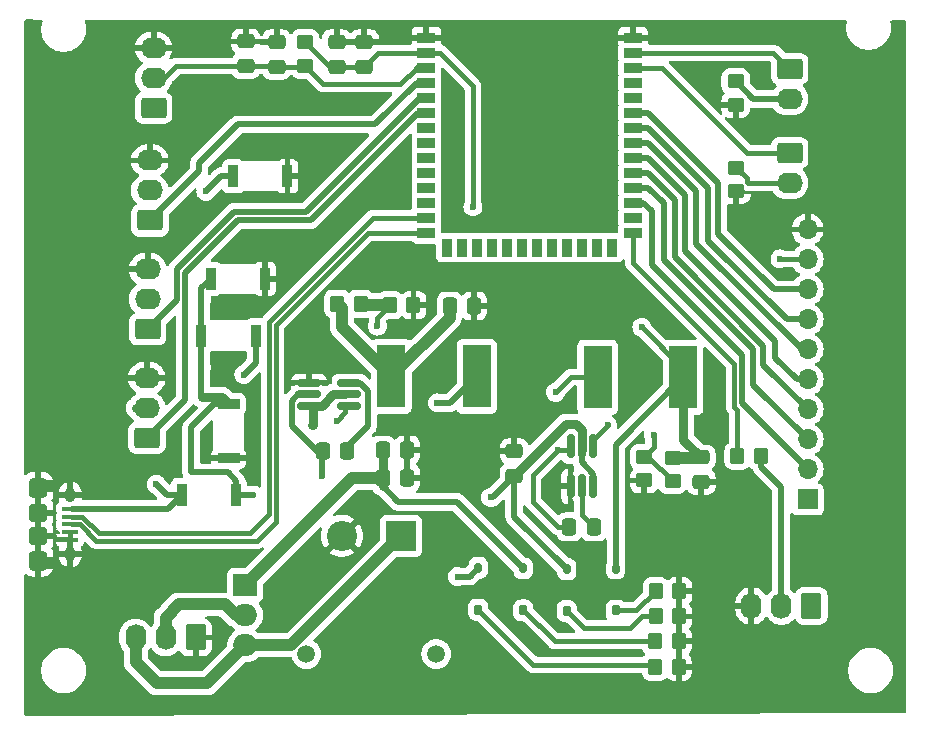
<source format=gbr>
G04 #@! TF.GenerationSoftware,KiCad,Pcbnew,8.0.8*
G04 #@! TF.CreationDate,2025-03-03T11:47:27-06:00*
G04 #@! TF.ProjectId,Group_29_Handheld,47726f75-705f-4323-995f-48616e646865,rev?*
G04 #@! TF.SameCoordinates,Original*
G04 #@! TF.FileFunction,Copper,L1,Top*
G04 #@! TF.FilePolarity,Positive*
%FSLAX46Y46*%
G04 Gerber Fmt 4.6, Leading zero omitted, Abs format (unit mm)*
G04 Created by KiCad (PCBNEW 8.0.8) date 2025-03-03 11:47:27*
%MOMM*%
%LPD*%
G01*
G04 APERTURE LIST*
G04 Aperture macros list*
%AMRoundRect*
0 Rectangle with rounded corners*
0 $1 Rounding radius*
0 $2 $3 $4 $5 $6 $7 $8 $9 X,Y pos of 4 corners*
0 Add a 4 corners polygon primitive as box body*
4,1,4,$2,$3,$4,$5,$6,$7,$8,$9,$2,$3,0*
0 Add four circle primitives for the rounded corners*
1,1,$1+$1,$2,$3*
1,1,$1+$1,$4,$5*
1,1,$1+$1,$6,$7*
1,1,$1+$1,$8,$9*
0 Add four rect primitives between the rounded corners*
20,1,$1+$1,$2,$3,$4,$5,0*
20,1,$1+$1,$4,$5,$6,$7,0*
20,1,$1+$1,$6,$7,$8,$9,0*
20,1,$1+$1,$8,$9,$2,$3,0*%
G04 Aperture macros list end*
G04 #@! TA.AperFunction,SMDPad,CuDef*
%ADD10RoundRect,0.162500X0.162500X-0.837500X0.162500X0.837500X-0.162500X0.837500X-0.162500X-0.837500X0*%
G04 #@! TD*
G04 #@! TA.AperFunction,SMDPad,CuDef*
%ADD11RoundRect,0.162500X-0.837500X-0.162500X0.837500X-0.162500X0.837500X0.162500X-0.837500X0.162500X0*%
G04 #@! TD*
G04 #@! TA.AperFunction,SMDPad,CuDef*
%ADD12RoundRect,0.250000X-0.450000X0.350000X-0.450000X-0.350000X0.450000X-0.350000X0.450000X0.350000X0*%
G04 #@! TD*
G04 #@! TA.AperFunction,SMDPad,CuDef*
%ADD13RoundRect,0.175000X0.175000X-0.250000X0.175000X0.250000X-0.175000X0.250000X-0.175000X-0.250000X0*%
G04 #@! TD*
G04 #@! TA.AperFunction,SMDPad,CuDef*
%ADD14RoundRect,0.150000X0.150000X-0.275000X0.150000X0.275000X-0.150000X0.275000X-0.150000X-0.275000X0*%
G04 #@! TD*
G04 #@! TA.AperFunction,SMDPad,CuDef*
%ADD15RoundRect,0.250000X-0.350000X-0.450000X0.350000X-0.450000X0.350000X0.450000X-0.350000X0.450000X0*%
G04 #@! TD*
G04 #@! TA.AperFunction,ComponentPad*
%ADD16RoundRect,0.250000X0.845000X-0.620000X0.845000X0.620000X-0.845000X0.620000X-0.845000X-0.620000X0*%
G04 #@! TD*
G04 #@! TA.AperFunction,ComponentPad*
%ADD17O,2.190000X1.740000*%
G04 #@! TD*
G04 #@! TA.AperFunction,SMDPad,CuDef*
%ADD18RoundRect,0.250000X0.475000X-0.337500X0.475000X0.337500X-0.475000X0.337500X-0.475000X-0.337500X0*%
G04 #@! TD*
G04 #@! TA.AperFunction,ComponentPad*
%ADD19RoundRect,0.250000X-0.845000X0.620000X-0.845000X-0.620000X0.845000X-0.620000X0.845000X0.620000X0*%
G04 #@! TD*
G04 #@! TA.AperFunction,SMDPad,CuDef*
%ADD20RoundRect,0.250000X-0.337500X-0.475000X0.337500X-0.475000X0.337500X0.475000X-0.337500X0.475000X0*%
G04 #@! TD*
G04 #@! TA.AperFunction,SMDPad,CuDef*
%ADD21R,2.413000X5.334000*%
G04 #@! TD*
G04 #@! TA.AperFunction,ComponentPad*
%ADD22RoundRect,0.250000X0.620000X0.845000X-0.620000X0.845000X-0.620000X-0.845000X0.620000X-0.845000X0*%
G04 #@! TD*
G04 #@! TA.AperFunction,ComponentPad*
%ADD23O,1.740000X2.190000*%
G04 #@! TD*
G04 #@! TA.AperFunction,SMDPad,CuDef*
%ADD24R,0.812800X1.905000*%
G04 #@! TD*
G04 #@! TA.AperFunction,SMDPad,CuDef*
%ADD25RoundRect,0.250000X0.337500X0.475000X-0.337500X0.475000X-0.337500X-0.475000X0.337500X-0.475000X0*%
G04 #@! TD*
G04 #@! TA.AperFunction,ComponentPad*
%ADD26R,1.700000X1.700000*%
G04 #@! TD*
G04 #@! TA.AperFunction,ComponentPad*
%ADD27O,1.700000X1.700000*%
G04 #@! TD*
G04 #@! TA.AperFunction,SMDPad,CuDef*
%ADD28RoundRect,0.250000X-0.475000X0.337500X-0.475000X-0.337500X0.475000X-0.337500X0.475000X0.337500X0*%
G04 #@! TD*
G04 #@! TA.AperFunction,ComponentPad*
%ADD29R,2.000000X1.905000*%
G04 #@! TD*
G04 #@! TA.AperFunction,ComponentPad*
%ADD30O,2.000000X1.905000*%
G04 #@! TD*
G04 #@! TA.AperFunction,ComponentPad*
%ADD31R,2.550000X2.550000*%
G04 #@! TD*
G04 #@! TA.AperFunction,ComponentPad*
%ADD32C,2.550000*%
G04 #@! TD*
G04 #@! TA.AperFunction,ComponentPad*
%ADD33C,1.508000*%
G04 #@! TD*
G04 #@! TA.AperFunction,SMDPad,CuDef*
%ADD34RoundRect,0.100000X-0.575000X0.100000X-0.575000X-0.100000X0.575000X-0.100000X0.575000X0.100000X0*%
G04 #@! TD*
G04 #@! TA.AperFunction,HeatsinkPad*
%ADD35O,1.550000X0.890000*%
G04 #@! TD*
G04 #@! TA.AperFunction,SMDPad,CuDef*
%ADD36RoundRect,0.250000X-0.525000X0.475000X-0.525000X-0.475000X0.525000X-0.475000X0.525000X0.475000X0*%
G04 #@! TD*
G04 #@! TA.AperFunction,HeatsinkPad*
%ADD37O,0.950000X1.250000*%
G04 #@! TD*
G04 #@! TA.AperFunction,SMDPad,CuDef*
%ADD38RoundRect,0.250000X-0.525000X0.500000X-0.525000X-0.500000X0.525000X-0.500000X0.525000X0.500000X0*%
G04 #@! TD*
G04 #@! TA.AperFunction,SMDPad,CuDef*
%ADD39R,1.905000X0.812800*%
G04 #@! TD*
G04 #@! TA.AperFunction,SMDPad,CuDef*
%ADD40RoundRect,0.250000X0.350000X0.450000X-0.350000X0.450000X-0.350000X-0.450000X0.350000X-0.450000X0*%
G04 #@! TD*
G04 #@! TA.AperFunction,SMDPad,CuDef*
%ADD41R,1.500000X0.900000*%
G04 #@! TD*
G04 #@! TA.AperFunction,SMDPad,CuDef*
%ADD42R,0.900000X1.500000*%
G04 #@! TD*
G04 #@! TA.AperFunction,HeatsinkPad*
%ADD43C,0.600000*%
G04 #@! TD*
G04 #@! TA.AperFunction,HeatsinkPad*
%ADD44R,3.900000X3.900000*%
G04 #@! TD*
G04 #@! TA.AperFunction,ViaPad*
%ADD45C,0.600000*%
G04 #@! TD*
G04 #@! TA.AperFunction,Conductor*
%ADD46C,0.381000*%
G04 #@! TD*
G04 #@! TA.AperFunction,Conductor*
%ADD47C,0.508000*%
G04 #@! TD*
G04 #@! TA.AperFunction,Conductor*
%ADD48C,1.016000*%
G04 #@! TD*
G04 #@! TA.AperFunction,Conductor*
%ADD49C,0.762000*%
G04 #@! TD*
G04 APERTURE END LIST*
D10*
X144970501Y-68870999D03*
X145920501Y-68870999D03*
X146870501Y-68870999D03*
X146870501Y-65450999D03*
X145920501Y-65450999D03*
X144970501Y-65450999D03*
D11*
X122813500Y-60137000D03*
X122813500Y-61087000D03*
X122813500Y-62037000D03*
X126233500Y-62037000D03*
X126233500Y-61087000D03*
X126233500Y-60137000D03*
D12*
X122491500Y-31262500D03*
X122491500Y-33262500D03*
X159004000Y-41878500D03*
X159004000Y-43878500D03*
D13*
X140970000Y-79369000D03*
D14*
X140970000Y-75819000D03*
D15*
X152162000Y-79883000D03*
X154162000Y-79883000D03*
D12*
X158940500Y-34576000D03*
X158940500Y-36576000D03*
D16*
X109664500Y-36830000D03*
D17*
X109664500Y-34290000D03*
X109664500Y-31750000D03*
D15*
X125200000Y-53400000D03*
X127200000Y-53400000D03*
D18*
X125158500Y-33337500D03*
X125158500Y-31262500D03*
D19*
X163512500Y-40640000D03*
D17*
X163512500Y-43180000D03*
D20*
X129052500Y-68135500D03*
X131127500Y-68135500D03*
D21*
X129794000Y-59563000D03*
X137033000Y-59563000D03*
D18*
X120078500Y-33337500D03*
X120078500Y-31262500D03*
D16*
X109093000Y-64770000D03*
D17*
X109093000Y-62230000D03*
X109093000Y-59690000D03*
D13*
X148780500Y-79375000D03*
D14*
X148780500Y-75825000D03*
D16*
X109347000Y-46355000D03*
D17*
X109347000Y-43815000D03*
X109347000Y-41275000D03*
D20*
X129052500Y-65786000D03*
X131127500Y-65786000D03*
D15*
X152146000Y-81978500D03*
X154146000Y-81978500D03*
D22*
X113220500Y-81661000D03*
D23*
X110680500Y-81661000D03*
X108140500Y-81661000D03*
D24*
X114501300Y-51300000D03*
X119098700Y-51300000D03*
D19*
X163512500Y-33528000D03*
D17*
X163512500Y-36068000D03*
D25*
X146937500Y-72300000D03*
X144862500Y-72300000D03*
D12*
X151191001Y-66367499D03*
X151191001Y-68367499D03*
D26*
X165036500Y-69977000D03*
D27*
X165036500Y-67437000D03*
X165036500Y-64897000D03*
X165036500Y-62357000D03*
X165036500Y-59817000D03*
X165036500Y-57277000D03*
X165036500Y-54737000D03*
X165036500Y-52197000D03*
X165036500Y-49657000D03*
X165036500Y-47117000D03*
D24*
X116662200Y-69596000D03*
X112064800Y-69596000D03*
D13*
X144653000Y-79432500D03*
D14*
X144653000Y-75882500D03*
D28*
X156017001Y-66419499D03*
X156017001Y-68494499D03*
D18*
X140205501Y-67965999D03*
X140205501Y-65890999D03*
D21*
X154495500Y-59626500D03*
X147256500Y-59626500D03*
D16*
X109156500Y-55562500D03*
D17*
X109156500Y-53022500D03*
X109156500Y-50482500D03*
D24*
X116401300Y-42600000D03*
X120998700Y-42600000D03*
D29*
X117419000Y-77216000D03*
D30*
X117419000Y-79756000D03*
X117419000Y-82296000D03*
D15*
X129667000Y-53530500D03*
X131667000Y-53530500D03*
X152114500Y-84137500D03*
X154114500Y-84137500D03*
D18*
X117475000Y-33274000D03*
X117475000Y-31199000D03*
D31*
X130604000Y-73058000D03*
D32*
X125604000Y-73058000D03*
D33*
X122604000Y-83058000D03*
X133604000Y-83058000D03*
D24*
X113701300Y-56100000D03*
X118298700Y-56100000D03*
D22*
X165354000Y-78994000D03*
D23*
X162814000Y-78994000D03*
X160274000Y-78994000D03*
D34*
X102600000Y-70788500D03*
X102600000Y-71438500D03*
X102600000Y-72088500D03*
X102600000Y-72738500D03*
X102600000Y-73388500D03*
D35*
X99900000Y-68588500D03*
D36*
X99900000Y-69063500D03*
D37*
X102600000Y-69588500D03*
D38*
X99900000Y-71088500D03*
X99900000Y-73088500D03*
D37*
X102600000Y-74588500D03*
D36*
X99900000Y-75113500D03*
D35*
X99900000Y-75588500D03*
D15*
X152178000Y-77724000D03*
X154178000Y-77724000D03*
D20*
X124000000Y-65913000D03*
X126075000Y-65913000D03*
D18*
X127508000Y-33337500D03*
X127508000Y-31262500D03*
D39*
X116014500Y-61899800D03*
X116014500Y-66497200D03*
D40*
X161100000Y-66300000D03*
X159100000Y-66300000D03*
D41*
X132764500Y-30885000D03*
X132764500Y-32155000D03*
X132764500Y-33425000D03*
X132764500Y-34695000D03*
X132764500Y-35965000D03*
X132764500Y-37235000D03*
X132764500Y-38505000D03*
X132764500Y-39775000D03*
X132764500Y-41045000D03*
X132764500Y-42315000D03*
X132764500Y-43585000D03*
X132764500Y-44855000D03*
X132764500Y-46125000D03*
X132764500Y-47395000D03*
D42*
X134529500Y-48645000D03*
X135799500Y-48645000D03*
X137069500Y-48645000D03*
X138339500Y-48645000D03*
X139609500Y-48645000D03*
X140879500Y-48645000D03*
X142149500Y-48645000D03*
X143419500Y-48645000D03*
X144689500Y-48645000D03*
X145959500Y-48645000D03*
X147229500Y-48645000D03*
X148499500Y-48645000D03*
D41*
X150264500Y-47395000D03*
X150264500Y-46125000D03*
X150264500Y-44855000D03*
X150264500Y-43585000D03*
X150264500Y-42315000D03*
X150264500Y-41045000D03*
X150264500Y-39775000D03*
X150264500Y-38505000D03*
X150264500Y-37235000D03*
X150264500Y-35965000D03*
X150264500Y-34695000D03*
X150264500Y-33425000D03*
X150264500Y-32155000D03*
X150264500Y-30885000D03*
D43*
X138614500Y-37905000D03*
X138614500Y-39305000D03*
X139314500Y-37205000D03*
X139314500Y-38605000D03*
X139314500Y-40005000D03*
X140014500Y-37905000D03*
D44*
X140014500Y-38605000D03*
D43*
X140014500Y-39305000D03*
X140714500Y-37205000D03*
X140714500Y-38605000D03*
X140714500Y-40005000D03*
X141414500Y-37905000D03*
X141414500Y-39305000D03*
D12*
X153604001Y-66430999D03*
X153604001Y-68430999D03*
D13*
X137160000Y-79305500D03*
D14*
X137160000Y-75755500D03*
D20*
X134725000Y-53594000D03*
X136800000Y-53594000D03*
D45*
X115600000Y-59600000D03*
X118100000Y-65000000D03*
X128700000Y-81200000D03*
X121800000Y-78100000D03*
X136700000Y-45200000D03*
X151000000Y-55400000D03*
X162700000Y-49600000D03*
X113701300Y-58800000D03*
X114100000Y-43900000D03*
X118100000Y-69600000D03*
X113701300Y-53100000D03*
X138200000Y-69800000D03*
X113792000Y-61341000D03*
X123100000Y-63700000D03*
X123417500Y-71217500D03*
X129200000Y-43600000D03*
X143300000Y-69800000D03*
X120400000Y-48800000D03*
X143700000Y-67700000D03*
X143914000Y-65786000D03*
X143700000Y-60900000D03*
X123900000Y-68000000D03*
X133700000Y-61800000D03*
X125587000Y-55356000D03*
X117300000Y-59400000D03*
X109900000Y-68700000D03*
X135400000Y-76500000D03*
X148100000Y-63700000D03*
X152000000Y-64500000D03*
X128600000Y-55300000D03*
X125200000Y-63300000D03*
D46*
X150264500Y-47395000D02*
X150264500Y-49934500D01*
X158804000Y-58474000D02*
X158804000Y-62115961D01*
X150264500Y-49934500D02*
X158804000Y-58474000D01*
X158804000Y-62115961D02*
X159100000Y-62411961D01*
X159100000Y-62411961D02*
X159100000Y-66300000D01*
D47*
X161100000Y-66300000D02*
X161100000Y-67200000D01*
X161100000Y-67200000D02*
X162814000Y-68914000D01*
X162814000Y-68914000D02*
X162814000Y-78994000D01*
X122016000Y-60984000D02*
X121990134Y-60984000D01*
X123900000Y-66300000D02*
X123900000Y-68000000D01*
X121990134Y-60984000D02*
X121359500Y-61614634D01*
X121359500Y-63759500D02*
X123900000Y-66300000D01*
X121359500Y-61614634D02*
X121359500Y-63759500D01*
X126233500Y-60137000D02*
X127159866Y-60137000D01*
X127800000Y-63779000D02*
X126075000Y-65504000D01*
X127159866Y-60137000D02*
X127800000Y-60777134D01*
X126075000Y-65504000D02*
X126075000Y-65913000D01*
X127800000Y-60777134D02*
X127800000Y-63779000D01*
D48*
X134725000Y-53594000D02*
X134725000Y-54632000D01*
X134725000Y-54632000D02*
X129794000Y-59563000D01*
X125200000Y-53400000D02*
X125587000Y-53787000D01*
X125587000Y-53787000D02*
X125587000Y-55356000D01*
D49*
X140205501Y-67965999D02*
X144571500Y-63600000D01*
X145920501Y-64120501D02*
X145920501Y-65786000D01*
X144571500Y-63600000D02*
X145400000Y-63600000D01*
X145400000Y-63600000D02*
X145920501Y-64120501D01*
D46*
X143914000Y-65786000D02*
X141800000Y-67900000D01*
X141800000Y-67900000D02*
X141800000Y-70200000D01*
X143900000Y-72300000D02*
X144862500Y-72300000D01*
X141800000Y-70200000D02*
X143900000Y-72300000D01*
X145920501Y-68536000D02*
X145920501Y-71283001D01*
X145920501Y-71283001D02*
X146937500Y-72300000D01*
X136700000Y-34959500D02*
X136700000Y-45200000D01*
X132764500Y-32155000D02*
X133895500Y-32155000D01*
X127508000Y-33337500D02*
X128690500Y-32155000D01*
D49*
X156005501Y-66430999D02*
X156017001Y-66419499D01*
D46*
X128690500Y-32155000D02*
X132764500Y-32155000D01*
D49*
X156017001Y-66419499D02*
X154495500Y-64897998D01*
D47*
X154495500Y-59626500D02*
X148780500Y-65341500D01*
D46*
X151000000Y-55400000D02*
X154495500Y-58895500D01*
X164979500Y-49600000D02*
X165036500Y-49657000D01*
D49*
X154495500Y-64897998D02*
X154495500Y-59626500D01*
D47*
X148780500Y-65341500D02*
X148780500Y-75825000D01*
D48*
X153604001Y-66430999D02*
X156005501Y-66430999D01*
D46*
X124566500Y-33337500D02*
X122491500Y-31262500D01*
X127508000Y-33337500D02*
X125158500Y-33337500D01*
X154495500Y-58895500D02*
X154495500Y-59626500D01*
X133895500Y-32155000D02*
X136700000Y-34959500D01*
X162700000Y-49600000D02*
X164979500Y-49600000D01*
X125158500Y-33337500D02*
X124566500Y-33337500D01*
X150527000Y-79375000D02*
X152178000Y-77724000D01*
X148780500Y-79375000D02*
X150527000Y-79375000D01*
D47*
X145920501Y-66828001D02*
X146870499Y-67777999D01*
X113701300Y-52100000D02*
X113701300Y-53100000D01*
X146870499Y-67777999D02*
X146870499Y-68536000D01*
X140205501Y-71435001D02*
X144653000Y-75882500D01*
X116662200Y-68398590D02*
X115954610Y-67691000D01*
X116662200Y-69596000D02*
X118096000Y-69596000D01*
D49*
X115455700Y-61341000D02*
X116014500Y-61899800D01*
D47*
X118096000Y-69596000D02*
X118100000Y-69600000D01*
X112839500Y-63877390D02*
X114817090Y-61899800D01*
X140205501Y-67965999D02*
X140205501Y-71435001D01*
D49*
X109093000Y-62230000D02*
X108204000Y-62230000D01*
D47*
X113701300Y-56100000D02*
X113701300Y-61250300D01*
X113701300Y-53100000D02*
X113701300Y-56100000D01*
X115400000Y-42600000D02*
X114100000Y-43900000D01*
X116401300Y-42600000D02*
X115400000Y-42600000D01*
X113701300Y-61250300D02*
X113792000Y-61341000D01*
X114501300Y-51300000D02*
X113701300Y-52100000D01*
X138371500Y-69800000D02*
X140205501Y-67965999D01*
X116662200Y-69596000D02*
X116662200Y-68398590D01*
X114817090Y-61899800D02*
X116014500Y-61899800D01*
X145920501Y-65786000D02*
X145920501Y-66828001D01*
D49*
X113792000Y-61341000D02*
X115455700Y-61341000D01*
D47*
X138200000Y-69800000D02*
X138371500Y-69800000D01*
X115954610Y-67691000D02*
X112839500Y-67691000D01*
X112839500Y-67691000D02*
X112839500Y-63877390D01*
D46*
X144653000Y-79432500D02*
X146108500Y-80888000D01*
X149976000Y-80888000D02*
X149987000Y-80899000D01*
X151003000Y-79883000D02*
X152162000Y-79883000D01*
X149987000Y-80899000D02*
X151003000Y-79883000D01*
X146108500Y-80888000D02*
X149976000Y-80888000D01*
D49*
X129052500Y-68135500D02*
X129052500Y-65786000D01*
D48*
X123417500Y-71217500D02*
X126499500Y-68135500D01*
D47*
X130365500Y-70167500D02*
X129052500Y-68854500D01*
D48*
X126499500Y-68135500D02*
X129052500Y-68135500D01*
D47*
X135318500Y-70167500D02*
X130365500Y-70167500D01*
D49*
X124886498Y-61087000D02*
X125898499Y-61087000D01*
X129052500Y-68854500D02*
X129052500Y-68135500D01*
X123148499Y-62036998D02*
X123936500Y-62036998D01*
X123148499Y-63651501D02*
X123100000Y-63700000D01*
X123148499Y-62036998D02*
X123148499Y-63651501D01*
D47*
X140970000Y-75819000D02*
X135318500Y-70167500D01*
D48*
X117419000Y-77216000D02*
X123417500Y-71217500D01*
D49*
X123936500Y-62036998D02*
X124886498Y-61087000D01*
D46*
X143637000Y-81978500D02*
X152146000Y-81978500D01*
X140970000Y-79369000D02*
X140970000Y-79311500D01*
X140970000Y-79311500D02*
X143637000Y-81978500D01*
X147256500Y-59626500D02*
X144973500Y-59626500D01*
X144973500Y-59626500D02*
X143700000Y-60900000D01*
X144970500Y-65786000D02*
X143914000Y-65786000D01*
D47*
X125898499Y-60136999D02*
X126906499Y-60136999D01*
X123148499Y-61087000D02*
X122555000Y-61087000D01*
X133700000Y-61800000D02*
X134796000Y-61800000D01*
X134796000Y-61800000D02*
X137033000Y-59563000D01*
X118298700Y-58401300D02*
X117300000Y-59400000D01*
X118298700Y-56100000D02*
X118298700Y-58401300D01*
D48*
X125587000Y-55356000D02*
X129794000Y-59563000D01*
D47*
X122416500Y-33337500D02*
X122491500Y-33262500D01*
D46*
X110553500Y-34290000D02*
X111569500Y-33274000D01*
X120078500Y-33337500D02*
X122416500Y-33337500D01*
X130553500Y-34798000D02*
X131926500Y-33425000D01*
D47*
X109664500Y-34290000D02*
X110553500Y-34290000D01*
D46*
X122491500Y-33262500D02*
X124027000Y-34798000D01*
X111569500Y-33274000D02*
X117475000Y-33274000D01*
D47*
X131926500Y-33425000D02*
X132764500Y-33425000D01*
D46*
X117475000Y-33274000D02*
X120015000Y-33274000D01*
X124027000Y-34798000D02*
X130553500Y-34798000D01*
D47*
X120015000Y-33274000D02*
X120078500Y-33337500D01*
X110796000Y-69596000D02*
X109900000Y-68700000D01*
X112064800Y-69596000D02*
X110796000Y-69596000D01*
X110876300Y-70784500D02*
X102712500Y-70784500D01*
X136415500Y-76500000D02*
X137160000Y-75755500D01*
X135400000Y-76500000D02*
X136415500Y-76500000D01*
X112064800Y-69596000D02*
X110876300Y-70784500D01*
D46*
X137160000Y-79305500D02*
X141819000Y-83964500D01*
X141819000Y-83964500D02*
X152114500Y-83964500D01*
X127801500Y-47395000D02*
X132764500Y-47395000D01*
X118427500Y-73469500D02*
X120024500Y-71872500D01*
X120024500Y-71872500D02*
X120024500Y-55172000D01*
X102712500Y-72088500D02*
X103433944Y-72088500D01*
X104814944Y-73469500D02*
X118427500Y-73469500D01*
X120024500Y-55172000D02*
X127801500Y-47395000D01*
X103433944Y-72088500D02*
X104814944Y-73469500D01*
X103605602Y-71438500D02*
X105001602Y-72834500D01*
X128249842Y-46125000D02*
X132764500Y-46125000D01*
X105001602Y-72834500D02*
X117786100Y-72834500D01*
X119443500Y-71177100D02*
X119443500Y-54931342D01*
X119443500Y-54931342D02*
X128249842Y-46125000D01*
X102712500Y-71438500D02*
X103605602Y-71438500D01*
X117786100Y-72834500D02*
X119443500Y-71177100D01*
D48*
X121298419Y-82296000D02*
X117419000Y-82296000D01*
X114180500Y-85534500D02*
X109918500Y-85534500D01*
X109918500Y-85534500D02*
X108140500Y-83756500D01*
X130604000Y-73058000D02*
X130536419Y-73058000D01*
X108140500Y-83756500D02*
X108140500Y-81661000D01*
X117419000Y-82296000D02*
X114180500Y-85534500D01*
X130536419Y-73058000D02*
X121298419Y-82296000D01*
D46*
X150264500Y-32155000D02*
X162139500Y-32155000D01*
X162139500Y-32155000D02*
X163512500Y-33528000D01*
D47*
X163512500Y-36068000D02*
X160432500Y-36068000D01*
X160432500Y-36068000D02*
X158940500Y-34576000D01*
X113538000Y-42164000D02*
X109347000Y-46355000D01*
X132764500Y-34695000D02*
X131926500Y-34695000D01*
D46*
X109347000Y-46355000D02*
X110049342Y-46355000D01*
D47*
X128394500Y-38227000D02*
X116776500Y-38227000D01*
X131926500Y-34695000D02*
X128394500Y-38227000D01*
X113538000Y-41465500D02*
X113538000Y-42164000D01*
X116776500Y-38227000D02*
X113538000Y-41465500D01*
X132764500Y-35965000D02*
X132500500Y-35965000D01*
X132764500Y-35965000D02*
X132183000Y-35965000D01*
X132500500Y-35965000D02*
X132397500Y-36068000D01*
X116458400Y-45600000D02*
X111633000Y-50425400D01*
X111633000Y-50425400D02*
X111633000Y-53086000D01*
X111633000Y-53086000D02*
X109156500Y-55562500D01*
X122548000Y-45600000D02*
X116458400Y-45600000D01*
X132183000Y-35965000D02*
X122548000Y-45600000D01*
X112341000Y-61522000D02*
X109093000Y-64770000D01*
X132053500Y-37235000D02*
X122980500Y-46308000D01*
X122980500Y-46308000D02*
X116792000Y-46308000D01*
X112341000Y-50759000D02*
X112341000Y-61522000D01*
D46*
X132764500Y-37235000D02*
X132053500Y-37235000D01*
D47*
X116792000Y-46308000D02*
X112341000Y-50759000D01*
X150264500Y-44855000D02*
X151102500Y-44855000D01*
X159448500Y-57721500D02*
X159448500Y-61849000D01*
X151828500Y-45581000D02*
X151828500Y-50101500D01*
X151828500Y-50101500D02*
X159448500Y-57721500D01*
X151102500Y-44855000D02*
X151828500Y-45581000D01*
X159448500Y-61849000D02*
X165036500Y-67437000D01*
X151522500Y-41045000D02*
X154686000Y-44208500D01*
X150264500Y-41045000D02*
X151522500Y-41045000D01*
X154686000Y-48958500D02*
X162306000Y-56578500D01*
X162306000Y-56578500D02*
X162306000Y-57975500D01*
X164147500Y-59817000D02*
X165036500Y-59817000D01*
X154686000Y-44208500D02*
X154686000Y-48958500D01*
X162306000Y-57975500D02*
X164147500Y-59817000D01*
X153797000Y-49466500D02*
X161290000Y-56959500D01*
X161290000Y-58610500D02*
X165036500Y-62357000D01*
X161290000Y-56959500D02*
X161290000Y-58610500D01*
X153797000Y-44589500D02*
X153797000Y-49466500D01*
X150264500Y-42315000D02*
X151522500Y-42315000D01*
X151522500Y-42315000D02*
X153797000Y-44589500D01*
D46*
X165036500Y-51943000D02*
X165036500Y-52197000D01*
D47*
X150264500Y-37235000D02*
X151522500Y-37235000D01*
X151522500Y-37235000D02*
X157480000Y-43192500D01*
X157480000Y-47498000D02*
X162179000Y-52197000D01*
X157480000Y-43192500D02*
X157480000Y-47498000D01*
X162179000Y-52197000D02*
X165036500Y-52197000D01*
X150264500Y-39775000D02*
X151522500Y-39775000D01*
X155575000Y-43827500D02*
X155575000Y-48323500D01*
X155575000Y-48323500D02*
X164528500Y-57277000D01*
X164528500Y-57277000D02*
X165036500Y-57277000D01*
X151522500Y-39775000D02*
X155575000Y-43827500D01*
X156591000Y-48069500D02*
X163258500Y-54737000D01*
X150264500Y-38505000D02*
X151522500Y-38505000D01*
X163258500Y-54737000D02*
X165036500Y-54737000D01*
X151522500Y-38505000D02*
X156591000Y-43573500D01*
X156591000Y-43573500D02*
X156591000Y-48069500D01*
X152844500Y-44907000D02*
X152844500Y-49720500D01*
X160401000Y-57277000D02*
X160401000Y-60261500D01*
X160401000Y-60261500D02*
X165036500Y-64897000D01*
X150264500Y-43585000D02*
X151522500Y-43585000D01*
X151522500Y-43585000D02*
X152844500Y-44907000D01*
X152844500Y-49720500D02*
X160401000Y-57277000D01*
D46*
X152678000Y-33425000D02*
X159893000Y-40640000D01*
X150264500Y-33425000D02*
X152678000Y-33425000D01*
X159893000Y-40640000D02*
X163512500Y-40640000D01*
X159893000Y-43054768D02*
X159893000Y-42767500D01*
X163512500Y-43180000D02*
X160018232Y-43180000D01*
X159893000Y-42767500D02*
X159004000Y-41878500D01*
X160018232Y-43180000D02*
X159893000Y-43054768D01*
D48*
X110680500Y-81661000D02*
X110680500Y-80000000D01*
X111813500Y-78867000D02*
X115711000Y-78867000D01*
X116600000Y-79756000D02*
X117419000Y-79756000D01*
X110680500Y-80000000D02*
X111813500Y-78867000D01*
X115711000Y-78867000D02*
X116600000Y-79756000D01*
D46*
X146870499Y-65786000D02*
X146870499Y-64929501D01*
X151540501Y-66367499D02*
X153604001Y-68430999D01*
X151191001Y-66367499D02*
X151540501Y-66367499D01*
X152000000Y-64500000D02*
X152000000Y-65558500D01*
X146870499Y-64929501D02*
X148100000Y-63700000D01*
X152000000Y-65558500D02*
X151191001Y-66367499D01*
X128600000Y-54597500D02*
X129667000Y-53530500D01*
X125898499Y-62601501D02*
X125200000Y-63300000D01*
X125898499Y-62036998D02*
X125898499Y-62601501D01*
D48*
X127587000Y-53530500D02*
X129667000Y-53530500D01*
D46*
X128600000Y-55300000D02*
X128600000Y-54597500D01*
G04 #@! TA.AperFunction,Conductor*
G36*
X115308943Y-79895185D02*
G01*
X115329585Y-79911819D01*
X115957115Y-80539350D01*
X115957119Y-80539353D01*
X116122296Y-80649722D01*
X116249863Y-80702561D01*
X116290086Y-80729438D01*
X116424934Y-80864286D01*
X116467781Y-80895416D01*
X116509438Y-80925682D01*
X116552103Y-80981013D01*
X116558082Y-81050626D01*
X116525476Y-81112421D01*
X116509438Y-81126318D01*
X116424932Y-81187715D01*
X116263216Y-81349431D01*
X116263216Y-81349432D01*
X116263214Y-81349434D01*
X116218484Y-81411000D01*
X116128783Y-81534461D01*
X116024950Y-81738244D01*
X115954278Y-81955750D01*
X115954278Y-81955753D01*
X115918500Y-82181646D01*
X115918500Y-82318903D01*
X115898815Y-82385942D01*
X115882181Y-82406584D01*
X113799085Y-84489681D01*
X113737762Y-84523166D01*
X113711404Y-84526000D01*
X110387597Y-84526000D01*
X110320558Y-84506315D01*
X110299916Y-84489681D01*
X109185319Y-83375084D01*
X109151834Y-83313761D01*
X109149000Y-83287403D01*
X109149000Y-82867042D01*
X109168685Y-82800003D01*
X109182739Y-82782562D01*
X109182695Y-82782525D01*
X109184010Y-82780984D01*
X109185319Y-82779361D01*
X109185859Y-82778821D01*
X109310182Y-82607704D01*
X109365512Y-82565040D01*
X109435126Y-82559061D01*
X109496920Y-82591667D01*
X109510815Y-82607702D01*
X109635141Y-82778821D01*
X109787679Y-82931359D01*
X109962201Y-83058157D01*
X110154411Y-83156092D01*
X110359574Y-83222754D01*
X110439473Y-83235408D01*
X110572634Y-83256500D01*
X110572639Y-83256500D01*
X110788366Y-83256500D01*
X110910337Y-83237181D01*
X111001426Y-83222754D01*
X111206589Y-83156092D01*
X111398799Y-83058157D01*
X111573321Y-82931359D01*
X111715686Y-82788993D01*
X111777005Y-82755511D01*
X111846697Y-82760495D01*
X111902631Y-82802366D01*
X111915748Y-82824277D01*
X111916140Y-82825118D01*
X112008184Y-82974345D01*
X112132154Y-83098315D01*
X112281375Y-83190356D01*
X112281380Y-83190358D01*
X112447802Y-83245505D01*
X112447809Y-83245506D01*
X112550519Y-83255999D01*
X112970499Y-83255999D01*
X112970500Y-83255998D01*
X112970500Y-82203709D01*
X112990839Y-82215452D01*
X113142167Y-82256000D01*
X113298833Y-82256000D01*
X113450161Y-82215452D01*
X113470500Y-82203709D01*
X113470500Y-83255999D01*
X113890472Y-83255999D01*
X113890486Y-83255998D01*
X113993197Y-83245505D01*
X114159619Y-83190358D01*
X114159624Y-83190356D01*
X114308845Y-83098315D01*
X114432815Y-82974345D01*
X114524856Y-82825124D01*
X114524858Y-82825119D01*
X114580005Y-82658697D01*
X114580006Y-82658690D01*
X114590499Y-82555986D01*
X114590500Y-82555973D01*
X114590500Y-81911000D01*
X113763209Y-81911000D01*
X113774952Y-81890661D01*
X113815500Y-81739333D01*
X113815500Y-81582667D01*
X113774952Y-81431339D01*
X113763209Y-81411000D01*
X114590499Y-81411000D01*
X114590499Y-80766028D01*
X114590498Y-80766013D01*
X114580005Y-80663302D01*
X114524858Y-80496880D01*
X114524856Y-80496875D01*
X114432815Y-80347654D01*
X114308845Y-80223684D01*
X114159624Y-80131643D01*
X114159619Y-80131641D01*
X114116056Y-80117206D01*
X114058611Y-80077433D01*
X114031788Y-80012917D01*
X114044103Y-79944142D01*
X114091646Y-79892942D01*
X114155060Y-79875500D01*
X115241904Y-79875500D01*
X115308943Y-79895185D01*
G37*
G04 #@! TD.AperFunction*
G04 #@! TA.AperFunction,Conductor*
G36*
X144186288Y-66593446D02*
G01*
X144242221Y-66635318D01*
X144249070Y-66645477D01*
X144282265Y-66700387D01*
X144282268Y-66700391D01*
X144396109Y-66814232D01*
X144396111Y-66814233D01*
X144396113Y-66814235D01*
X144533899Y-66897530D01*
X144687614Y-66945429D01*
X144754410Y-66951499D01*
X145074020Y-66951498D01*
X145141059Y-66971182D01*
X145186814Y-67023986D01*
X145192759Y-67042392D01*
X145193228Y-67042251D01*
X145194998Y-67048087D01*
X145208055Y-67079609D01*
X145208056Y-67079611D01*
X145251867Y-67185382D01*
X145251869Y-67185386D01*
X145251871Y-67185390D01*
X145251874Y-67185395D01*
X145251875Y-67185396D01*
X145259086Y-67196189D01*
X145279962Y-67262867D01*
X145261476Y-67330247D01*
X145239602Y-67356640D01*
X145220501Y-67374083D01*
X145220501Y-67606502D01*
X145202618Y-67670651D01*
X145148971Y-67759394D01*
X145101070Y-67913115D01*
X145096214Y-67966556D01*
X145095001Y-67979908D01*
X145095001Y-68870196D01*
X145095002Y-68870999D01*
X145095002Y-69762097D01*
X145101069Y-69828881D01*
X145101072Y-69828892D01*
X145148968Y-69982598D01*
X145148969Y-69982600D01*
X145162672Y-70005267D01*
X145202617Y-70071343D01*
X145220501Y-70135493D01*
X145220501Y-70391004D01*
X145225348Y-70398997D01*
X145229501Y-70430818D01*
X145229501Y-70950500D01*
X145209816Y-71017539D01*
X145157012Y-71063294D01*
X145105501Y-71074500D01*
X144474998Y-71074500D01*
X144474980Y-71074501D01*
X144372203Y-71085000D01*
X144372200Y-71085001D01*
X144205668Y-71140185D01*
X144205663Y-71140187D01*
X144056342Y-71232289D01*
X144020608Y-71268024D01*
X143959285Y-71301509D01*
X143889593Y-71296525D01*
X143845246Y-71268024D01*
X142527319Y-69950097D01*
X142493834Y-69888774D01*
X142491000Y-69862416D01*
X142491000Y-69762042D01*
X144145501Y-69762042D01*
X144151566Y-69828791D01*
X144199430Y-69982395D01*
X144282664Y-70120079D01*
X144396420Y-70233835D01*
X144534108Y-70317071D01*
X144534107Y-70317071D01*
X144687698Y-70364931D01*
X144687708Y-70364934D01*
X144720500Y-70367913D01*
X144720501Y-70367913D01*
X144720501Y-69120999D01*
X144145501Y-69120999D01*
X144145501Y-69762042D01*
X142491000Y-69762042D01*
X142491000Y-68237583D01*
X142510685Y-68170544D01*
X142527314Y-68149907D01*
X142697266Y-67979955D01*
X144145501Y-67979955D01*
X144145501Y-68620999D01*
X144720501Y-68620999D01*
X144720501Y-67374084D01*
X144720500Y-67374084D01*
X144687706Y-67377065D01*
X144534104Y-67424928D01*
X144396420Y-67508162D01*
X144282664Y-67621918D01*
X144199430Y-67759602D01*
X144151566Y-67913206D01*
X144145501Y-67979955D01*
X142697266Y-67979955D01*
X144055275Y-66621945D01*
X144116596Y-66588462D01*
X144186288Y-66593446D01*
G37*
G04 #@! TD.AperFunction*
G04 #@! TA.AperFunction,Conductor*
G36*
X117487239Y-57415085D02*
G01*
X117532994Y-57467889D01*
X117544200Y-57519400D01*
X117544200Y-58037412D01*
X117524515Y-58104451D01*
X117507881Y-58125093D01*
X116981357Y-58651616D01*
X116955869Y-58669705D01*
X116956373Y-58670507D01*
X116797737Y-58770184D01*
X116670184Y-58897737D01*
X116574211Y-59050476D01*
X116514631Y-59220745D01*
X116514630Y-59220750D01*
X116494435Y-59399996D01*
X116494435Y-59400003D01*
X116514630Y-59579249D01*
X116514631Y-59579254D01*
X116574211Y-59749523D01*
X116616610Y-59817000D01*
X116670184Y-59902262D01*
X116797738Y-60029816D01*
X116833685Y-60052403D01*
X116943513Y-60121413D01*
X116950478Y-60125789D01*
X117024276Y-60151612D01*
X117120745Y-60185368D01*
X117120750Y-60185369D01*
X117299996Y-60205565D01*
X117300000Y-60205565D01*
X117300004Y-60205565D01*
X117479249Y-60185369D01*
X117479252Y-60185368D01*
X117479255Y-60185368D01*
X117649522Y-60125789D01*
X117802262Y-60029816D01*
X117929816Y-59902262D01*
X118025789Y-59749522D01*
X118025789Y-59749520D01*
X118029494Y-59743625D01*
X118030299Y-59744131D01*
X118048382Y-59718641D01*
X118540820Y-59226204D01*
X118602142Y-59192720D01*
X118671834Y-59197704D01*
X118727767Y-59239576D01*
X118752184Y-59305040D01*
X118752500Y-59313886D01*
X118752500Y-68840223D01*
X118732815Y-68907262D01*
X118680011Y-68953017D01*
X118610853Y-68962961D01*
X118562528Y-68945217D01*
X118449523Y-68874211D01*
X118279254Y-68814631D01*
X118279249Y-68814630D01*
X118100004Y-68794435D01*
X118099996Y-68794435D01*
X117920753Y-68814630D01*
X117920743Y-68814632D01*
X117863849Y-68834541D01*
X117822894Y-68841500D01*
X117693099Y-68841500D01*
X117626060Y-68821815D01*
X117580305Y-68769011D01*
X117569099Y-68717500D01*
X117569099Y-68595628D01*
X117569098Y-68595623D01*
X117568332Y-68588500D01*
X117562691Y-68536017D01*
X117555229Y-68516011D01*
X117512397Y-68401171D01*
X117512393Y-68401164D01*
X117420832Y-68278855D01*
X117423557Y-68276814D01*
X117397951Y-68229921D01*
X117397516Y-68227835D01*
X117387705Y-68178510D01*
X117330829Y-68041200D01*
X117310984Y-68011500D01*
X117248260Y-67917625D01*
X117248254Y-67917618D01*
X117138847Y-67808211D01*
X117138824Y-67808190D01*
X116944739Y-67614104D01*
X116911254Y-67552781D01*
X116916238Y-67483089D01*
X116958110Y-67427156D01*
X117019165Y-67403133D01*
X117074380Y-67397196D01*
X117209086Y-67346954D01*
X117209093Y-67346950D01*
X117324187Y-67260790D01*
X117324190Y-67260787D01*
X117410350Y-67145693D01*
X117410354Y-67145686D01*
X117460596Y-67010979D01*
X117460598Y-67010972D01*
X117466999Y-66951444D01*
X117467000Y-66951427D01*
X117467000Y-66747200D01*
X114562000Y-66747200D01*
X114562000Y-66812500D01*
X114542315Y-66879539D01*
X114489511Y-66925294D01*
X114438000Y-66936500D01*
X113718000Y-66936500D01*
X113650961Y-66916815D01*
X113605206Y-66864011D01*
X113594000Y-66812500D01*
X113594000Y-64241276D01*
X113613685Y-64174237D01*
X113630319Y-64153595D01*
X114507419Y-63276495D01*
X114568742Y-63243010D01*
X114638434Y-63247994D01*
X114694367Y-63289866D01*
X114718784Y-63355330D01*
X114719100Y-63364176D01*
X114719100Y-65673252D01*
X114699415Y-65740291D01*
X114694366Y-65747563D01*
X114618649Y-65848706D01*
X114618645Y-65848713D01*
X114568403Y-65983420D01*
X114568401Y-65983427D01*
X114562000Y-66042955D01*
X114562000Y-66247200D01*
X117467000Y-66247200D01*
X117467000Y-66042972D01*
X117466999Y-66042955D01*
X117460598Y-65983427D01*
X117460596Y-65983420D01*
X117410354Y-65848713D01*
X117410350Y-65848706D01*
X117334634Y-65747563D01*
X117310216Y-65682099D01*
X117309900Y-65673252D01*
X117309900Y-62724581D01*
X117329585Y-62657542D01*
X117334622Y-62650285D01*
X117410796Y-62548531D01*
X117461091Y-62413683D01*
X117467500Y-62354073D01*
X117467499Y-61445528D01*
X117461091Y-61385917D01*
X117442912Y-61337177D01*
X117410797Y-61251071D01*
X117410793Y-61251064D01*
X117324547Y-61135855D01*
X117324544Y-61135852D01*
X117209335Y-61049606D01*
X117209328Y-61049602D01*
X117074482Y-60999308D01*
X117074483Y-60999308D01*
X117014883Y-60992901D01*
X117014881Y-60992900D01*
X117014873Y-60992900D01*
X117014865Y-60992900D01*
X116405591Y-60992900D01*
X116338552Y-60973215D01*
X116317914Y-60956585D01*
X116017624Y-60656294D01*
X115934412Y-60600694D01*
X115873243Y-60559822D01*
X115712828Y-60493377D01*
X115712818Y-60493374D01*
X115542523Y-60459500D01*
X115542521Y-60459500D01*
X115542520Y-60459500D01*
X114579800Y-60459500D01*
X114512761Y-60439815D01*
X114467006Y-60387011D01*
X114455800Y-60335500D01*
X114455800Y-59088537D01*
X114462759Y-59047582D01*
X114474326Y-59014525D01*
X114486668Y-58979255D01*
X114505560Y-58811583D01*
X114506865Y-58800003D01*
X114506865Y-58799996D01*
X114486669Y-58620750D01*
X114486668Y-58620745D01*
X114462758Y-58552414D01*
X114455800Y-58511459D01*
X114455800Y-57519400D01*
X114475485Y-57452361D01*
X114528289Y-57406606D01*
X114579800Y-57395400D01*
X117420200Y-57395400D01*
X117487239Y-57415085D01*
G37*
G04 #@! TD.AperFunction*
G04 #@! TA.AperFunction,Conductor*
G36*
X131453222Y-39004814D02*
G01*
X131509155Y-39046686D01*
X131526070Y-39077663D01*
X131533158Y-39096667D01*
X131538142Y-39166359D01*
X131533159Y-39183331D01*
X131520408Y-39217518D01*
X131514820Y-39269500D01*
X131514001Y-39277123D01*
X131514000Y-39277135D01*
X131514000Y-40272870D01*
X131514001Y-40272876D01*
X131520408Y-40332481D01*
X131533159Y-40366669D01*
X131538142Y-40436361D01*
X131533159Y-40453331D01*
X131520408Y-40487518D01*
X131514001Y-40547116D01*
X131514001Y-40547123D01*
X131514000Y-40547135D01*
X131514000Y-41542870D01*
X131514001Y-41542876D01*
X131520408Y-41602481D01*
X131533159Y-41636669D01*
X131538142Y-41706361D01*
X131533159Y-41723331D01*
X131520408Y-41757518D01*
X131514001Y-41817116D01*
X131514001Y-41817123D01*
X131514000Y-41817135D01*
X131514000Y-42812870D01*
X131514001Y-42812876D01*
X131520408Y-42872481D01*
X131533159Y-42906669D01*
X131538142Y-42976361D01*
X131533159Y-42993331D01*
X131520408Y-43027518D01*
X131515612Y-43072133D01*
X131514001Y-43087123D01*
X131514000Y-43087135D01*
X131514000Y-44082870D01*
X131514001Y-44082876D01*
X131520408Y-44142481D01*
X131533159Y-44176669D01*
X131538142Y-44246361D01*
X131533159Y-44263331D01*
X131520408Y-44297518D01*
X131515724Y-44341089D01*
X131514000Y-44357127D01*
X131514000Y-44850480D01*
X131514001Y-45310000D01*
X131494317Y-45377039D01*
X131441513Y-45422794D01*
X131390001Y-45434000D01*
X128181782Y-45434000D01*
X128048290Y-45460553D01*
X128048280Y-45460556D01*
X127922532Y-45512642D01*
X127922529Y-45512644D01*
X127809356Y-45588263D01*
X127809349Y-45588269D01*
X118906769Y-54490849D01*
X118906763Y-54490856D01*
X118851069Y-54574210D01*
X118851068Y-54574213D01*
X118839254Y-54591893D01*
X118785640Y-54636697D01*
X118736153Y-54647000D01*
X117844429Y-54647000D01*
X117844423Y-54647001D01*
X117784816Y-54653408D01*
X117649971Y-54703702D01*
X117649969Y-54703703D01*
X117583640Y-54753358D01*
X117548227Y-54779867D01*
X117482765Y-54804284D01*
X117473918Y-54804600D01*
X114579800Y-54804600D01*
X114512761Y-54784915D01*
X114467006Y-54732111D01*
X114455800Y-54680600D01*
X114455800Y-53388537D01*
X114462759Y-53347582D01*
X114486668Y-53279255D01*
X114506865Y-53100000D01*
X114503375Y-53069028D01*
X114486669Y-52920750D01*
X114486667Y-52920742D01*
X114485693Y-52917958D01*
X114485595Y-52916044D01*
X114485118Y-52913953D01*
X114485484Y-52913869D01*
X114482129Y-52848179D01*
X114516855Y-52787551D01*
X114578847Y-52755321D01*
X114602733Y-52752999D01*
X114955571Y-52752999D01*
X114955572Y-52752999D01*
X115015183Y-52746591D01*
X115150031Y-52696296D01*
X115251772Y-52620132D01*
X115317235Y-52595716D01*
X115326082Y-52595400D01*
X118274752Y-52595400D01*
X118341791Y-52615085D01*
X118349063Y-52620134D01*
X118450206Y-52695850D01*
X118450213Y-52695854D01*
X118584920Y-52746096D01*
X118584927Y-52746098D01*
X118644455Y-52752499D01*
X118644472Y-52752500D01*
X118848700Y-52752500D01*
X119348700Y-52752500D01*
X119552928Y-52752500D01*
X119552944Y-52752499D01*
X119612472Y-52746098D01*
X119612479Y-52746096D01*
X119747186Y-52695854D01*
X119747193Y-52695850D01*
X119862287Y-52609690D01*
X119862290Y-52609687D01*
X119948450Y-52494593D01*
X119948454Y-52494586D01*
X119998696Y-52359879D01*
X119998698Y-52359872D01*
X120005099Y-52300344D01*
X120005100Y-52300327D01*
X120005100Y-51550000D01*
X119348700Y-51550000D01*
X119348700Y-52752500D01*
X118848700Y-52752500D01*
X118848700Y-51050000D01*
X119348700Y-51050000D01*
X120005100Y-51050000D01*
X120005100Y-50299672D01*
X120005099Y-50299655D01*
X119998698Y-50240127D01*
X119998696Y-50240120D01*
X119948454Y-50105413D01*
X119948450Y-50105406D01*
X119862290Y-49990312D01*
X119862287Y-49990309D01*
X119747193Y-49904149D01*
X119747186Y-49904145D01*
X119612479Y-49853903D01*
X119612472Y-49853901D01*
X119552944Y-49847500D01*
X119348700Y-49847500D01*
X119348700Y-51050000D01*
X118848700Y-51050000D01*
X118848700Y-49847500D01*
X118644455Y-49847500D01*
X118584927Y-49853901D01*
X118584920Y-49853903D01*
X118450213Y-49904145D01*
X118450206Y-49904149D01*
X118349063Y-49979866D01*
X118283599Y-50004284D01*
X118274752Y-50004600D01*
X115326082Y-50004600D01*
X115259043Y-49984915D01*
X115251778Y-49979871D01*
X115182550Y-49928048D01*
X115150030Y-49903703D01*
X115150028Y-49903702D01*
X115015182Y-49853408D01*
X115015183Y-49853408D01*
X114955583Y-49847001D01*
X114955581Y-49847000D01*
X114955573Y-49847000D01*
X114955565Y-49847000D01*
X114619385Y-49847000D01*
X114552346Y-49827315D01*
X114506591Y-49774511D01*
X114496647Y-49705353D01*
X114525672Y-49641797D01*
X114531704Y-49635319D01*
X115733332Y-48433692D01*
X117068205Y-47098819D01*
X117129528Y-47065334D01*
X117155886Y-47062500D01*
X122900054Y-47062500D01*
X122900074Y-47062501D01*
X122906188Y-47062501D01*
X123054814Y-47062501D01*
X123176394Y-47038315D01*
X123176394Y-47038316D01*
X123176400Y-47038313D01*
X123200580Y-47033505D01*
X123236442Y-47018649D01*
X123257444Y-47009951D01*
X123257447Y-47009949D01*
X123257455Y-47009946D01*
X123337889Y-46976630D01*
X123461466Y-46894059D01*
X131322209Y-39033313D01*
X131383530Y-38999830D01*
X131453222Y-39004814D01*
G37*
G04 #@! TD.AperFunction*
G04 #@! TA.AperFunction,Conductor*
G36*
X100143320Y-29338344D02*
G01*
X100210340Y-29358084D01*
X100256050Y-29410927D01*
X100265935Y-29480094D01*
X100257774Y-29509795D01*
X100240999Y-29550293D01*
X100176518Y-29790938D01*
X100144002Y-30037924D01*
X100144001Y-30037941D01*
X100144001Y-30287058D01*
X100144002Y-30287075D01*
X100176518Y-30534061D01*
X100241000Y-30774710D01*
X100336334Y-31004866D01*
X100336338Y-31004876D01*
X100460901Y-31220625D01*
X100612561Y-31418273D01*
X100612567Y-31418280D01*
X100788719Y-31594432D01*
X100788726Y-31594438D01*
X100986374Y-31746098D01*
X101202123Y-31870661D01*
X101202124Y-31870661D01*
X101202127Y-31870663D01*
X101432294Y-31966001D01*
X101672935Y-32030481D01*
X101919935Y-32062999D01*
X101919942Y-32062999D01*
X102169058Y-32062999D01*
X102169065Y-32062999D01*
X102416065Y-32030481D01*
X102656706Y-31966001D01*
X102886873Y-31870663D01*
X103102626Y-31746098D01*
X103300275Y-31594437D01*
X103476437Y-31418275D01*
X103628098Y-31220626D01*
X103752663Y-31004873D01*
X103848001Y-30774706D01*
X103912481Y-30534065D01*
X103944999Y-30287065D01*
X103944999Y-30037935D01*
X103912481Y-29790935D01*
X103848001Y-29550294D01*
X103832557Y-29513008D01*
X103825088Y-29443538D01*
X103856363Y-29381059D01*
X103916452Y-29345407D01*
X103947209Y-29341556D01*
X117421181Y-29352936D01*
X117488202Y-29372677D01*
X117508755Y-29389255D01*
X117514500Y-29395000D01*
X165554305Y-29395000D01*
X165567353Y-29393600D01*
X168232846Y-29395851D01*
X168299867Y-29415592D01*
X168345577Y-29468435D01*
X168355462Y-29537602D01*
X168352514Y-29551943D01*
X168332019Y-29628434D01*
X168332019Y-29628435D01*
X168299502Y-29875424D01*
X168299501Y-29875441D01*
X168299501Y-30124558D01*
X168299502Y-30124575D01*
X168326233Y-30327620D01*
X168332019Y-30371565D01*
X168354820Y-30456659D01*
X168396500Y-30612210D01*
X168491834Y-30842366D01*
X168491838Y-30842376D01*
X168616401Y-31058125D01*
X168768061Y-31255773D01*
X168768067Y-31255780D01*
X168944219Y-31431932D01*
X168944226Y-31431938D01*
X169141874Y-31583598D01*
X169357623Y-31708161D01*
X169357624Y-31708161D01*
X169357627Y-31708163D01*
X169587794Y-31803501D01*
X169828435Y-31867981D01*
X170075435Y-31900499D01*
X170075442Y-31900499D01*
X170324558Y-31900499D01*
X170324565Y-31900499D01*
X170571565Y-31867981D01*
X170812206Y-31803501D01*
X171042373Y-31708163D01*
X171258126Y-31583598D01*
X171455775Y-31431937D01*
X171631937Y-31255775D01*
X171783598Y-31058126D01*
X171908163Y-30842373D01*
X172003501Y-30612206D01*
X172067981Y-30371565D01*
X172100499Y-30124565D01*
X172100499Y-29875435D01*
X172067981Y-29628435D01*
X172048375Y-29555265D01*
X172050038Y-29485418D01*
X172089200Y-29427555D01*
X172153428Y-29400051D01*
X172168229Y-29399175D01*
X173248107Y-29400087D01*
X173315129Y-29419828D01*
X173360839Y-29472671D01*
X173372001Y-29524087D01*
X173372001Y-87951501D01*
X173352316Y-88018540D01*
X173299512Y-88064295D01*
X173248419Y-88075500D01*
X98849917Y-88326211D01*
X98782811Y-88306753D01*
X98736879Y-88254103D01*
X98725499Y-88202212D01*
X98725499Y-84330441D01*
X100144001Y-84330441D01*
X100144001Y-84579558D01*
X100144002Y-84579575D01*
X100176518Y-84826561D01*
X100241000Y-85067210D01*
X100336334Y-85297366D01*
X100336338Y-85297376D01*
X100460901Y-85513125D01*
X100612561Y-85710773D01*
X100612567Y-85710780D01*
X100788719Y-85886932D01*
X100788726Y-85886938D01*
X100986374Y-86038598D01*
X101202123Y-86163161D01*
X101202124Y-86163161D01*
X101202127Y-86163163D01*
X101432294Y-86258501D01*
X101672935Y-86322981D01*
X101919935Y-86355499D01*
X101919942Y-86355499D01*
X102169058Y-86355499D01*
X102169065Y-86355499D01*
X102416065Y-86322981D01*
X102656706Y-86258501D01*
X102886873Y-86163163D01*
X103102626Y-86038598D01*
X103300275Y-85886937D01*
X103476437Y-85710775D01*
X103628098Y-85513126D01*
X103752663Y-85297373D01*
X103848001Y-85067206D01*
X103912481Y-84826565D01*
X103944999Y-84579565D01*
X103944999Y-84330435D01*
X103912481Y-84083435D01*
X103848001Y-83842794D01*
X103752663Y-83612627D01*
X103709990Y-83538716D01*
X103628098Y-83396874D01*
X103476438Y-83199226D01*
X103476432Y-83199219D01*
X103300280Y-83023067D01*
X103300273Y-83023061D01*
X103102625Y-82871401D01*
X102886876Y-82746838D01*
X102886866Y-82746834D01*
X102656710Y-82651500D01*
X102416061Y-82587018D01*
X102169075Y-82554502D01*
X102169070Y-82554501D01*
X102169065Y-82554501D01*
X101919935Y-82554501D01*
X101919929Y-82554501D01*
X101919924Y-82554502D01*
X101672938Y-82587018D01*
X101432289Y-82651500D01*
X101202133Y-82746834D01*
X101202123Y-82746838D01*
X100986374Y-82871401D01*
X100788726Y-83023061D01*
X100788719Y-83023067D01*
X100612567Y-83199219D01*
X100612561Y-83199226D01*
X100460901Y-83396874D01*
X100336338Y-83612623D01*
X100336334Y-83612633D01*
X100241000Y-83842789D01*
X100176518Y-84083438D01*
X100144002Y-84330424D01*
X100144001Y-84330441D01*
X98725499Y-84330441D01*
X98725499Y-76379793D01*
X98745184Y-76312754D01*
X98797988Y-76266999D01*
X98867146Y-76257055D01*
X98930702Y-76286080D01*
X98937180Y-76292112D01*
X98967594Y-76322526D01*
X98967598Y-76322529D01*
X99122368Y-76425944D01*
X99122377Y-76425949D01*
X99294353Y-76497183D01*
X99294361Y-76497185D01*
X99476921Y-76533499D01*
X99476924Y-76533500D01*
X99650000Y-76533500D01*
X99650000Y-75838500D01*
X100150000Y-75838500D01*
X100150000Y-76533500D01*
X100323076Y-76533500D01*
X100323078Y-76533499D01*
X100505638Y-76497185D01*
X100505646Y-76497183D01*
X100677622Y-76425949D01*
X100677631Y-76425944D01*
X100832401Y-76322529D01*
X100832405Y-76322526D01*
X100964026Y-76190905D01*
X100964029Y-76190901D01*
X101067444Y-76036131D01*
X101067451Y-76036118D01*
X101138682Y-75864149D01*
X101138683Y-75864144D01*
X101143784Y-75838500D01*
X100274728Y-75838500D01*
X100366614Y-75800440D01*
X100436940Y-75730114D01*
X100475000Y-75638228D01*
X100475000Y-75538772D01*
X100436940Y-75446886D01*
X100366614Y-75376560D01*
X100274728Y-75338500D01*
X99900000Y-75338500D01*
X99900000Y-75113500D01*
X99774000Y-75113500D01*
X99706961Y-75093815D01*
X99661206Y-75041011D01*
X99650000Y-74989500D01*
X99650000Y-74863500D01*
X100150000Y-74863500D01*
X101174999Y-74863500D01*
X101174999Y-74588528D01*
X101174998Y-74588513D01*
X101164505Y-74485802D01*
X101109358Y-74319380D01*
X101109353Y-74319369D01*
X101022523Y-74178597D01*
X101004082Y-74111205D01*
X101022523Y-74048403D01*
X101109353Y-73907630D01*
X101109358Y-73907619D01*
X101164505Y-73741197D01*
X101164506Y-73741190D01*
X101174999Y-73638486D01*
X101175000Y-73638473D01*
X101175000Y-73338500D01*
X100150000Y-73338500D01*
X100150000Y-74863500D01*
X99650000Y-74863500D01*
X99650000Y-72838500D01*
X100150000Y-72838500D01*
X101174999Y-72838500D01*
X101174999Y-72538528D01*
X101174998Y-72538513D01*
X101164505Y-72435802D01*
X101109358Y-72269380D01*
X101109356Y-72269375D01*
X101037943Y-72153597D01*
X101019503Y-72086205D01*
X101037943Y-72023403D01*
X101109356Y-71907624D01*
X101109358Y-71907619D01*
X101164505Y-71741197D01*
X101164506Y-71741190D01*
X101174999Y-71638486D01*
X101175000Y-71638473D01*
X101175000Y-71338500D01*
X100150000Y-71338500D01*
X100150000Y-72838500D01*
X99650000Y-72838500D01*
X99650000Y-70838500D01*
X100150000Y-70838500D01*
X101174999Y-70838500D01*
X101174999Y-70649138D01*
X101424500Y-70649138D01*
X101424500Y-70927863D01*
X101439953Y-71045253D01*
X101439957Y-71045265D01*
X101448566Y-71066050D01*
X101456033Y-71135519D01*
X101448566Y-71160950D01*
X101439957Y-71181734D01*
X101439955Y-71181739D01*
X101424500Y-71299138D01*
X101424501Y-71577861D01*
X101439953Y-71695253D01*
X101439957Y-71695265D01*
X101448566Y-71716050D01*
X101456033Y-71785519D01*
X101448566Y-71810950D01*
X101439957Y-71831734D01*
X101439955Y-71831739D01*
X101424500Y-71949138D01*
X101424500Y-72227863D01*
X101439953Y-72345253D01*
X101439956Y-72345262D01*
X101448837Y-72366703D01*
X101456304Y-72436173D01*
X101448838Y-72461603D01*
X101440443Y-72481870D01*
X101432987Y-72538500D01*
X101475500Y-72538500D01*
X101542539Y-72558185D01*
X101573875Y-72587013D01*
X101596715Y-72616779D01*
X101596716Y-72616780D01*
X101596718Y-72616782D01*
X101722159Y-72713036D01*
X101722160Y-72713036D01*
X101726184Y-72716124D01*
X101767386Y-72772552D01*
X101771541Y-72842298D01*
X101737329Y-72903219D01*
X101675611Y-72935971D01*
X101650697Y-72938500D01*
X101432990Y-72938500D01*
X101432988Y-72938501D01*
X101440442Y-72995127D01*
X101440443Y-72995129D01*
X101449108Y-73016049D01*
X101456576Y-73085518D01*
X101449109Y-73110949D01*
X101440443Y-73131870D01*
X101432987Y-73188500D01*
X102400000Y-73188500D01*
X102400000Y-72912999D01*
X102419685Y-72845960D01*
X102472489Y-72800205D01*
X102523997Y-72788999D01*
X102676001Y-72788999D01*
X102743039Y-72808684D01*
X102788794Y-72861488D01*
X102800000Y-72912999D01*
X102800000Y-73333500D01*
X102813681Y-73347181D01*
X102847166Y-73408504D01*
X102850000Y-73434862D01*
X102850000Y-74323443D01*
X102833134Y-74282725D01*
X102755775Y-74205366D01*
X102654701Y-74163500D01*
X102545299Y-74163500D01*
X102444225Y-74205366D01*
X102366866Y-74282725D01*
X102350000Y-74323443D01*
X102350000Y-73588500D01*
X101432990Y-73588500D01*
X101432988Y-73588501D01*
X101440442Y-73645127D01*
X101440444Y-73645133D01*
X101500899Y-73791085D01*
X101597077Y-73916427D01*
X101645915Y-73953902D01*
X101687118Y-74010330D01*
X101691272Y-74080076D01*
X101684990Y-74099727D01*
X101662469Y-74154099D01*
X101662466Y-74154111D01*
X101625789Y-74338499D01*
X101625790Y-74338500D01*
X102343763Y-74338500D01*
X102325000Y-74383799D01*
X102325000Y-74793201D01*
X102343763Y-74838500D01*
X101625789Y-74838500D01*
X101662466Y-75022889D01*
X101662468Y-75022897D01*
X101735964Y-75200333D01*
X101735969Y-75200342D01*
X101842667Y-75360026D01*
X101842670Y-75360030D01*
X101978469Y-75495829D01*
X101978473Y-75495832D01*
X102138157Y-75602530D01*
X102138167Y-75602535D01*
X102315599Y-75676030D01*
X102315606Y-75676033D01*
X102350000Y-75682873D01*
X102350000Y-74853556D01*
X102366866Y-74894275D01*
X102444225Y-74971634D01*
X102545299Y-75013500D01*
X102654701Y-75013500D01*
X102755775Y-74971634D01*
X102833134Y-74894275D01*
X102850000Y-74853556D01*
X102850000Y-75682872D01*
X102884393Y-75676033D01*
X102884400Y-75676030D01*
X103061832Y-75602535D01*
X103061842Y-75602530D01*
X103221526Y-75495832D01*
X103221530Y-75495829D01*
X103357329Y-75360030D01*
X103357332Y-75360026D01*
X103464030Y-75200342D01*
X103464035Y-75200333D01*
X103537531Y-75022897D01*
X103537533Y-75022889D01*
X103574210Y-74838500D01*
X102856237Y-74838500D01*
X102875000Y-74793201D01*
X102875000Y-74383799D01*
X102856237Y-74338500D01*
X103574210Y-74338500D01*
X103574210Y-74338499D01*
X103537533Y-74154110D01*
X103537532Y-74154106D01*
X103515009Y-74099731D01*
X103507540Y-74030262D01*
X103538814Y-73967782D01*
X103554084Y-73953901D01*
X103602923Y-73916426D01*
X103699100Y-73791086D01*
X103762666Y-73637623D01*
X103765847Y-73638940D01*
X103793846Y-73592871D01*
X103856653Y-73562260D01*
X103926039Y-73570464D01*
X103965057Y-73596835D01*
X104278210Y-73909987D01*
X104336005Y-73967782D01*
X104374458Y-74006235D01*
X104487626Y-74081852D01*
X104487639Y-74081859D01*
X104590249Y-74124361D01*
X104613387Y-74133945D01*
X104613391Y-74133945D01*
X104613392Y-74133946D01*
X104746883Y-74160500D01*
X104746886Y-74160500D01*
X118495560Y-74160500D01*
X118585370Y-74142634D01*
X118629057Y-74133945D01*
X118754811Y-74081856D01*
X118777793Y-74066500D01*
X118829378Y-74032032D01*
X118896053Y-74011154D01*
X118963433Y-74029638D01*
X119010124Y-74081616D01*
X119021301Y-74150586D01*
X118993416Y-74214650D01*
X118985949Y-74222815D01*
X117482083Y-75726681D01*
X117420760Y-75760166D01*
X117394402Y-75763000D01*
X116371129Y-75763000D01*
X116371123Y-75763001D01*
X116311516Y-75769408D01*
X116176671Y-75819702D01*
X116176664Y-75819706D01*
X116061455Y-75905952D01*
X116061452Y-75905955D01*
X115975206Y-76021164D01*
X115975202Y-76021171D01*
X115924908Y-76156017D01*
X115918501Y-76215616D01*
X115918500Y-76215635D01*
X115918500Y-77734500D01*
X115898815Y-77801539D01*
X115846011Y-77847294D01*
X115794500Y-77858500D01*
X111714166Y-77858500D01*
X111519338Y-77897254D01*
X111519330Y-77897256D01*
X111451007Y-77925557D01*
X111335798Y-77973277D01*
X111335789Y-77973282D01*
X111170619Y-78083646D01*
X111170615Y-78083649D01*
X110289922Y-78964344D01*
X110037619Y-79216647D01*
X109999850Y-79254416D01*
X109897145Y-79357120D01*
X109786782Y-79522289D01*
X109786777Y-79522298D01*
X109710756Y-79705830D01*
X109710754Y-79705838D01*
X109672000Y-79900666D01*
X109672000Y-80454958D01*
X109652315Y-80521997D01*
X109638260Y-80539437D01*
X109638305Y-80539475D01*
X109636989Y-80541015D01*
X109635681Y-80542639D01*
X109635143Y-80543176D01*
X109635143Y-80543177D01*
X109635141Y-80543179D01*
X109601487Y-80589500D01*
X109510818Y-80714294D01*
X109455488Y-80756959D01*
X109385874Y-80762938D01*
X109324079Y-80730332D01*
X109310182Y-80714294D01*
X109287935Y-80683674D01*
X109185859Y-80543179D01*
X109033321Y-80390641D01*
X108858799Y-80263843D01*
X108666589Y-80165908D01*
X108461426Y-80099246D01*
X108461424Y-80099245D01*
X108461422Y-80099245D01*
X108248366Y-80065500D01*
X108248361Y-80065500D01*
X108032639Y-80065500D01*
X108032634Y-80065500D01*
X107819577Y-80099245D01*
X107819574Y-80099246D01*
X107630600Y-80160648D01*
X107614408Y-80165909D01*
X107422200Y-80263843D01*
X107361896Y-80307657D01*
X107247679Y-80390641D01*
X107247677Y-80390643D01*
X107247676Y-80390643D01*
X107095143Y-80543176D01*
X107095143Y-80543177D01*
X107095141Y-80543179D01*
X107061487Y-80589500D01*
X106968343Y-80717700D01*
X106870409Y-80909908D01*
X106870408Y-80909910D01*
X106870408Y-80909911D01*
X106847305Y-80981013D01*
X106803745Y-81115077D01*
X106770000Y-81328133D01*
X106770000Y-81993866D01*
X106799742Y-82181646D01*
X106803746Y-82206926D01*
X106870408Y-82412089D01*
X106968343Y-82604299D01*
X107095141Y-82778821D01*
X107095143Y-82778823D01*
X107095681Y-82779361D01*
X107095819Y-82779615D01*
X107098305Y-82782525D01*
X107097693Y-82783047D01*
X107129166Y-82840684D01*
X107132000Y-82867042D01*
X107132000Y-83855833D01*
X107170754Y-84050661D01*
X107170756Y-84050669D01*
X107246777Y-84234201D01*
X107246782Y-84234210D01*
X107357146Y-84399380D01*
X107357149Y-84399384D01*
X109275615Y-86317851D01*
X109275623Y-86317857D01*
X109440786Y-86428215D01*
X109440789Y-86428216D01*
X109440797Y-86428222D01*
X109548309Y-86472754D01*
X109624331Y-86504244D01*
X109819166Y-86542999D01*
X109819170Y-86543000D01*
X109819171Y-86543000D01*
X114279830Y-86543000D01*
X114279831Y-86542999D01*
X114474669Y-86504244D01*
X114658204Y-86428221D01*
X114823381Y-86317853D01*
X114963853Y-86177381D01*
X115022412Y-86118822D01*
X115022424Y-86118808D01*
X117355916Y-83785319D01*
X117417239Y-83751834D01*
X117443597Y-83749000D01*
X117580853Y-83749000D01*
X117580854Y-83749000D01*
X117806745Y-83713222D01*
X117806748Y-83713221D01*
X117806749Y-83713221D01*
X118024255Y-83642549D01*
X118024255Y-83642548D01*
X118024258Y-83642548D01*
X118228038Y-83538717D01*
X118413066Y-83404286D01*
X118476533Y-83340819D01*
X118537856Y-83307334D01*
X118564214Y-83304500D01*
X121199090Y-83304500D01*
X121276147Y-83304500D01*
X121343186Y-83324185D01*
X121388941Y-83376989D01*
X121395921Y-83396405D01*
X121420653Y-83488705D01*
X121513419Y-83687642D01*
X121513423Y-83687650D01*
X121639322Y-83867452D01*
X121639327Y-83867458D01*
X121794541Y-84022672D01*
X121794547Y-84022677D01*
X121974349Y-84148576D01*
X121974351Y-84148577D01*
X121974354Y-84148579D01*
X122173297Y-84241347D01*
X122385326Y-84298161D01*
X122541521Y-84311826D01*
X122603998Y-84317292D01*
X122604000Y-84317292D01*
X122604002Y-84317292D01*
X122658668Y-84312509D01*
X122822674Y-84298161D01*
X123034703Y-84241347D01*
X123233646Y-84148579D01*
X123413457Y-84022674D01*
X123568674Y-83867457D01*
X123694579Y-83687646D01*
X123787347Y-83488703D01*
X123844161Y-83276674D01*
X123863278Y-83058157D01*
X123863292Y-83058002D01*
X123863292Y-83057997D01*
X132344708Y-83057997D01*
X132344708Y-83058002D01*
X132363838Y-83276668D01*
X132363839Y-83276675D01*
X132373777Y-83313761D01*
X132420653Y-83488703D01*
X132420654Y-83488705D01*
X132420655Y-83488708D01*
X132513419Y-83687642D01*
X132513423Y-83687650D01*
X132639322Y-83867452D01*
X132639327Y-83867458D01*
X132794541Y-84022672D01*
X132794547Y-84022677D01*
X132974349Y-84148576D01*
X132974351Y-84148577D01*
X132974354Y-84148579D01*
X133173297Y-84241347D01*
X133385326Y-84298161D01*
X133541521Y-84311826D01*
X133603998Y-84317292D01*
X133604000Y-84317292D01*
X133604002Y-84317292D01*
X133658668Y-84312509D01*
X133822674Y-84298161D01*
X134034703Y-84241347D01*
X134233646Y-84148579D01*
X134413457Y-84022674D01*
X134568674Y-83867457D01*
X134694579Y-83687646D01*
X134787347Y-83488703D01*
X134844161Y-83276674D01*
X134863278Y-83058157D01*
X134863292Y-83058002D01*
X134863292Y-83057997D01*
X134854243Y-82954569D01*
X134844161Y-82839326D01*
X134787347Y-82627297D01*
X134694579Y-82428354D01*
X134694577Y-82428351D01*
X134694576Y-82428349D01*
X134568677Y-82248547D01*
X134568672Y-82248541D01*
X134413458Y-82093327D01*
X134413452Y-82093322D01*
X134233650Y-81967423D01*
X134233642Y-81967419D01*
X134034708Y-81874655D01*
X134034706Y-81874654D01*
X134034703Y-81874653D01*
X133883885Y-81834240D01*
X133822675Y-81817839D01*
X133822668Y-81817838D01*
X133604002Y-81798708D01*
X133603998Y-81798708D01*
X133385331Y-81817838D01*
X133385324Y-81817839D01*
X133262902Y-81850642D01*
X133173297Y-81874653D01*
X133173295Y-81874653D01*
X133173291Y-81874655D01*
X132974357Y-81967419D01*
X132974349Y-81967423D01*
X132794547Y-82093322D01*
X132794541Y-82093327D01*
X132639327Y-82248541D01*
X132639322Y-82248547D01*
X132513423Y-82428349D01*
X132513419Y-82428357D01*
X132420655Y-82627291D01*
X132420653Y-82627295D01*
X132420653Y-82627297D01*
X132409345Y-82669500D01*
X132363839Y-82839324D01*
X132363838Y-82839331D01*
X132344708Y-83057997D01*
X123863292Y-83057997D01*
X123854243Y-82954569D01*
X123844161Y-82839326D01*
X123787347Y-82627297D01*
X123694579Y-82428354D01*
X123694577Y-82428351D01*
X123694576Y-82428349D01*
X123568677Y-82248547D01*
X123568672Y-82248541D01*
X123413458Y-82093327D01*
X123413452Y-82093322D01*
X123248584Y-81977881D01*
X123204959Y-81923304D01*
X123197765Y-81853806D01*
X123229288Y-81791451D01*
X123231994Y-81788657D01*
X126019746Y-79000906D01*
X136309500Y-79000906D01*
X136309500Y-79610094D01*
X136315685Y-79678157D01*
X136315686Y-79678162D01*
X136315687Y-79678164D01*
X136364485Y-79834763D01*
X136364488Y-79834772D01*
X136449348Y-79975148D01*
X136449351Y-79975152D01*
X136565347Y-80091148D01*
X136565351Y-80091151D01*
X136705727Y-80176011D01*
X136705730Y-80176012D01*
X136862343Y-80224815D01*
X136930406Y-80231000D01*
X137056916Y-80231000D01*
X137123955Y-80250685D01*
X137144597Y-80267319D01*
X141378507Y-84501230D01*
X141378510Y-84501233D01*
X141436311Y-84539854D01*
X141491682Y-84576852D01*
X141491695Y-84576859D01*
X141617438Y-84628943D01*
X141617443Y-84628945D01*
X141617447Y-84628945D01*
X141617448Y-84628946D01*
X141750939Y-84655500D01*
X141750942Y-84655500D01*
X141750943Y-84655500D01*
X141887057Y-84655500D01*
X150906861Y-84655500D01*
X150973900Y-84675185D01*
X151019655Y-84727989D01*
X151024566Y-84740495D01*
X151079686Y-84906834D01*
X151171788Y-85056156D01*
X151295844Y-85180212D01*
X151445166Y-85272314D01*
X151611703Y-85327499D01*
X151714491Y-85338000D01*
X152514508Y-85337999D01*
X152514516Y-85337998D01*
X152514519Y-85337998D01*
X152570802Y-85332248D01*
X152617297Y-85327499D01*
X152783834Y-85272314D01*
X152933156Y-85180212D01*
X153027175Y-85086192D01*
X153088494Y-85052710D01*
X153158186Y-85057694D01*
X153202534Y-85086195D01*
X153296154Y-85179815D01*
X153445375Y-85271856D01*
X153445380Y-85271858D01*
X153611802Y-85327005D01*
X153611809Y-85327006D01*
X153714519Y-85337499D01*
X153864499Y-85337499D01*
X154364500Y-85337499D01*
X154514472Y-85337499D01*
X154514486Y-85337498D01*
X154617197Y-85327005D01*
X154783619Y-85271858D01*
X154783624Y-85271856D01*
X154932845Y-85179815D01*
X155056815Y-85055845D01*
X155148856Y-84906624D01*
X155148858Y-84906619D01*
X155204005Y-84740197D01*
X155204006Y-84740190D01*
X155214499Y-84637486D01*
X155214500Y-84637473D01*
X155214500Y-84387500D01*
X154364500Y-84387500D01*
X154364500Y-85337499D01*
X153864499Y-85337499D01*
X153864500Y-85337498D01*
X153864500Y-84330441D01*
X168470001Y-84330441D01*
X168470001Y-84579558D01*
X168470002Y-84579575D01*
X168502518Y-84826561D01*
X168567000Y-85067210D01*
X168662334Y-85297366D01*
X168662338Y-85297376D01*
X168786901Y-85513125D01*
X168938561Y-85710773D01*
X168938567Y-85710780D01*
X169114719Y-85886932D01*
X169114726Y-85886938D01*
X169312374Y-86038598D01*
X169528123Y-86163161D01*
X169528124Y-86163161D01*
X169528127Y-86163163D01*
X169758294Y-86258501D01*
X169998935Y-86322981D01*
X170245935Y-86355499D01*
X170245942Y-86355499D01*
X170495058Y-86355499D01*
X170495065Y-86355499D01*
X170742065Y-86322981D01*
X170982706Y-86258501D01*
X171212873Y-86163163D01*
X171428626Y-86038598D01*
X171626275Y-85886937D01*
X171802437Y-85710775D01*
X171954098Y-85513126D01*
X172078663Y-85297373D01*
X172174001Y-85067206D01*
X172238481Y-84826565D01*
X172270999Y-84579565D01*
X172270999Y-84330435D01*
X172238481Y-84083435D01*
X172174001Y-83842794D01*
X172078663Y-83612627D01*
X172035990Y-83538716D01*
X171954098Y-83396874D01*
X171802438Y-83199226D01*
X171802432Y-83199219D01*
X171626280Y-83023067D01*
X171626273Y-83023061D01*
X171428625Y-82871401D01*
X171212876Y-82746838D01*
X171212866Y-82746834D01*
X170982710Y-82651500D01*
X170742061Y-82587018D01*
X170495075Y-82554502D01*
X170495070Y-82554501D01*
X170495065Y-82554501D01*
X170245935Y-82554501D01*
X170245929Y-82554501D01*
X170245924Y-82554502D01*
X169998938Y-82587018D01*
X169758289Y-82651500D01*
X169528133Y-82746834D01*
X169528123Y-82746838D01*
X169312374Y-82871401D01*
X169114726Y-83023061D01*
X169114719Y-83023067D01*
X168938567Y-83199219D01*
X168938561Y-83199226D01*
X168786901Y-83396874D01*
X168662338Y-83612623D01*
X168662334Y-83612633D01*
X168567000Y-83842789D01*
X168502518Y-84083438D01*
X168470002Y-84330424D01*
X168470001Y-84330441D01*
X153864500Y-84330441D01*
X153864500Y-83307338D01*
X154364500Y-83307338D01*
X154364500Y-83887500D01*
X155214499Y-83887500D01*
X155214499Y-83637528D01*
X155214498Y-83637513D01*
X155204005Y-83534802D01*
X155148858Y-83368380D01*
X155148856Y-83368375D01*
X155056815Y-83219154D01*
X154999092Y-83161431D01*
X154965607Y-83100108D01*
X154970591Y-83030416D01*
X154999092Y-82986069D01*
X155088315Y-82896845D01*
X155180356Y-82747624D01*
X155180358Y-82747619D01*
X155235505Y-82581197D01*
X155235506Y-82581190D01*
X155245999Y-82478486D01*
X155246000Y-82478473D01*
X155246000Y-82228500D01*
X154396000Y-82228500D01*
X154396000Y-83225638D01*
X154376315Y-83292677D01*
X154364500Y-83307338D01*
X153864500Y-83307338D01*
X153864500Y-82890362D01*
X153884185Y-82823323D01*
X153896000Y-82808661D01*
X153896000Y-81200127D01*
X154396000Y-81200127D01*
X154396000Y-81728500D01*
X155245999Y-81728500D01*
X155245999Y-81478528D01*
X155245998Y-81478513D01*
X155235505Y-81375802D01*
X155180358Y-81209380D01*
X155180356Y-81209375D01*
X155088315Y-81060154D01*
X155054592Y-81026431D01*
X155021107Y-80965108D01*
X155026091Y-80895416D01*
X155054592Y-80851069D01*
X155104315Y-80801345D01*
X155196356Y-80652124D01*
X155196358Y-80652119D01*
X155251505Y-80485697D01*
X155251506Y-80485690D01*
X155261999Y-80382986D01*
X155262000Y-80382973D01*
X155262000Y-80133000D01*
X154412000Y-80133000D01*
X154412000Y-81145638D01*
X154396000Y-81200127D01*
X153896000Y-81200127D01*
X153896000Y-80715862D01*
X153912000Y-80661372D01*
X153912000Y-79041127D01*
X154412000Y-79041127D01*
X154412000Y-79633000D01*
X155261999Y-79633000D01*
X155261999Y-79383028D01*
X155261998Y-79383013D01*
X155251505Y-79280302D01*
X155196358Y-79113880D01*
X155196356Y-79113875D01*
X155104315Y-78964654D01*
X155038842Y-78899181D01*
X155005357Y-78837858D01*
X155010341Y-78768166D01*
X155038842Y-78723819D01*
X155120315Y-78642345D01*
X155212356Y-78493124D01*
X155212358Y-78493119D01*
X155267505Y-78326697D01*
X155267506Y-78326690D01*
X155277999Y-78223986D01*
X155278000Y-78223973D01*
X155278000Y-77974000D01*
X154428000Y-77974000D01*
X154428000Y-78986638D01*
X154412000Y-79041127D01*
X153912000Y-79041127D01*
X153912000Y-78620362D01*
X153928000Y-78565872D01*
X153928000Y-77474000D01*
X154428000Y-77474000D01*
X155277999Y-77474000D01*
X155277999Y-77224028D01*
X155277998Y-77224013D01*
X155267505Y-77121302D01*
X155212358Y-76954880D01*
X155212356Y-76954875D01*
X155120315Y-76805654D01*
X154996345Y-76681684D01*
X154847124Y-76589643D01*
X154847119Y-76589641D01*
X154680697Y-76534494D01*
X154680690Y-76534493D01*
X154577986Y-76524000D01*
X154428000Y-76524000D01*
X154428000Y-77474000D01*
X153928000Y-77474000D01*
X153928000Y-76524000D01*
X153778027Y-76524000D01*
X153778012Y-76524001D01*
X153675302Y-76534494D01*
X153508880Y-76589641D01*
X153508875Y-76589643D01*
X153359657Y-76681682D01*
X153266034Y-76775305D01*
X153204710Y-76808789D01*
X153135019Y-76803805D01*
X153090672Y-76775304D01*
X152996657Y-76681289D01*
X152996656Y-76681288D01*
X152847334Y-76589186D01*
X152680797Y-76534001D01*
X152680795Y-76534000D01*
X152578010Y-76523500D01*
X151777998Y-76523500D01*
X151777980Y-76523501D01*
X151675203Y-76534000D01*
X151675200Y-76534001D01*
X151508668Y-76589185D01*
X151508663Y-76589187D01*
X151359342Y-76681289D01*
X151235289Y-76805342D01*
X151143187Y-76954663D01*
X151143185Y-76954668D01*
X151143115Y-76954880D01*
X151088001Y-77121203D01*
X151088001Y-77121204D01*
X151088000Y-77121204D01*
X151077500Y-77223983D01*
X151077500Y-77795915D01*
X151057815Y-77862954D01*
X151041181Y-77883596D01*
X150277097Y-78647681D01*
X150215774Y-78681166D01*
X150189416Y-78684000D01*
X149521163Y-78684000D01*
X149454124Y-78664315D01*
X149433482Y-78647681D01*
X149375152Y-78589351D01*
X149375148Y-78589348D01*
X149234772Y-78504488D01*
X149234763Y-78504485D01*
X149078164Y-78455687D01*
X149078162Y-78455686D01*
X149078157Y-78455685D01*
X149010094Y-78449500D01*
X148550906Y-78449500D01*
X148482843Y-78455685D01*
X148482839Y-78455686D01*
X148482835Y-78455687D01*
X148326236Y-78504485D01*
X148326227Y-78504488D01*
X148185851Y-78589348D01*
X148185847Y-78589351D01*
X148069851Y-78705347D01*
X148069848Y-78705351D01*
X147984988Y-78845727D01*
X147984985Y-78845736D01*
X147936632Y-79000908D01*
X147936185Y-79002343D01*
X147930000Y-79070406D01*
X147930000Y-79679594D01*
X147936185Y-79747657D01*
X147936186Y-79747662D01*
X147936187Y-79747664D01*
X147984985Y-79904263D01*
X147984989Y-79904272D01*
X148048208Y-80008851D01*
X148066044Y-80076406D01*
X148044526Y-80142879D01*
X147990485Y-80187167D01*
X147942091Y-80197000D01*
X146446083Y-80197000D01*
X146379044Y-80177315D01*
X146358402Y-80160681D01*
X145539819Y-79342097D01*
X145506334Y-79280774D01*
X145503500Y-79254416D01*
X145503500Y-79127908D01*
X145502206Y-79113666D01*
X145497315Y-79059843D01*
X145448512Y-78903230D01*
X145448511Y-78903227D01*
X145363651Y-78762851D01*
X145363648Y-78762847D01*
X145247652Y-78646851D01*
X145247648Y-78646848D01*
X145107272Y-78561988D01*
X145107263Y-78561985D01*
X144950664Y-78513187D01*
X144950662Y-78513186D01*
X144950657Y-78513185D01*
X144882594Y-78507000D01*
X144423406Y-78507000D01*
X144355343Y-78513185D01*
X144355339Y-78513186D01*
X144355335Y-78513187D01*
X144198736Y-78561985D01*
X144198727Y-78561988D01*
X144058351Y-78646848D01*
X144058347Y-78646851D01*
X143942351Y-78762847D01*
X143942348Y-78762851D01*
X143857488Y-78903227D01*
X143857485Y-78903236D01*
X143826602Y-79002345D01*
X143808685Y-79059843D01*
X143802500Y-79127906D01*
X143802500Y-79737094D01*
X143808685Y-79805157D01*
X143808686Y-79805162D01*
X143808687Y-79805164D01*
X143857485Y-79961763D01*
X143857488Y-79961772D01*
X143942348Y-80102148D01*
X143942351Y-80102152D01*
X144058347Y-80218148D01*
X144058351Y-80218151D01*
X144198727Y-80303011D01*
X144198730Y-80303012D01*
X144355343Y-80351815D01*
X144423406Y-80358000D01*
X144549916Y-80358000D01*
X144616955Y-80377685D01*
X144637597Y-80394319D01*
X145053755Y-80810477D01*
X145319098Y-81075819D01*
X145352583Y-81137142D01*
X145347599Y-81206833D01*
X145305728Y-81262767D01*
X145240263Y-81287184D01*
X145231417Y-81287500D01*
X143974583Y-81287500D01*
X143907544Y-81267815D01*
X143886902Y-81251181D01*
X141856819Y-79221097D01*
X141823334Y-79159774D01*
X141820500Y-79133416D01*
X141820500Y-79064408D01*
X141820500Y-79064406D01*
X141814315Y-78996343D01*
X141765512Y-78839730D01*
X141765511Y-78839727D01*
X141680651Y-78699351D01*
X141680648Y-78699347D01*
X141564652Y-78583351D01*
X141564648Y-78583348D01*
X141424272Y-78498488D01*
X141424263Y-78498485D01*
X141267664Y-78449687D01*
X141267662Y-78449686D01*
X141267657Y-78449685D01*
X141199594Y-78443500D01*
X140740406Y-78443500D01*
X140672343Y-78449685D01*
X140672339Y-78449686D01*
X140672335Y-78449687D01*
X140515736Y-78498485D01*
X140515727Y-78498488D01*
X140375351Y-78583348D01*
X140375347Y-78583351D01*
X140259351Y-78699347D01*
X140259348Y-78699351D01*
X140174488Y-78839727D01*
X140174485Y-78839736D01*
X140128709Y-78986638D01*
X140125685Y-78996343D01*
X140119500Y-79064406D01*
X140119500Y-79673594D01*
X140125685Y-79741657D01*
X140125686Y-79741662D01*
X140125687Y-79741664D01*
X140174485Y-79898263D01*
X140174488Y-79898272D01*
X140259348Y-80038648D01*
X140259351Y-80038652D01*
X140375347Y-80154648D01*
X140375351Y-80154651D01*
X140515727Y-80239511D01*
X140515730Y-80239512D01*
X140672343Y-80288315D01*
X140740406Y-80294500D01*
X140924416Y-80294500D01*
X140991455Y-80314185D01*
X141012097Y-80330819D01*
X143100266Y-82418987D01*
X143159752Y-82478473D01*
X143196514Y-82515235D01*
X143309682Y-82590852D01*
X143309695Y-82590859D01*
X143397665Y-82627297D01*
X143435443Y-82642945D01*
X143435447Y-82642945D01*
X143435448Y-82642946D01*
X143568939Y-82669500D01*
X143568942Y-82669500D01*
X143568943Y-82669500D01*
X143705057Y-82669500D01*
X150995688Y-82669500D01*
X151062727Y-82689185D01*
X151107951Y-82741376D01*
X151108136Y-82741291D01*
X151108437Y-82741937D01*
X151108482Y-82741989D01*
X151108591Y-82742268D01*
X151111187Y-82747836D01*
X151131633Y-82780984D01*
X151203096Y-82896845D01*
X151203289Y-82897157D01*
X151260701Y-82954569D01*
X151294186Y-83015892D01*
X151289202Y-83085584D01*
X151260701Y-83129931D01*
X151171788Y-83218843D01*
X151167307Y-83224511D01*
X151165220Y-83222861D01*
X151122457Y-83261323D01*
X151068869Y-83273500D01*
X142156584Y-83273500D01*
X142089545Y-83253815D01*
X142068903Y-83237181D01*
X138046819Y-79215097D01*
X138013334Y-79153774D01*
X138010500Y-79127416D01*
X138010500Y-79000908D01*
X138010500Y-79000906D01*
X138004315Y-78932843D01*
X137955512Y-78776230D01*
X137955511Y-78776227D01*
X137870651Y-78635851D01*
X137870648Y-78635847D01*
X137754652Y-78519851D01*
X137754648Y-78519848D01*
X137614272Y-78434988D01*
X137614263Y-78434985D01*
X137457664Y-78386187D01*
X137457662Y-78386186D01*
X137457657Y-78386185D01*
X137389594Y-78380000D01*
X136930406Y-78380000D01*
X136862343Y-78386185D01*
X136862339Y-78386186D01*
X136862335Y-78386187D01*
X136705736Y-78434985D01*
X136705727Y-78434988D01*
X136565351Y-78519848D01*
X136565347Y-78519851D01*
X136449351Y-78635847D01*
X136449348Y-78635851D01*
X136364488Y-78776227D01*
X136364485Y-78776236D01*
X136321037Y-78915667D01*
X136315685Y-78932843D01*
X136309500Y-79000906D01*
X126019746Y-79000906D01*
X128520656Y-76499996D01*
X134594435Y-76499996D01*
X134594435Y-76500003D01*
X134614630Y-76679249D01*
X134614631Y-76679254D01*
X134674211Y-76849523D01*
X134740409Y-76954875D01*
X134770184Y-77002262D01*
X134897738Y-77129816D01*
X134959505Y-77168627D01*
X135050022Y-77225503D01*
X135050478Y-77225789D01*
X135152417Y-77261459D01*
X135220745Y-77285368D01*
X135220750Y-77285369D01*
X135399996Y-77305565D01*
X135400000Y-77305565D01*
X135400004Y-77305565D01*
X135579249Y-77285369D01*
X135579251Y-77285368D01*
X135579255Y-77285368D01*
X135579258Y-77285366D01*
X135579262Y-77285366D01*
X135647585Y-77261459D01*
X135688540Y-77254500D01*
X136335054Y-77254500D01*
X136335074Y-77254501D01*
X136341188Y-77254501D01*
X136489814Y-77254501D01*
X136611394Y-77230315D01*
X136611394Y-77230316D01*
X136611400Y-77230313D01*
X136635580Y-77225505D01*
X136671442Y-77210649D01*
X136692444Y-77201951D01*
X136692447Y-77201949D01*
X136692455Y-77201946D01*
X136772889Y-77168630D01*
X136896466Y-77086059D01*
X137265206Y-76717319D01*
X137326529Y-76683834D01*
X137352887Y-76681000D01*
X137375686Y-76681000D01*
X137375694Y-76681000D01*
X137412569Y-76678098D01*
X137412571Y-76678097D01*
X137412573Y-76678097D01*
X137454191Y-76666005D01*
X137570398Y-76632244D01*
X137711865Y-76548581D01*
X137828081Y-76432365D01*
X137911744Y-76290898D01*
X137948117Y-76165701D01*
X137957597Y-76133073D01*
X137957598Y-76133067D01*
X137960500Y-76096194D01*
X137960500Y-75414806D01*
X137957598Y-75377931D01*
X137952397Y-75360030D01*
X137911745Y-75220106D01*
X137911744Y-75220103D01*
X137911744Y-75220102D01*
X137828081Y-75078635D01*
X137828079Y-75078633D01*
X137828076Y-75078629D01*
X137711870Y-74962423D01*
X137711862Y-74962417D01*
X137570396Y-74878755D01*
X137570393Y-74878754D01*
X137412573Y-74832902D01*
X137412567Y-74832901D01*
X137375701Y-74830000D01*
X137375694Y-74830000D01*
X136944306Y-74830000D01*
X136944298Y-74830000D01*
X136907432Y-74832901D01*
X136907426Y-74832902D01*
X136749606Y-74878754D01*
X136749603Y-74878755D01*
X136608137Y-74962417D01*
X136608129Y-74962423D01*
X136491923Y-75078629D01*
X136491917Y-75078637D01*
X136408255Y-75220103D01*
X136408254Y-75220106D01*
X136362402Y-75377926D01*
X136362401Y-75377932D01*
X136359500Y-75414798D01*
X136359500Y-75437613D01*
X136339815Y-75504652D01*
X136323181Y-75525294D01*
X136139294Y-75709181D01*
X136077971Y-75742666D01*
X136051613Y-75745500D01*
X135688540Y-75745500D01*
X135647585Y-75738541D01*
X135579262Y-75714633D01*
X135579249Y-75714630D01*
X135400004Y-75694435D01*
X135399996Y-75694435D01*
X135220750Y-75714630D01*
X135220745Y-75714631D01*
X135050476Y-75774211D01*
X134897737Y-75870184D01*
X134770184Y-75997737D01*
X134674211Y-76150476D01*
X134614631Y-76320745D01*
X134614630Y-76320750D01*
X134594435Y-76499996D01*
X128520656Y-76499996D01*
X130150834Y-74869818D01*
X130212157Y-74836333D01*
X130238515Y-74833499D01*
X131926871Y-74833499D01*
X131926872Y-74833499D01*
X131986483Y-74827091D01*
X132121331Y-74776796D01*
X132236546Y-74690546D01*
X132322796Y-74575331D01*
X132373091Y-74440483D01*
X132379500Y-74380873D01*
X132379499Y-71735128D01*
X132373091Y-71675517D01*
X132371853Y-71672199D01*
X132322797Y-71540671D01*
X132322793Y-71540664D01*
X132236547Y-71425455D01*
X132236544Y-71425452D01*
X132121335Y-71339206D01*
X132121328Y-71339202D01*
X131986482Y-71288908D01*
X131986483Y-71288908D01*
X131926883Y-71282501D01*
X131926881Y-71282500D01*
X131926873Y-71282500D01*
X131926864Y-71282500D01*
X129281129Y-71282500D01*
X129281123Y-71282501D01*
X129221516Y-71288908D01*
X129086671Y-71339202D01*
X129086664Y-71339206D01*
X128971455Y-71425452D01*
X128971452Y-71425455D01*
X128885206Y-71540664D01*
X128885202Y-71540671D01*
X128834908Y-71675517D01*
X128830551Y-71716050D01*
X128828501Y-71735123D01*
X128828500Y-71735135D01*
X128828500Y-73288322D01*
X128808815Y-73355361D01*
X128792181Y-73376003D01*
X120917004Y-81251181D01*
X120855681Y-81284666D01*
X120829323Y-81287500D01*
X118564214Y-81287500D01*
X118497175Y-81267815D01*
X118476533Y-81251181D01*
X118413068Y-81187716D01*
X118413067Y-81187715D01*
X118413066Y-81187714D01*
X118328559Y-81126316D01*
X118285896Y-81070988D01*
X118279917Y-81001375D01*
X118312523Y-80939580D01*
X118328556Y-80925685D01*
X118413066Y-80864286D01*
X118574786Y-80702566D01*
X118709217Y-80517538D01*
X118813048Y-80313758D01*
X118883722Y-80096245D01*
X118919500Y-79870354D01*
X118919500Y-79641646D01*
X118883722Y-79415755D01*
X118883721Y-79415751D01*
X118883721Y-79415750D01*
X118813049Y-79198244D01*
X118803131Y-79178778D01*
X118709217Y-78994462D01*
X118576472Y-78811755D01*
X118552994Y-78745953D01*
X118568819Y-78677899D01*
X118618925Y-78629204D01*
X118633455Y-78622692D01*
X118661331Y-78612296D01*
X118776546Y-78526046D01*
X118862796Y-78410831D01*
X118913091Y-78275983D01*
X118919500Y-78216373D01*
X118919499Y-77193094D01*
X118939183Y-77126056D01*
X118955813Y-77105419D01*
X123725266Y-72335967D01*
X123786587Y-72302484D01*
X123856279Y-72307468D01*
X123912212Y-72349340D01*
X123936629Y-72414804D01*
X123928374Y-72468951D01*
X123903102Y-72533344D01*
X123903098Y-72533356D01*
X123843903Y-72792707D01*
X123843903Y-72792709D01*
X123824023Y-73057995D01*
X123824023Y-73058004D01*
X123843903Y-73323290D01*
X123843903Y-73323292D01*
X123903098Y-73582643D01*
X123903104Y-73582662D01*
X124000296Y-73830303D01*
X124133313Y-74060695D01*
X124133320Y-74060706D01*
X124184084Y-74124360D01*
X124184085Y-74124361D01*
X124849884Y-73458561D01*
X124850740Y-73460626D01*
X124943762Y-73599844D01*
X125062156Y-73718238D01*
X125201374Y-73811260D01*
X125203437Y-73812114D01*
X124536839Y-74478711D01*
X124714011Y-74599504D01*
X124714015Y-74599506D01*
X124953695Y-74714931D01*
X124953699Y-74714932D01*
X125207909Y-74793346D01*
X125207915Y-74793347D01*
X125470976Y-74832999D01*
X125470983Y-74833000D01*
X125737017Y-74833000D01*
X125737023Y-74832999D01*
X126000084Y-74793347D01*
X126000090Y-74793346D01*
X126254299Y-74714933D01*
X126493984Y-74599507D01*
X126671159Y-74478711D01*
X126004562Y-73812114D01*
X126006626Y-73811260D01*
X126145844Y-73718238D01*
X126264238Y-73599844D01*
X126357260Y-73460626D01*
X126358114Y-73458562D01*
X127023913Y-74124361D01*
X127023913Y-74124360D01*
X127074688Y-74060693D01*
X127207703Y-73830303D01*
X127304895Y-73582662D01*
X127304901Y-73582643D01*
X127364096Y-73323292D01*
X127364096Y-73323290D01*
X127383977Y-73058004D01*
X127383977Y-73057995D01*
X127364096Y-72792709D01*
X127364096Y-72792707D01*
X127304901Y-72533356D01*
X127304895Y-72533337D01*
X127207703Y-72285696D01*
X127074686Y-72055304D01*
X127023913Y-71991637D01*
X126358114Y-72657436D01*
X126357260Y-72655374D01*
X126264238Y-72516156D01*
X126145844Y-72397762D01*
X126006626Y-72304740D01*
X126004561Y-72303884D01*
X126671159Y-71637287D01*
X126493989Y-71516495D01*
X126493985Y-71516493D01*
X126254299Y-71401066D01*
X126000090Y-71322653D01*
X126000084Y-71322652D01*
X125737023Y-71283000D01*
X125470976Y-71283000D01*
X125207915Y-71322652D01*
X125207909Y-71322653D01*
X125007015Y-71384621D01*
X124937151Y-71385571D01*
X124877865Y-71348600D01*
X124847978Y-71285445D01*
X124856981Y-71216157D01*
X124882781Y-71178452D01*
X126880915Y-69180319D01*
X126942238Y-69146834D01*
X126968596Y-69144000D01*
X128135432Y-69144000D01*
X128202471Y-69163685D01*
X128248226Y-69216489D01*
X128249993Y-69220548D01*
X128271321Y-69272040D01*
X128271328Y-69272053D01*
X128367793Y-69416422D01*
X128367796Y-69416426D01*
X128490573Y-69539203D01*
X128490577Y-69539206D01*
X128634946Y-69635671D01*
X128634955Y-69635676D01*
X128795372Y-69702123D01*
X128795375Y-69702123D01*
X128795376Y-69702124D01*
X128805571Y-69704151D01*
X128867482Y-69736534D01*
X128869064Y-69738088D01*
X129775100Y-70644124D01*
X129775121Y-70644147D01*
X129884528Y-70753554D01*
X129884535Y-70753560D01*
X130008108Y-70836128D01*
X130008109Y-70836128D01*
X130008110Y-70836129D01*
X130145420Y-70893005D01*
X130261693Y-70916133D01*
X130291183Y-70921999D01*
X130291187Y-70922000D01*
X130291188Y-70922000D01*
X134954613Y-70922000D01*
X135021652Y-70941685D01*
X135042294Y-70958319D01*
X140133181Y-76049206D01*
X140166666Y-76110529D01*
X140169500Y-76136887D01*
X140169500Y-76159701D01*
X140172401Y-76196567D01*
X140172402Y-76196573D01*
X140218254Y-76354393D01*
X140218255Y-76354396D01*
X140218256Y-76354398D01*
X140255681Y-76417681D01*
X140301917Y-76495862D01*
X140301923Y-76495870D01*
X140418129Y-76612076D01*
X140418133Y-76612079D01*
X140418135Y-76612081D01*
X140559602Y-76695744D01*
X140601224Y-76707836D01*
X140717426Y-76741597D01*
X140717429Y-76741597D01*
X140717431Y-76741598D01*
X140754306Y-76744500D01*
X140754314Y-76744500D01*
X141185686Y-76744500D01*
X141185694Y-76744500D01*
X141222569Y-76741598D01*
X141222571Y-76741597D01*
X141222573Y-76741597D01*
X141306137Y-76717319D01*
X141380398Y-76695744D01*
X141521865Y-76612081D01*
X141638081Y-76495865D01*
X141721744Y-76354398D01*
X141765855Y-76202569D01*
X141767597Y-76196573D01*
X141767598Y-76196567D01*
X141770027Y-76165701D01*
X141770500Y-76159694D01*
X141770500Y-75478306D01*
X141767598Y-75441431D01*
X141759860Y-75414798D01*
X141721745Y-75283606D01*
X141721744Y-75283603D01*
X141721744Y-75283602D01*
X141638081Y-75142135D01*
X141638079Y-75142133D01*
X141638076Y-75142129D01*
X141521870Y-75025923D01*
X141521862Y-75025917D01*
X141414492Y-74962419D01*
X141380398Y-74942256D01*
X141380397Y-74942255D01*
X141380396Y-74942255D01*
X141380393Y-74942254D01*
X141222573Y-74896402D01*
X141222567Y-74896401D01*
X141185701Y-74893500D01*
X141185694Y-74893500D01*
X141162887Y-74893500D01*
X141095848Y-74873815D01*
X141075206Y-74857181D01*
X135799469Y-69581443D01*
X135799468Y-69581442D01*
X135724722Y-69531499D01*
X135675889Y-69498870D01*
X135675886Y-69498868D01*
X135675885Y-69498868D01*
X135595455Y-69465553D01*
X135538580Y-69441995D01*
X135514394Y-69437184D01*
X135392814Y-69412999D01*
X135392812Y-69412999D01*
X135244188Y-69412999D01*
X135238074Y-69412999D01*
X135238054Y-69413000D01*
X132022523Y-69413000D01*
X131955484Y-69393315D01*
X131909729Y-69340511D01*
X131899785Y-69271353D01*
X131928810Y-69207797D01*
X131934842Y-69201319D01*
X132057315Y-69078845D01*
X132149356Y-68929624D01*
X132149358Y-68929619D01*
X132204505Y-68763197D01*
X132204506Y-68763190D01*
X132214999Y-68660486D01*
X132215000Y-68660473D01*
X132215000Y-68385500D01*
X131251500Y-68385500D01*
X131184461Y-68365815D01*
X131138706Y-68313011D01*
X131127500Y-68261500D01*
X131127500Y-68135500D01*
X131001500Y-68135500D01*
X130934461Y-68115815D01*
X130888706Y-68063011D01*
X130877500Y-68011500D01*
X130877500Y-67885500D01*
X131377500Y-67885500D01*
X132214999Y-67885500D01*
X132214999Y-67610528D01*
X132214998Y-67610513D01*
X132204505Y-67507802D01*
X132149358Y-67341380D01*
X132149356Y-67341375D01*
X132057315Y-67192154D01*
X131933344Y-67068183D01*
X131933342Y-67068182D01*
X131930275Y-67066290D01*
X131928612Y-67064441D01*
X131927677Y-67063702D01*
X131927803Y-67063542D01*
X131883549Y-67014344D01*
X131872325Y-66945381D01*
X131900167Y-66881299D01*
X131930275Y-66855210D01*
X131933342Y-66853317D01*
X131933344Y-66853316D01*
X132057315Y-66729345D01*
X132149356Y-66580124D01*
X132149358Y-66580119D01*
X132204505Y-66413697D01*
X132204506Y-66413690D01*
X132214999Y-66310986D01*
X132215000Y-66310973D01*
X132215000Y-66036000D01*
X131377500Y-66036000D01*
X131377500Y-67885500D01*
X130877500Y-67885500D01*
X130877500Y-65536000D01*
X131377500Y-65536000D01*
X132214999Y-65536000D01*
X132214999Y-65503512D01*
X138980501Y-65503512D01*
X138980501Y-65640999D01*
X139955501Y-65640999D01*
X139955501Y-64803499D01*
X139680530Y-64803499D01*
X139680513Y-64803500D01*
X139577803Y-64813993D01*
X139411381Y-64869140D01*
X139411376Y-64869142D01*
X139262155Y-64961183D01*
X139138185Y-65085153D01*
X139046144Y-65234374D01*
X139046142Y-65234379D01*
X138990995Y-65400801D01*
X138990994Y-65400808D01*
X138980501Y-65503512D01*
X132214999Y-65503512D01*
X132214999Y-65261028D01*
X132214998Y-65261013D01*
X132204505Y-65158302D01*
X132149358Y-64991880D01*
X132149356Y-64991875D01*
X132057315Y-64842654D01*
X131933345Y-64718684D01*
X131784124Y-64626643D01*
X131784119Y-64626641D01*
X131617697Y-64571494D01*
X131617690Y-64571493D01*
X131514986Y-64561000D01*
X131377500Y-64561000D01*
X131377500Y-65536000D01*
X130877500Y-65536000D01*
X130877500Y-64561000D01*
X130740027Y-64561000D01*
X130740012Y-64561001D01*
X130637302Y-64571494D01*
X130470880Y-64626641D01*
X130470875Y-64626643D01*
X130321654Y-64718684D01*
X130197683Y-64842655D01*
X130197679Y-64842660D01*
X130195826Y-64845665D01*
X130194018Y-64847290D01*
X130193202Y-64848323D01*
X130193025Y-64848183D01*
X130143874Y-64892385D01*
X130074911Y-64903601D01*
X130010831Y-64875752D01*
X129984753Y-64845653D01*
X129984528Y-64845288D01*
X129982712Y-64842344D01*
X129858656Y-64718288D01*
X129749858Y-64651181D01*
X129709336Y-64626187D01*
X129709331Y-64626185D01*
X129707862Y-64625698D01*
X129542797Y-64571001D01*
X129542795Y-64571000D01*
X129440010Y-64560500D01*
X128664998Y-64560500D01*
X128664980Y-64560501D01*
X128562203Y-64571000D01*
X128562200Y-64571001D01*
X128395668Y-64626185D01*
X128395659Y-64626190D01*
X128317816Y-64674203D01*
X128250423Y-64692643D01*
X128183760Y-64671720D01*
X128138991Y-64618077D01*
X128130330Y-64548747D01*
X128160527Y-64485739D01*
X128165018Y-64481004D01*
X128280963Y-64365060D01*
X128280966Y-64365059D01*
X128386059Y-64259966D01*
X128468629Y-64136390D01*
X128525505Y-63999080D01*
X128554500Y-63853312D01*
X128554500Y-62854499D01*
X128574185Y-62787460D01*
X128626989Y-62741705D01*
X128678500Y-62730499D01*
X131048371Y-62730499D01*
X131048372Y-62730499D01*
X131107983Y-62724091D01*
X131242831Y-62673796D01*
X131358046Y-62587546D01*
X131444296Y-62472331D01*
X131494591Y-62337483D01*
X131501000Y-62277873D01*
X131501000Y-61799996D01*
X132894435Y-61799996D01*
X132894435Y-61800003D01*
X132914630Y-61979249D01*
X132914631Y-61979254D01*
X132974211Y-62149523D01*
X133041862Y-62257188D01*
X133070184Y-62302262D01*
X133197738Y-62429816D01*
X133265400Y-62472331D01*
X133350027Y-62525506D01*
X133350478Y-62525789D01*
X133452417Y-62561459D01*
X133520745Y-62585368D01*
X133520750Y-62585369D01*
X133699996Y-62605565D01*
X133700000Y-62605565D01*
X133700004Y-62605565D01*
X133879249Y-62585369D01*
X133879251Y-62585368D01*
X133879255Y-62585368D01*
X133879258Y-62585366D01*
X133879262Y-62585366D01*
X133947585Y-62561459D01*
X133988540Y-62554500D01*
X134715554Y-62554500D01*
X134715574Y-62554501D01*
X134721688Y-62554501D01*
X134870314Y-62554501D01*
X134991894Y-62530315D01*
X134991894Y-62530316D01*
X134991900Y-62530313D01*
X135016080Y-62525505D01*
X135091089Y-62494435D01*
X135153389Y-62468630D01*
X135207182Y-62432686D01*
X135273858Y-62411809D01*
X135341238Y-62430293D01*
X135375616Y-62466557D01*
X135377388Y-62465231D01*
X135468952Y-62587544D01*
X135468955Y-62587547D01*
X135584164Y-62673793D01*
X135584171Y-62673797D01*
X135719017Y-62724091D01*
X135719016Y-62724091D01*
X135723574Y-62724581D01*
X135778627Y-62730500D01*
X138287372Y-62730499D01*
X138346983Y-62724091D01*
X138481831Y-62673796D01*
X138597046Y-62587546D01*
X138683296Y-62472331D01*
X138733591Y-62337483D01*
X138740000Y-62277873D01*
X138739999Y-56848128D01*
X138733591Y-56788517D01*
X138683296Y-56653669D01*
X138683295Y-56653668D01*
X138683293Y-56653664D01*
X138597047Y-56538455D01*
X138597044Y-56538452D01*
X138481835Y-56452206D01*
X138481828Y-56452202D01*
X138346982Y-56401908D01*
X138346983Y-56401908D01*
X138287383Y-56395501D01*
X138287381Y-56395500D01*
X138287373Y-56395500D01*
X138287364Y-56395500D01*
X135778629Y-56395500D01*
X135778623Y-56395501D01*
X135719016Y-56401908D01*
X135584171Y-56452202D01*
X135584164Y-56452206D01*
X135468955Y-56538452D01*
X135468952Y-56538455D01*
X135382706Y-56653664D01*
X135382702Y-56653671D01*
X135332408Y-56788517D01*
X135327074Y-56838134D01*
X135326001Y-56848123D01*
X135326000Y-56848135D01*
X135326000Y-60151612D01*
X135306315Y-60218651D01*
X135289681Y-60239293D01*
X134519794Y-61009181D01*
X134458471Y-61042666D01*
X134432113Y-61045500D01*
X133988540Y-61045500D01*
X133947585Y-61038541D01*
X133879262Y-61014633D01*
X133879249Y-61014630D01*
X133700004Y-60994435D01*
X133699996Y-60994435D01*
X133520750Y-61014630D01*
X133520745Y-61014631D01*
X133350476Y-61074211D01*
X133197737Y-61170184D01*
X133070184Y-61297737D01*
X132974211Y-61450476D01*
X132914631Y-61620745D01*
X132914630Y-61620750D01*
X132894435Y-61799996D01*
X131501000Y-61799996D01*
X131500999Y-59333595D01*
X131520684Y-59266557D01*
X131537318Y-59245915D01*
X133506234Y-57277000D01*
X135508353Y-55274881D01*
X135618721Y-55109704D01*
X135638550Y-55061832D01*
X135694744Y-54926169D01*
X135733500Y-54731329D01*
X135733500Y-54700023D01*
X135753185Y-54632984D01*
X135805989Y-54587229D01*
X135875147Y-54577285D01*
X135938703Y-54606310D01*
X135945181Y-54612342D01*
X135994154Y-54661315D01*
X136143375Y-54753356D01*
X136143380Y-54753358D01*
X136309802Y-54808505D01*
X136309809Y-54808506D01*
X136412519Y-54818999D01*
X136549999Y-54818999D01*
X137050000Y-54818999D01*
X137187472Y-54818999D01*
X137187486Y-54818998D01*
X137290197Y-54808505D01*
X137456619Y-54753358D01*
X137456624Y-54753356D01*
X137605845Y-54661315D01*
X137729815Y-54537345D01*
X137821856Y-54388124D01*
X137821858Y-54388119D01*
X137877005Y-54221697D01*
X137877006Y-54221690D01*
X137887499Y-54118986D01*
X137887500Y-54118973D01*
X137887500Y-53844000D01*
X137050000Y-53844000D01*
X137050000Y-54818999D01*
X136549999Y-54818999D01*
X136550000Y-54818998D01*
X136550000Y-53344000D01*
X137050000Y-53344000D01*
X137887499Y-53344000D01*
X137887499Y-53069028D01*
X137887498Y-53069013D01*
X137877005Y-52966302D01*
X137821858Y-52799880D01*
X137821856Y-52799875D01*
X137729815Y-52650654D01*
X137605845Y-52526684D01*
X137456624Y-52434643D01*
X137456619Y-52434641D01*
X137290197Y-52379494D01*
X137290190Y-52379493D01*
X137187486Y-52369000D01*
X137050000Y-52369000D01*
X137050000Y-53344000D01*
X136550000Y-53344000D01*
X136550000Y-52369000D01*
X136412527Y-52369000D01*
X136412512Y-52369001D01*
X136309802Y-52379494D01*
X136143380Y-52434641D01*
X136143375Y-52434643D01*
X135994154Y-52526684D01*
X135870183Y-52650655D01*
X135870179Y-52650660D01*
X135868326Y-52653665D01*
X135866518Y-52655290D01*
X135865702Y-52656323D01*
X135865525Y-52656183D01*
X135816374Y-52700385D01*
X135747411Y-52711601D01*
X135683331Y-52683752D01*
X135657253Y-52653653D01*
X135657237Y-52653628D01*
X135655212Y-52650344D01*
X135531156Y-52526288D01*
X135381834Y-52434186D01*
X135215297Y-52379001D01*
X135215295Y-52379000D01*
X135112510Y-52368500D01*
X134337498Y-52368500D01*
X134337480Y-52368501D01*
X134234703Y-52379000D01*
X134234700Y-52379001D01*
X134068168Y-52434185D01*
X134068163Y-52434187D01*
X133918842Y-52526289D01*
X133794789Y-52650342D01*
X133702687Y-52799663D01*
X133702685Y-52799668D01*
X133702615Y-52799880D01*
X133647501Y-52966203D01*
X133647501Y-52966204D01*
X133647500Y-52966204D01*
X133637000Y-53068983D01*
X133637000Y-54119001D01*
X133637001Y-54119019D01*
X133647210Y-54218949D01*
X133634440Y-54287641D01*
X133611533Y-54319231D01*
X131453618Y-56477146D01*
X131392295Y-56510631D01*
X131322603Y-56505647D01*
X131291626Y-56488732D01*
X131242831Y-56452204D01*
X131242829Y-56452203D01*
X131242828Y-56452202D01*
X131107982Y-56401908D01*
X131107983Y-56401908D01*
X131048383Y-56395501D01*
X131048381Y-56395500D01*
X131048373Y-56395500D01*
X131048364Y-56395500D01*
X128539629Y-56395500D01*
X128539623Y-56395501D01*
X128480016Y-56401908D01*
X128345171Y-56452202D01*
X128345164Y-56452206D01*
X128296373Y-56488732D01*
X128230909Y-56513150D01*
X128162636Y-56498299D01*
X128134381Y-56477147D01*
X126631819Y-54974585D01*
X126598334Y-54913262D01*
X126595500Y-54886904D01*
X126595500Y-54716922D01*
X126615185Y-54649883D01*
X126667989Y-54604128D01*
X126732101Y-54593564D01*
X126799991Y-54600500D01*
X127600008Y-54600499D01*
X127600016Y-54600498D01*
X127600019Y-54600498D01*
X127659371Y-54594435D01*
X127702797Y-54589999D01*
X127745997Y-54575683D01*
X127815823Y-54573282D01*
X127875865Y-54609013D01*
X127907059Y-54671533D01*
X127909000Y-54693390D01*
X127909000Y-54859387D01*
X127889995Y-54925357D01*
X127874209Y-54950480D01*
X127814633Y-55120737D01*
X127814630Y-55120750D01*
X127794435Y-55299996D01*
X127794435Y-55300003D01*
X127814630Y-55479249D01*
X127814631Y-55479254D01*
X127874211Y-55649523D01*
X127937045Y-55749522D01*
X127970184Y-55802262D01*
X128097738Y-55929816D01*
X128184767Y-55984500D01*
X128220575Y-56007000D01*
X128250478Y-56025789D01*
X128420745Y-56085368D01*
X128420750Y-56085369D01*
X128599996Y-56105565D01*
X128600000Y-56105565D01*
X128600004Y-56105565D01*
X128779249Y-56085369D01*
X128779252Y-56085368D01*
X128779255Y-56085368D01*
X128949522Y-56025789D01*
X129102262Y-55929816D01*
X129229816Y-55802262D01*
X129325789Y-55649522D01*
X129385368Y-55479255D01*
X129387738Y-55458221D01*
X129405565Y-55300003D01*
X129405565Y-55299996D01*
X129385369Y-55120750D01*
X129385366Y-55120737D01*
X129325201Y-54948796D01*
X129321639Y-54879017D01*
X129354561Y-54820160D01*
X129407403Y-54767318D01*
X129468726Y-54733833D01*
X129495084Y-54730999D01*
X130067002Y-54730999D01*
X130067008Y-54730999D01*
X130169797Y-54720499D01*
X130336334Y-54665314D01*
X130485656Y-54573212D01*
X130579675Y-54479192D01*
X130640994Y-54445710D01*
X130710686Y-54450694D01*
X130755034Y-54479195D01*
X130848654Y-54572815D01*
X130997875Y-54664856D01*
X130997880Y-54664858D01*
X131164302Y-54720005D01*
X131164309Y-54720006D01*
X131267019Y-54730499D01*
X131416999Y-54730499D01*
X131917000Y-54730499D01*
X132066972Y-54730499D01*
X132066986Y-54730498D01*
X132169697Y-54720005D01*
X132336119Y-54664858D01*
X132336124Y-54664856D01*
X132485345Y-54572815D01*
X132609315Y-54448845D01*
X132701356Y-54299624D01*
X132701358Y-54299619D01*
X132756505Y-54133197D01*
X132756506Y-54133190D01*
X132766999Y-54030486D01*
X132767000Y-54030473D01*
X132767000Y-53780500D01*
X131917000Y-53780500D01*
X131917000Y-54730499D01*
X131416999Y-54730499D01*
X131417000Y-54730498D01*
X131417000Y-53280500D01*
X131917000Y-53280500D01*
X132766999Y-53280500D01*
X132766999Y-53030528D01*
X132766998Y-53030513D01*
X132756505Y-52927802D01*
X132701358Y-52761380D01*
X132701356Y-52761375D01*
X132609315Y-52612154D01*
X132485345Y-52488184D01*
X132336124Y-52396143D01*
X132336119Y-52396141D01*
X132169697Y-52340994D01*
X132169690Y-52340993D01*
X132066986Y-52330500D01*
X131917000Y-52330500D01*
X131917000Y-53280500D01*
X131417000Y-53280500D01*
X131417000Y-52330500D01*
X131267027Y-52330500D01*
X131267012Y-52330501D01*
X131164302Y-52340994D01*
X130997880Y-52396141D01*
X130997875Y-52396143D01*
X130848657Y-52488182D01*
X130755034Y-52581805D01*
X130693710Y-52615289D01*
X130624019Y-52610305D01*
X130579672Y-52581804D01*
X130485657Y-52487789D01*
X130485656Y-52487788D01*
X130336334Y-52395686D01*
X130169797Y-52340501D01*
X130169795Y-52340500D01*
X130067010Y-52330000D01*
X129266998Y-52330000D01*
X129266980Y-52330001D01*
X129164203Y-52340500D01*
X129164200Y-52340501D01*
X128997668Y-52395685D01*
X128997663Y-52395687D01*
X128870679Y-52474011D01*
X128853779Y-52484436D01*
X128848341Y-52487790D01*
X128842681Y-52492266D01*
X128841387Y-52490630D01*
X128789128Y-52519166D01*
X128762770Y-52522000D01*
X128234730Y-52522000D01*
X128167691Y-52502315D01*
X128147049Y-52485681D01*
X128018657Y-52357289D01*
X128018656Y-52357288D01*
X127869334Y-52265186D01*
X127702797Y-52210001D01*
X127702795Y-52210000D01*
X127600010Y-52199500D01*
X126799998Y-52199500D01*
X126799980Y-52199501D01*
X126697203Y-52210000D01*
X126697200Y-52210001D01*
X126530668Y-52265185D01*
X126530663Y-52265187D01*
X126381342Y-52357289D01*
X126287681Y-52450951D01*
X126226358Y-52484436D01*
X126156666Y-52479452D01*
X126112319Y-52450951D01*
X126018657Y-52357289D01*
X126018656Y-52357288D01*
X125869334Y-52265186D01*
X125702797Y-52210001D01*
X125702795Y-52210000D01*
X125600010Y-52199500D01*
X124799998Y-52199500D01*
X124799980Y-52199501D01*
X124697203Y-52210000D01*
X124697200Y-52210001D01*
X124530668Y-52265185D01*
X124530663Y-52265187D01*
X124381342Y-52357289D01*
X124257289Y-52481342D01*
X124165187Y-52630663D01*
X124165185Y-52630668D01*
X124147595Y-52683752D01*
X124110001Y-52797203D01*
X124110001Y-52797204D01*
X124110000Y-52797204D01*
X124099500Y-52899983D01*
X124099500Y-53900001D01*
X124099501Y-53900019D01*
X124110000Y-54002796D01*
X124110001Y-54002799D01*
X124148510Y-54119009D01*
X124165186Y-54169334D01*
X124257288Y-54318656D01*
X124381344Y-54442712D01*
X124519598Y-54527987D01*
X124566321Y-54579932D01*
X124578500Y-54633524D01*
X124578500Y-55455333D01*
X124617254Y-55650161D01*
X124617256Y-55650169D01*
X124658410Y-55749522D01*
X124658410Y-55749523D01*
X124693275Y-55833697D01*
X124693282Y-55833710D01*
X124803646Y-55998880D01*
X124803649Y-55998884D01*
X128050681Y-59245915D01*
X128084166Y-59307238D01*
X128087000Y-59333596D01*
X128087000Y-59697747D01*
X128067315Y-59764786D01*
X128014511Y-59810541D01*
X127945353Y-59820485D01*
X127881797Y-59791460D01*
X127875319Y-59785428D01*
X127640835Y-59550943D01*
X127640832Y-59550940D01*
X127517261Y-59468373D01*
X127517246Y-59468365D01*
X127513100Y-59466648D01*
X127484082Y-59449700D01*
X127482890Y-59448766D01*
X127482888Y-59448764D01*
X127345102Y-59365469D01*
X127191387Y-59317570D01*
X127191385Y-59317569D01*
X127191383Y-59317569D01*
X127144617Y-59313319D01*
X127124591Y-59311500D01*
X127124588Y-59311500D01*
X125342401Y-59311500D01*
X125275617Y-59317568D01*
X125275606Y-59317571D01*
X125121901Y-59365467D01*
X124984108Y-59448766D01*
X124870266Y-59562608D01*
X124786969Y-59700397D01*
X124739069Y-59854116D01*
X124734213Y-59907557D01*
X124733114Y-59919661D01*
X124733000Y-59920911D01*
X124733000Y-60116998D01*
X124713315Y-60184037D01*
X124660511Y-60229792D01*
X124633204Y-60238613D01*
X124629381Y-60239373D01*
X124629371Y-60239376D01*
X124468954Y-60305822D01*
X124378738Y-60366103D01*
X124312061Y-60386980D01*
X124309848Y-60387000D01*
X124077996Y-60387000D01*
X124013846Y-60369117D01*
X123925102Y-60315469D01*
X123827322Y-60285000D01*
X123771387Y-60267570D01*
X123771385Y-60267569D01*
X123771383Y-60267569D01*
X123724617Y-60263319D01*
X123704591Y-60261500D01*
X123704588Y-60261500D01*
X122263399Y-60261500D01*
X122239208Y-60259117D01*
X122090315Y-60229500D01*
X122090312Y-60229500D01*
X122070580Y-60229500D01*
X122070560Y-60229499D01*
X122064446Y-60229499D01*
X121915822Y-60229499D01*
X121915820Y-60229499D01*
X121794239Y-60253684D01*
X121770054Y-60258495D01*
X121632744Y-60315370D01*
X121588685Y-60344809D01*
X121556817Y-60366102D01*
X121490143Y-60386980D01*
X121487929Y-60387000D01*
X121316585Y-60387000D01*
X121319564Y-60419791D01*
X121337118Y-60476123D01*
X121338268Y-60545984D01*
X121306413Y-60600694D01*
X120927181Y-60979927D01*
X120865858Y-61013412D01*
X120796167Y-61008428D01*
X120740233Y-60966557D01*
X120715816Y-60901092D01*
X120715500Y-60892246D01*
X120715500Y-59886999D01*
X121316585Y-59886999D01*
X121316585Y-59887000D01*
X122563500Y-59887000D01*
X123063500Y-59887000D01*
X124310415Y-59887000D01*
X124310414Y-59886999D01*
X124307435Y-59854207D01*
X124307432Y-59854197D01*
X124259572Y-59700607D01*
X124176336Y-59562919D01*
X124062580Y-59449163D01*
X123924896Y-59365929D01*
X123771292Y-59318065D01*
X123704543Y-59312000D01*
X123063500Y-59312000D01*
X123063500Y-59887000D01*
X122563500Y-59887000D01*
X122563500Y-59312000D01*
X121922457Y-59312000D01*
X121855707Y-59318065D01*
X121702103Y-59365929D01*
X121564419Y-59449163D01*
X121450663Y-59562919D01*
X121367427Y-59700607D01*
X121319567Y-59854197D01*
X121319564Y-59854207D01*
X121316585Y-59886999D01*
X120715500Y-59886999D01*
X120715500Y-55509583D01*
X120735185Y-55442544D01*
X120751819Y-55421902D01*
X128051402Y-48122319D01*
X128112725Y-48088834D01*
X128139083Y-48086000D01*
X131507638Y-48086000D01*
X131574677Y-48105685D01*
X131606904Y-48135689D01*
X131656952Y-48202544D01*
X131656955Y-48202547D01*
X131772164Y-48288793D01*
X131772171Y-48288797D01*
X131907017Y-48339091D01*
X131907016Y-48339091D01*
X131912644Y-48339696D01*
X131966627Y-48345500D01*
X133455000Y-48345499D01*
X133522039Y-48365184D01*
X133567794Y-48417987D01*
X133579000Y-48469499D01*
X133579000Y-49442870D01*
X133579001Y-49442876D01*
X133585408Y-49502483D01*
X133635702Y-49637328D01*
X133635706Y-49637335D01*
X133721952Y-49752544D01*
X133721955Y-49752547D01*
X133837164Y-49838793D01*
X133837171Y-49838797D01*
X133972017Y-49889091D01*
X133972016Y-49889091D01*
X133978944Y-49889835D01*
X134031627Y-49895500D01*
X135027372Y-49895499D01*
X135086983Y-49889091D01*
X135121167Y-49876340D01*
X135190858Y-49871357D01*
X135207827Y-49876338D01*
X135242017Y-49889091D01*
X135301627Y-49895500D01*
X136297372Y-49895499D01*
X136356983Y-49889091D01*
X136391167Y-49876340D01*
X136460858Y-49871357D01*
X136477827Y-49876338D01*
X136512017Y-49889091D01*
X136571627Y-49895500D01*
X137567372Y-49895499D01*
X137626983Y-49889091D01*
X137661167Y-49876340D01*
X137730858Y-49871357D01*
X137747827Y-49876338D01*
X137782017Y-49889091D01*
X137841627Y-49895500D01*
X138837372Y-49895499D01*
X138896983Y-49889091D01*
X138931167Y-49876340D01*
X139000858Y-49871357D01*
X139017827Y-49876338D01*
X139052017Y-49889091D01*
X139111627Y-49895500D01*
X140107372Y-49895499D01*
X140166983Y-49889091D01*
X140201167Y-49876340D01*
X140270858Y-49871357D01*
X140287827Y-49876338D01*
X140322017Y-49889091D01*
X140381627Y-49895500D01*
X141377372Y-49895499D01*
X141436983Y-49889091D01*
X141471167Y-49876340D01*
X141540858Y-49871357D01*
X141557827Y-49876338D01*
X141592017Y-49889091D01*
X141651627Y-49895500D01*
X142647372Y-49895499D01*
X142706983Y-49889091D01*
X142741167Y-49876340D01*
X142810858Y-49871357D01*
X142827827Y-49876338D01*
X142862017Y-49889091D01*
X142921627Y-49895500D01*
X143917372Y-49895499D01*
X143976983Y-49889091D01*
X144011167Y-49876340D01*
X144080858Y-49871357D01*
X144097827Y-49876338D01*
X144132017Y-49889091D01*
X144191627Y-49895500D01*
X145187372Y-49895499D01*
X145246983Y-49889091D01*
X145281167Y-49876340D01*
X145350858Y-49871357D01*
X145367827Y-49876338D01*
X145402017Y-49889091D01*
X145461627Y-49895500D01*
X146457372Y-49895499D01*
X146516983Y-49889091D01*
X146551167Y-49876340D01*
X146620858Y-49871357D01*
X146637827Y-49876338D01*
X146672017Y-49889091D01*
X146731627Y-49895500D01*
X147727372Y-49895499D01*
X147786983Y-49889091D01*
X147821167Y-49876340D01*
X147890858Y-49871357D01*
X147907827Y-49876338D01*
X147942017Y-49889091D01*
X148001627Y-49895500D01*
X148997372Y-49895499D01*
X149056983Y-49889091D01*
X149191831Y-49838796D01*
X149307046Y-49752546D01*
X149350234Y-49694854D01*
X149406167Y-49652984D01*
X149475859Y-49648000D01*
X149537182Y-49681485D01*
X149570666Y-49742809D01*
X149573500Y-49769166D01*
X149573500Y-50002559D01*
X149580992Y-50040224D01*
X149588485Y-50077890D01*
X149596993Y-50120663D01*
X149600055Y-50136057D01*
X149600056Y-50136061D01*
X149652142Y-50261809D01*
X149652144Y-50261812D01*
X149727763Y-50374985D01*
X149727769Y-50374992D01*
X155600098Y-56247319D01*
X155633583Y-56308642D01*
X155628599Y-56378334D01*
X155586727Y-56434267D01*
X155521263Y-56458684D01*
X155512417Y-56459000D01*
X153241129Y-56459000D01*
X153241123Y-56459001D01*
X153181516Y-56465408D01*
X153155023Y-56475290D01*
X153085331Y-56480274D01*
X153024010Y-56446789D01*
X151798599Y-55221377D01*
X151769238Y-55174650D01*
X151750373Y-55120737D01*
X151725789Y-55050478D01*
X151692629Y-54997705D01*
X151629815Y-54897737D01*
X151502262Y-54770184D01*
X151349523Y-54674211D01*
X151179254Y-54614631D01*
X151179249Y-54614630D01*
X151000004Y-54594435D01*
X150999996Y-54594435D01*
X150820750Y-54614630D01*
X150820745Y-54614631D01*
X150650476Y-54674211D01*
X150497737Y-54770184D01*
X150370184Y-54897737D01*
X150274211Y-55050476D01*
X150214631Y-55220745D01*
X150214630Y-55220750D01*
X150194435Y-55399996D01*
X150194435Y-55400003D01*
X150214630Y-55579249D01*
X150214631Y-55579254D01*
X150239443Y-55650161D01*
X150274211Y-55749522D01*
X150370184Y-55902262D01*
X150497738Y-56029816D01*
X150650478Y-56125789D01*
X150774651Y-56169238D01*
X150821377Y-56198599D01*
X152752181Y-58129402D01*
X152785666Y-58190725D01*
X152788500Y-58217083D01*
X152788500Y-60215112D01*
X152768815Y-60282151D01*
X152752181Y-60302793D01*
X149099077Y-63955896D01*
X149037754Y-63989381D01*
X148968062Y-63984397D01*
X148912129Y-63942525D01*
X148887712Y-63877061D01*
X148888176Y-63854331D01*
X148888291Y-63853316D01*
X148901247Y-63738322D01*
X148905565Y-63700002D01*
X148905565Y-63699996D01*
X148885369Y-63520750D01*
X148885368Y-63520745D01*
X148845767Y-63407572D01*
X148825789Y-63350478D01*
X148729816Y-63197738D01*
X148602262Y-63070184D01*
X148602260Y-63070182D01*
X148516111Y-63016051D01*
X148469821Y-62963717D01*
X148459173Y-62894663D01*
X148487548Y-62830815D01*
X148545938Y-62792443D01*
X148568833Y-62787768D01*
X148570483Y-62787591D01*
X148705331Y-62737296D01*
X148820546Y-62651046D01*
X148906796Y-62535831D01*
X148957091Y-62400983D01*
X148963500Y-62341373D01*
X148963499Y-56911628D01*
X148957091Y-56852017D01*
X148955640Y-56848128D01*
X148906797Y-56717171D01*
X148906793Y-56717164D01*
X148820547Y-56601955D01*
X148820544Y-56601952D01*
X148705335Y-56515706D01*
X148705328Y-56515702D01*
X148570482Y-56465408D01*
X148570483Y-56465408D01*
X148510883Y-56459001D01*
X148510881Y-56459000D01*
X148510873Y-56459000D01*
X148510864Y-56459000D01*
X146002129Y-56459000D01*
X146002123Y-56459001D01*
X145942516Y-56465408D01*
X145807671Y-56515702D01*
X145807664Y-56515706D01*
X145692455Y-56601952D01*
X145692452Y-56601955D01*
X145606206Y-56717164D01*
X145606202Y-56717171D01*
X145555908Y-56852017D01*
X145549501Y-56911616D01*
X145549501Y-56911623D01*
X145549500Y-56911635D01*
X145549500Y-58811500D01*
X145529815Y-58878539D01*
X145477011Y-58924294D01*
X145425500Y-58935500D01*
X144905441Y-58935500D01*
X144880057Y-58940549D01*
X144854672Y-58945599D01*
X144854671Y-58945599D01*
X144771950Y-58962053D01*
X144771938Y-58962056D01*
X144646195Y-59014140D01*
X144646182Y-59014147D01*
X144533014Y-59089764D01*
X144533010Y-59089767D01*
X143521376Y-60101400D01*
X143474651Y-60130760D01*
X143350476Y-60174211D01*
X143350475Y-60174212D01*
X143197737Y-60270184D01*
X143070184Y-60397737D01*
X142974211Y-60550476D01*
X142914631Y-60720745D01*
X142914630Y-60720750D01*
X142894435Y-60899996D01*
X142894435Y-60900003D01*
X142914630Y-61079249D01*
X142914631Y-61079254D01*
X142974211Y-61249523D01*
X143059913Y-61385916D01*
X143070184Y-61402262D01*
X143197738Y-61529816D01*
X143266137Y-61572794D01*
X143342450Y-61620745D01*
X143350478Y-61625789D01*
X143471319Y-61668073D01*
X143520745Y-61685368D01*
X143520750Y-61685369D01*
X143699996Y-61705565D01*
X143700000Y-61705565D01*
X143700004Y-61705565D01*
X143879249Y-61685369D01*
X143879252Y-61685368D01*
X143879255Y-61685368D01*
X144049522Y-61625789D01*
X144202262Y-61529816D01*
X144329816Y-61402262D01*
X144425789Y-61249522D01*
X144469239Y-61125345D01*
X144498597Y-61078623D01*
X145223402Y-60353819D01*
X145284725Y-60320334D01*
X145311083Y-60317500D01*
X145425501Y-60317500D01*
X145492540Y-60337185D01*
X145538295Y-60389989D01*
X145549501Y-60441500D01*
X145549501Y-62341376D01*
X145555908Y-62400983D01*
X145609303Y-62544141D01*
X145608005Y-62544625D01*
X145620871Y-62603764D01*
X145596455Y-62669229D01*
X145540523Y-62711101D01*
X145492913Y-62717303D01*
X145492913Y-62718500D01*
X144484677Y-62718500D01*
X144314381Y-62752374D01*
X144314371Y-62752377D01*
X144153956Y-62818822D01*
X144009573Y-62915295D01*
X144009572Y-62915296D01*
X141588058Y-65336809D01*
X141526735Y-65370294D01*
X141457043Y-65365310D01*
X141401110Y-65323438D01*
X141382671Y-65288132D01*
X141364859Y-65234379D01*
X141364857Y-65234374D01*
X141272816Y-65085153D01*
X141148846Y-64961183D01*
X140999625Y-64869142D01*
X140999620Y-64869140D01*
X140833198Y-64813993D01*
X140833191Y-64813992D01*
X140730487Y-64803499D01*
X140455501Y-64803499D01*
X140455501Y-65766999D01*
X140435816Y-65834038D01*
X140383012Y-65879793D01*
X140331501Y-65890999D01*
X140205501Y-65890999D01*
X140205501Y-66016999D01*
X140185816Y-66084038D01*
X140133012Y-66129793D01*
X140081501Y-66140999D01*
X138980502Y-66140999D01*
X138980502Y-66278485D01*
X138990995Y-66381196D01*
X139046142Y-66547618D01*
X139046144Y-66547623D01*
X139138185Y-66696844D01*
X139262156Y-66820815D01*
X139262160Y-66820818D01*
X139265157Y-66822667D01*
X139266780Y-66824471D01*
X139267824Y-66825297D01*
X139267682Y-66825475D01*
X139311882Y-66874615D01*
X139323103Y-66943578D01*
X139295260Y-67007660D01*
X139265162Y-67033740D01*
X139261850Y-67035782D01*
X139261844Y-67035787D01*
X139137790Y-67159841D01*
X139045688Y-67309162D01*
X139045686Y-67309167D01*
X139034243Y-67343701D01*
X138990502Y-67475702D01*
X138990502Y-67475703D01*
X138990501Y-67475703D01*
X138980001Y-67578482D01*
X138980001Y-68073111D01*
X138960316Y-68140150D01*
X138943682Y-68160792D01*
X138129297Y-68975176D01*
X138067974Y-69008661D01*
X138055501Y-69010715D01*
X138020750Y-69014630D01*
X137850478Y-69074210D01*
X137697737Y-69170184D01*
X137570184Y-69297737D01*
X137474211Y-69450476D01*
X137414631Y-69620745D01*
X137414630Y-69620750D01*
X137394435Y-69799996D01*
X137394435Y-69800003D01*
X137414630Y-69979249D01*
X137414631Y-69979254D01*
X137474211Y-70149523D01*
X137528412Y-70235782D01*
X137570184Y-70302262D01*
X137697738Y-70429816D01*
X137699333Y-70430818D01*
X137850022Y-70525503D01*
X137850478Y-70525789D01*
X138020742Y-70585367D01*
X138020745Y-70585368D01*
X138020750Y-70585369D01*
X138199996Y-70605565D01*
X138200000Y-70605565D01*
X138200004Y-70605565D01*
X138379246Y-70585369D01*
X138379245Y-70585369D01*
X138379255Y-70585368D01*
X138487778Y-70547393D01*
X138504531Y-70542820D01*
X138567394Y-70530315D01*
X138567394Y-70530316D01*
X138567400Y-70530313D01*
X138591580Y-70525505D01*
X138627442Y-70510649D01*
X138648444Y-70501951D01*
X138648447Y-70501949D01*
X138648455Y-70501946D01*
X138728889Y-70468630D01*
X138852466Y-70386059D01*
X139239320Y-69999205D01*
X139300643Y-69965720D01*
X139370334Y-69970704D01*
X139426268Y-70012575D01*
X139450685Y-70078040D01*
X139451001Y-70086886D01*
X139451001Y-71355553D01*
X139451000Y-71355579D01*
X139451000Y-71509314D01*
X139464636Y-71577861D01*
X139464636Y-71577863D01*
X139476456Y-71637287D01*
X139479996Y-71655081D01*
X139487088Y-71672203D01*
X139529664Y-71774992D01*
X139536871Y-71792390D01*
X139563163Y-71831739D01*
X139619443Y-71915969D01*
X139619444Y-71915970D01*
X143816181Y-76112705D01*
X143849666Y-76174028D01*
X143852500Y-76200386D01*
X143852500Y-76223201D01*
X143855401Y-76260067D01*
X143855402Y-76260073D01*
X143901254Y-76417893D01*
X143901255Y-76417896D01*
X143901256Y-76417898D01*
X143906017Y-76425949D01*
X143984917Y-76559362D01*
X143984923Y-76559370D01*
X144101129Y-76675576D01*
X144101133Y-76675579D01*
X144101135Y-76675581D01*
X144242602Y-76759244D01*
X144284224Y-76771336D01*
X144400426Y-76805097D01*
X144400429Y-76805097D01*
X144400431Y-76805098D01*
X144437306Y-76808000D01*
X144437314Y-76808000D01*
X144868686Y-76808000D01*
X144868694Y-76808000D01*
X144905569Y-76805098D01*
X144905571Y-76805097D01*
X144905573Y-76805097D01*
X144947191Y-76793005D01*
X145063398Y-76759244D01*
X145204865Y-76675581D01*
X145321081Y-76559365D01*
X145404744Y-76417898D01*
X145450598Y-76260069D01*
X145453500Y-76223194D01*
X145453500Y-75541806D01*
X145450598Y-75504931D01*
X145447954Y-75495832D01*
X145404745Y-75347106D01*
X145404744Y-75347103D01*
X145404744Y-75347102D01*
X145321081Y-75205635D01*
X145321079Y-75205633D01*
X145321076Y-75205629D01*
X145204870Y-75089423D01*
X145204862Y-75089417D01*
X145097492Y-75025919D01*
X145063398Y-75005756D01*
X145063397Y-75005755D01*
X145063396Y-75005755D01*
X145063393Y-75005754D01*
X144905573Y-74959902D01*
X144905567Y-74959901D01*
X144868701Y-74957000D01*
X144868694Y-74957000D01*
X144845886Y-74957000D01*
X144778847Y-74937315D01*
X144758205Y-74920681D01*
X140996320Y-71158795D01*
X140962835Y-71097472D01*
X140960001Y-71071114D01*
X140960001Y-70595392D01*
X140979686Y-70528353D01*
X141032490Y-70482598D01*
X141101648Y-70472654D01*
X141165204Y-70501679D01*
X141187103Y-70526502D01*
X141263263Y-70640485D01*
X141263269Y-70640492D01*
X143459509Y-72836732D01*
X143459513Y-72836735D01*
X143572681Y-72912352D01*
X143572685Y-72912354D01*
X143572688Y-72912356D01*
X143698442Y-72964445D01*
X143717439Y-72968223D01*
X143733299Y-72971377D01*
X143795210Y-73003760D01*
X143826816Y-73053989D01*
X143840184Y-73094331D01*
X143840186Y-73094334D01*
X143932288Y-73243656D01*
X144056344Y-73367712D01*
X144205666Y-73459814D01*
X144372203Y-73514999D01*
X144474991Y-73525500D01*
X145250008Y-73525499D01*
X145250016Y-73525498D01*
X145250019Y-73525498D01*
X145306302Y-73519748D01*
X145352797Y-73514999D01*
X145519334Y-73459814D01*
X145668656Y-73367712D01*
X145792712Y-73243656D01*
X145794461Y-73240819D01*
X145796169Y-73239283D01*
X145797193Y-73237989D01*
X145797414Y-73238163D01*
X145846406Y-73194096D01*
X145915368Y-73182872D01*
X145979451Y-73210713D01*
X146005537Y-73240817D01*
X146007288Y-73243656D01*
X146131344Y-73367712D01*
X146280666Y-73459814D01*
X146447203Y-73514999D01*
X146549991Y-73525500D01*
X147325008Y-73525499D01*
X147325016Y-73525498D01*
X147325019Y-73525498D01*
X147381302Y-73519748D01*
X147427797Y-73514999D01*
X147594334Y-73459814D01*
X147743656Y-73367712D01*
X147814319Y-73297049D01*
X147875642Y-73263564D01*
X147945334Y-73268548D01*
X148001267Y-73310420D01*
X148025684Y-73375884D01*
X148026000Y-73384730D01*
X148026000Y-75281441D01*
X148021076Y-75316036D01*
X147982902Y-75447426D01*
X147982901Y-75447432D01*
X147980000Y-75484298D01*
X147980000Y-76165701D01*
X147982901Y-76202567D01*
X147982902Y-76202573D01*
X148028754Y-76360393D01*
X148028755Y-76360396D01*
X148112417Y-76501862D01*
X148112423Y-76501870D01*
X148228629Y-76618076D01*
X148228633Y-76618079D01*
X148228635Y-76618081D01*
X148370102Y-76701744D01*
X148411724Y-76713836D01*
X148527926Y-76747597D01*
X148527929Y-76747597D01*
X148527931Y-76747598D01*
X148564806Y-76750500D01*
X148564814Y-76750500D01*
X148996186Y-76750500D01*
X148996194Y-76750500D01*
X149033069Y-76747598D01*
X149033071Y-76747597D01*
X149033073Y-76747597D01*
X149074691Y-76735505D01*
X149190898Y-76701744D01*
X149332365Y-76618081D01*
X149448581Y-76501865D01*
X149532244Y-76360398D01*
X149574304Y-76215627D01*
X149578097Y-76202573D01*
X149578098Y-76202567D01*
X149580999Y-76165701D01*
X149581000Y-76165694D01*
X149581000Y-75484306D01*
X149578098Y-75447431D01*
X149576355Y-75441432D01*
X149539924Y-75316036D01*
X149535000Y-75281441D01*
X149535000Y-68767485D01*
X149991002Y-68767485D01*
X150001495Y-68870196D01*
X150056642Y-69036618D01*
X150056644Y-69036623D01*
X150148685Y-69185844D01*
X150272655Y-69309814D01*
X150421876Y-69401855D01*
X150421881Y-69401857D01*
X150588303Y-69457004D01*
X150588310Y-69457005D01*
X150691020Y-69467498D01*
X150941000Y-69467498D01*
X150941001Y-69467497D01*
X150941001Y-68617499D01*
X149991002Y-68617499D01*
X149991002Y-68767485D01*
X149535000Y-68767485D01*
X149535000Y-65705385D01*
X149554685Y-65638346D01*
X149571314Y-65617709D01*
X151016904Y-64172119D01*
X151078226Y-64138635D01*
X151147918Y-64143619D01*
X151203851Y-64185491D01*
X151228268Y-64250955D01*
X151221626Y-64300754D01*
X151214633Y-64320738D01*
X151214630Y-64320750D01*
X151194435Y-64499996D01*
X151194435Y-64500003D01*
X151214630Y-64679249D01*
X151214631Y-64679254D01*
X151274211Y-64849524D01*
X151289993Y-64874639D01*
X151309000Y-64940612D01*
X151309000Y-65142999D01*
X151289315Y-65210038D01*
X151236511Y-65255793D01*
X151185000Y-65266999D01*
X150690999Y-65266999D01*
X150690981Y-65267000D01*
X150588204Y-65277499D01*
X150588201Y-65277500D01*
X150421669Y-65332684D01*
X150421664Y-65332686D01*
X150272343Y-65424788D01*
X150148290Y-65548841D01*
X150056188Y-65698162D01*
X150056186Y-65698167D01*
X150052487Y-65709331D01*
X150001002Y-65864702D01*
X150001002Y-65864703D01*
X150001001Y-65864703D01*
X149990501Y-65967482D01*
X149990501Y-66767500D01*
X149990502Y-66767518D01*
X150001001Y-66870295D01*
X150001002Y-66870298D01*
X150056186Y-67036830D01*
X150056188Y-67036835D01*
X150090072Y-67091770D01*
X150147817Y-67185390D01*
X150148290Y-67186156D01*
X150242305Y-67280171D01*
X150275790Y-67341494D01*
X150270806Y-67411186D01*
X150242306Y-67455533D01*
X150148683Y-67549156D01*
X150056644Y-67698374D01*
X150056642Y-67698379D01*
X150001495Y-67864801D01*
X150001494Y-67864808D01*
X149991001Y-67967512D01*
X149991001Y-68117499D01*
X151067001Y-68117499D01*
X151134040Y-68137184D01*
X151179795Y-68189988D01*
X151191001Y-68241499D01*
X151191001Y-68367499D01*
X151317001Y-68367499D01*
X151384040Y-68387184D01*
X151429795Y-68439988D01*
X151441001Y-68491499D01*
X151441001Y-69467498D01*
X151690973Y-69467498D01*
X151690987Y-69467497D01*
X151793698Y-69457004D01*
X151960120Y-69401857D01*
X151960125Y-69401855D01*
X152109346Y-69309814D01*
X152233318Y-69185842D01*
X152272084Y-69122992D01*
X152324031Y-69076267D01*
X152392994Y-69065044D01*
X152457076Y-69092887D01*
X152483161Y-69122991D01*
X152561286Y-69249651D01*
X152561288Y-69249654D01*
X152561289Y-69249655D01*
X152685345Y-69373711D01*
X152834667Y-69465813D01*
X153001204Y-69520998D01*
X153103992Y-69531499D01*
X154104009Y-69531498D01*
X154104017Y-69531497D01*
X154104020Y-69531497D01*
X154160303Y-69525747D01*
X154206798Y-69520998D01*
X154373335Y-69465813D01*
X154522657Y-69373711D01*
X154646713Y-69249655D01*
X154677028Y-69200505D01*
X154728974Y-69153782D01*
X154797936Y-69142559D01*
X154862019Y-69170402D01*
X154888105Y-69200507D01*
X154949683Y-69300342D01*
X155073655Y-69424314D01*
X155222876Y-69516355D01*
X155222881Y-69516357D01*
X155389303Y-69571504D01*
X155389310Y-69571505D01*
X155492020Y-69581998D01*
X155767000Y-69581998D01*
X156267001Y-69581998D01*
X156541973Y-69581998D01*
X156541987Y-69581997D01*
X156644698Y-69571504D01*
X156811120Y-69516357D01*
X156811125Y-69516355D01*
X156960346Y-69424314D01*
X157084316Y-69300344D01*
X157176357Y-69151123D01*
X157176359Y-69151118D01*
X157231506Y-68984696D01*
X157231507Y-68984689D01*
X157242000Y-68881985D01*
X157242001Y-68881972D01*
X157242001Y-68744499D01*
X156267001Y-68744499D01*
X156267001Y-69581998D01*
X155767000Y-69581998D01*
X155767001Y-69581997D01*
X155767001Y-68618499D01*
X155786686Y-68551460D01*
X155839490Y-68505705D01*
X155891001Y-68494499D01*
X156017001Y-68494499D01*
X156017001Y-68368499D01*
X156036686Y-68301460D01*
X156089490Y-68255705D01*
X156141001Y-68244499D01*
X157242000Y-68244499D01*
X157242000Y-68107027D01*
X157241999Y-68107012D01*
X157231506Y-68004301D01*
X157176359Y-67837879D01*
X157176357Y-67837874D01*
X157084316Y-67688653D01*
X156960345Y-67564682D01*
X156960342Y-67564680D01*
X156957340Y-67562828D01*
X156955714Y-67561020D01*
X156954678Y-67560201D01*
X156954818Y-67560023D01*
X156910618Y-67510879D01*
X156899398Y-67441916D01*
X156927244Y-67377835D01*
X156957345Y-67351753D01*
X156960657Y-67349711D01*
X157084713Y-67225655D01*
X157176815Y-67076333D01*
X157232000Y-66909796D01*
X157242501Y-66807008D01*
X157242500Y-66031991D01*
X157237538Y-65983420D01*
X157232000Y-65929202D01*
X157231999Y-65929199D01*
X157210627Y-65864702D01*
X157176815Y-65762665D01*
X157084713Y-65613343D01*
X156960657Y-65489287D01*
X156851445Y-65421925D01*
X156811337Y-65397186D01*
X156811332Y-65397184D01*
X156730183Y-65370294D01*
X156644798Y-65342000D01*
X156644796Y-65341999D01*
X156542017Y-65331499D01*
X156542010Y-65331499D01*
X156226992Y-65331499D01*
X156159953Y-65311814D01*
X156139311Y-65295180D01*
X155413319Y-64569187D01*
X155379834Y-64507864D01*
X155377000Y-64481506D01*
X155377000Y-62917999D01*
X155396685Y-62850960D01*
X155449489Y-62805205D01*
X155501000Y-62793999D01*
X155749871Y-62793999D01*
X155749872Y-62793999D01*
X155809483Y-62787591D01*
X155944331Y-62737296D01*
X156059546Y-62651046D01*
X156145796Y-62535831D01*
X156196091Y-62400983D01*
X156202500Y-62341373D01*
X156202499Y-57149081D01*
X156222184Y-57082043D01*
X156274988Y-57036288D01*
X156344146Y-57026344D01*
X156407702Y-57055369D01*
X156414180Y-57061401D01*
X158076681Y-58723902D01*
X158110166Y-58785225D01*
X158113000Y-58811583D01*
X158113000Y-62184019D01*
X158127555Y-62257189D01*
X158137268Y-62306019D01*
X158139555Y-62317518D01*
X158139556Y-62317522D01*
X158191642Y-62443270D01*
X158191644Y-62443273D01*
X158267263Y-62556446D01*
X158267264Y-62556447D01*
X158267265Y-62556448D01*
X158372682Y-62661865D01*
X158406166Y-62723186D01*
X158409000Y-62749545D01*
X158409000Y-65109341D01*
X158389315Y-65176380D01*
X158350098Y-65214879D01*
X158281344Y-65257287D01*
X158157289Y-65381342D01*
X158065187Y-65530663D01*
X158065185Y-65530668D01*
X158037349Y-65614670D01*
X158010001Y-65697203D01*
X158010001Y-65697204D01*
X158010000Y-65697204D01*
X157999500Y-65799983D01*
X157999500Y-66800001D01*
X157999501Y-66800019D01*
X158010000Y-66902796D01*
X158010001Y-66902799D01*
X158065185Y-67069331D01*
X158065187Y-67069336D01*
X158085321Y-67101978D01*
X158157288Y-67218656D01*
X158281344Y-67342712D01*
X158430666Y-67434814D01*
X158597203Y-67489999D01*
X158699991Y-67500500D01*
X159500008Y-67500499D01*
X159500016Y-67500498D01*
X159500019Y-67500498D01*
X159556302Y-67494748D01*
X159602797Y-67489999D01*
X159769334Y-67434814D01*
X159918656Y-67342712D01*
X160012319Y-67249049D01*
X160073642Y-67215564D01*
X160143334Y-67220548D01*
X160187681Y-67249049D01*
X160281344Y-67342712D01*
X160329294Y-67372287D01*
X160376018Y-67424233D01*
X160378757Y-67430369D01*
X160381612Y-67437261D01*
X160393438Y-67465813D01*
X160427959Y-67549156D01*
X160431370Y-67557389D01*
X160464186Y-67606502D01*
X160513942Y-67680968D01*
X160513943Y-67680969D01*
X162023181Y-69190206D01*
X162056666Y-69251529D01*
X162059500Y-69277887D01*
X162059500Y-77559963D01*
X162039815Y-77627002D01*
X162008386Y-77660281D01*
X161921177Y-77723642D01*
X161768642Y-77876177D01*
X161644008Y-78047720D01*
X161588677Y-78090385D01*
X161519064Y-78096364D01*
X161457269Y-78063758D01*
X161443372Y-78047720D01*
X161318974Y-77876503D01*
X161318974Y-77876502D01*
X161166497Y-77724025D01*
X160992036Y-77597271D01*
X160799899Y-77499372D01*
X160594805Y-77432733D01*
X160524000Y-77421518D01*
X160524000Y-78451290D01*
X160503661Y-78439548D01*
X160352333Y-78399000D01*
X160195667Y-78399000D01*
X160044339Y-78439548D01*
X160024000Y-78451290D01*
X160024000Y-77421518D01*
X160023999Y-77421518D01*
X159953194Y-77432733D01*
X159748100Y-77499372D01*
X159555963Y-77597271D01*
X159381503Y-77724025D01*
X159381502Y-77724025D01*
X159229025Y-77876502D01*
X159229025Y-77876503D01*
X159102271Y-78050963D01*
X159004372Y-78243098D01*
X158937734Y-78448190D01*
X158904000Y-78661179D01*
X158904000Y-78744000D01*
X159731291Y-78744000D01*
X159719548Y-78764339D01*
X159679000Y-78915667D01*
X159679000Y-79072333D01*
X159719548Y-79223661D01*
X159731291Y-79244000D01*
X158904000Y-79244000D01*
X158904000Y-79326820D01*
X158937734Y-79539809D01*
X159004372Y-79744901D01*
X159102271Y-79937036D01*
X159229025Y-80111496D01*
X159229025Y-80111497D01*
X159381502Y-80263974D01*
X159555963Y-80390728D01*
X159748098Y-80488627D01*
X159953190Y-80555266D01*
X160024000Y-80566481D01*
X160024000Y-79536709D01*
X160044339Y-79548452D01*
X160195667Y-79589000D01*
X160352333Y-79589000D01*
X160503661Y-79548452D01*
X160524000Y-79536709D01*
X160524000Y-80566480D01*
X160594809Y-80555266D01*
X160799901Y-80488627D01*
X160992036Y-80390728D01*
X161166496Y-80263974D01*
X161166497Y-80263974D01*
X161318974Y-80111497D01*
X161318979Y-80111491D01*
X161443372Y-79940280D01*
X161498702Y-79897614D01*
X161568315Y-79891635D01*
X161630110Y-79924241D01*
X161644008Y-79940279D01*
X161768641Y-80111821D01*
X161921179Y-80264359D01*
X162095701Y-80391157D01*
X162287911Y-80489092D01*
X162493074Y-80555754D01*
X162560796Y-80566480D01*
X162706134Y-80589500D01*
X162706139Y-80589500D01*
X162921866Y-80589500D01*
X163040230Y-80570752D01*
X163134926Y-80555754D01*
X163340089Y-80489092D01*
X163532299Y-80391157D01*
X163706821Y-80264359D01*
X163848807Y-80122372D01*
X163910126Y-80088890D01*
X163979818Y-80093874D01*
X164035752Y-80135745D01*
X164048864Y-80157645D01*
X164049181Y-80158326D01*
X164062642Y-80180150D01*
X164141288Y-80307656D01*
X164265344Y-80431712D01*
X164414666Y-80523814D01*
X164581203Y-80578999D01*
X164683991Y-80589500D01*
X166024008Y-80589499D01*
X166126797Y-80578999D01*
X166293334Y-80523814D01*
X166442656Y-80431712D01*
X166566712Y-80307656D01*
X166658814Y-80158334D01*
X166713999Y-79991797D01*
X166724500Y-79889009D01*
X166724499Y-78098992D01*
X166722931Y-78083647D01*
X166713999Y-77996203D01*
X166713998Y-77996200D01*
X166681210Y-77897254D01*
X166658814Y-77829666D01*
X166566712Y-77680344D01*
X166442656Y-77556288D01*
X166293334Y-77464186D01*
X166126797Y-77409001D01*
X166126795Y-77409000D01*
X166024010Y-77398500D01*
X164683998Y-77398500D01*
X164683981Y-77398501D01*
X164581203Y-77409000D01*
X164581200Y-77409001D01*
X164414668Y-77464185D01*
X164414663Y-77464187D01*
X164265342Y-77556289D01*
X164141289Y-77680342D01*
X164049179Y-77829677D01*
X164048861Y-77830360D01*
X164048518Y-77830748D01*
X164045395Y-77835813D01*
X164044529Y-77835278D01*
X164002683Y-77882794D01*
X163935487Y-77901939D01*
X163868608Y-77881716D01*
X163848804Y-77865624D01*
X163706822Y-77723642D01*
X163647225Y-77680342D01*
X163619613Y-77660280D01*
X163576949Y-77604950D01*
X163568500Y-77559963D01*
X163568500Y-71209181D01*
X163588185Y-71142142D01*
X163640989Y-71096387D01*
X163710147Y-71086443D01*
X163773703Y-71115468D01*
X163791766Y-71134870D01*
X163828952Y-71184544D01*
X163828955Y-71184547D01*
X163944164Y-71270793D01*
X163944171Y-71270797D01*
X164079017Y-71321091D01*
X164079016Y-71321091D01*
X164085944Y-71321835D01*
X164138627Y-71327500D01*
X165934372Y-71327499D01*
X165993983Y-71321091D01*
X166128831Y-71270796D01*
X166244046Y-71184546D01*
X166330296Y-71069331D01*
X166380591Y-70934483D01*
X166387000Y-70874873D01*
X166386999Y-69079128D01*
X166380591Y-69019517D01*
X166378768Y-69014630D01*
X166330297Y-68884671D01*
X166330293Y-68884664D01*
X166244047Y-68769455D01*
X166244044Y-68769452D01*
X166128835Y-68683206D01*
X166128828Y-68683202D01*
X165997417Y-68634189D01*
X165941483Y-68592318D01*
X165917066Y-68526853D01*
X165931918Y-68458580D01*
X165953063Y-68430332D01*
X166074995Y-68308401D01*
X166210535Y-68114830D01*
X166310403Y-67900663D01*
X166371563Y-67672408D01*
X166392159Y-67437000D01*
X166371563Y-67201592D01*
X166311150Y-66976125D01*
X166310405Y-66973344D01*
X166310404Y-66973343D01*
X166310403Y-66973337D01*
X166210535Y-66759171D01*
X166189870Y-66729657D01*
X166074994Y-66565597D01*
X165907902Y-66398506D01*
X165907896Y-66398501D01*
X165722342Y-66268575D01*
X165678717Y-66213998D01*
X165671523Y-66144500D01*
X165703046Y-66082145D01*
X165722342Y-66065425D01*
X165754432Y-66042955D01*
X165907901Y-65935495D01*
X166074995Y-65768401D01*
X166210535Y-65574830D01*
X166310403Y-65360663D01*
X166371563Y-65132408D01*
X166392159Y-64897000D01*
X166371563Y-64661592D01*
X166310403Y-64433337D01*
X166210535Y-64219171D01*
X166198696Y-64202262D01*
X166074994Y-64025597D01*
X165907902Y-63858506D01*
X165907896Y-63858501D01*
X165722342Y-63728575D01*
X165678717Y-63673998D01*
X165671523Y-63604500D01*
X165703046Y-63542145D01*
X165722342Y-63525425D01*
X165754664Y-63502793D01*
X165907901Y-63395495D01*
X166074995Y-63228401D01*
X166210535Y-63034830D01*
X166310403Y-62820663D01*
X166371563Y-62592408D01*
X166392159Y-62357000D01*
X166371563Y-62121592D01*
X166310403Y-61893337D01*
X166210535Y-61679171D01*
X166202765Y-61668073D01*
X166074994Y-61485597D01*
X165907902Y-61318506D01*
X165907896Y-61318501D01*
X165722342Y-61188575D01*
X165678717Y-61133998D01*
X165671523Y-61064500D01*
X165703046Y-61002145D01*
X165722342Y-60985425D01*
X165794265Y-60935064D01*
X165907901Y-60855495D01*
X166074995Y-60688401D01*
X166210535Y-60494830D01*
X166310403Y-60280663D01*
X166371563Y-60052408D01*
X166392159Y-59817000D01*
X166389924Y-59791460D01*
X166371563Y-59581596D01*
X166371563Y-59581592D01*
X166310403Y-59353337D01*
X166210535Y-59139171D01*
X166207999Y-59135548D01*
X166074994Y-58945597D01*
X165907902Y-58778506D01*
X165907896Y-58778501D01*
X165722342Y-58648575D01*
X165678717Y-58593998D01*
X165671523Y-58524500D01*
X165703046Y-58462145D01*
X165722342Y-58445425D01*
X165901467Y-58320000D01*
X165907901Y-58315495D01*
X166074995Y-58148401D01*
X166210535Y-57954830D01*
X166310403Y-57740663D01*
X166371563Y-57512408D01*
X166392159Y-57277000D01*
X166371563Y-57041592D01*
X166310403Y-56813337D01*
X166210535Y-56599171D01*
X166168022Y-56538455D01*
X166074994Y-56405597D01*
X165907902Y-56238506D01*
X165907896Y-56238501D01*
X165722342Y-56108575D01*
X165678717Y-56053998D01*
X165671523Y-55984500D01*
X165703046Y-55922145D01*
X165722342Y-55905425D01*
X165824780Y-55833697D01*
X165907901Y-55775495D01*
X166074995Y-55608401D01*
X166210535Y-55414830D01*
X166310403Y-55200663D01*
X166371563Y-54972408D01*
X166392159Y-54737000D01*
X166371563Y-54501592D01*
X166317503Y-54299834D01*
X166310405Y-54273344D01*
X166310404Y-54273343D01*
X166310403Y-54273337D01*
X166210535Y-54059171D01*
X166109812Y-53915322D01*
X166074994Y-53865597D01*
X165907902Y-53698506D01*
X165907896Y-53698501D01*
X165722342Y-53568575D01*
X165678717Y-53513998D01*
X165671523Y-53444500D01*
X165703046Y-53382145D01*
X165722342Y-53365425D01*
X165843627Y-53280500D01*
X165907901Y-53235495D01*
X166074995Y-53068401D01*
X166210535Y-52874830D01*
X166310403Y-52660663D01*
X166371563Y-52432408D01*
X166392159Y-52197000D01*
X166371563Y-51961592D01*
X166310403Y-51733337D01*
X166210535Y-51519171D01*
X166136700Y-51413722D01*
X166074994Y-51325597D01*
X165907902Y-51158506D01*
X165907896Y-51158501D01*
X165722342Y-51028575D01*
X165678717Y-50973998D01*
X165671523Y-50904500D01*
X165703046Y-50842145D01*
X165722342Y-50825425D01*
X165753927Y-50803309D01*
X165907901Y-50695495D01*
X166074995Y-50528401D01*
X166210535Y-50334830D01*
X166310403Y-50120663D01*
X166371563Y-49892408D01*
X166392159Y-49657000D01*
X166390438Y-49637335D01*
X166373425Y-49442873D01*
X166371563Y-49421592D01*
X166310403Y-49193337D01*
X166210535Y-48979171D01*
X166204243Y-48970184D01*
X166074994Y-48785597D01*
X165907902Y-48618506D01*
X165907901Y-48618505D01*
X165721905Y-48488269D01*
X165678281Y-48433692D01*
X165671088Y-48364193D01*
X165702610Y-48301839D01*
X165721905Y-48285119D01*
X165907582Y-48155105D01*
X166074605Y-47988082D01*
X166210100Y-47794578D01*
X166309929Y-47580492D01*
X166309932Y-47580486D01*
X166367136Y-47367000D01*
X165469512Y-47367000D01*
X165502425Y-47309993D01*
X165536500Y-47182826D01*
X165536500Y-47051174D01*
X165502425Y-46924007D01*
X165469512Y-46867000D01*
X166367136Y-46867000D01*
X166367135Y-46866999D01*
X166309932Y-46653513D01*
X166309929Y-46653507D01*
X166210100Y-46439422D01*
X166210099Y-46439420D01*
X166074613Y-46245926D01*
X166074608Y-46245920D01*
X165907582Y-46078894D01*
X165714078Y-45943399D01*
X165499992Y-45843570D01*
X165499986Y-45843567D01*
X165286500Y-45786364D01*
X165286500Y-46683988D01*
X165229493Y-46651075D01*
X165102326Y-46617000D01*
X164970674Y-46617000D01*
X164843507Y-46651075D01*
X164786500Y-46683988D01*
X164786500Y-45786364D01*
X164786499Y-45786364D01*
X164573013Y-45843567D01*
X164573007Y-45843570D01*
X164358922Y-45943399D01*
X164358920Y-45943400D01*
X164165426Y-46078886D01*
X164165420Y-46078891D01*
X163998391Y-46245920D01*
X163998386Y-46245926D01*
X163862900Y-46439420D01*
X163862899Y-46439422D01*
X163763070Y-46653507D01*
X163763067Y-46653513D01*
X163705864Y-46866999D01*
X163705864Y-46867000D01*
X164603488Y-46867000D01*
X164570575Y-46924007D01*
X164536500Y-47051174D01*
X164536500Y-47182826D01*
X164570575Y-47309993D01*
X164603488Y-47367000D01*
X163705864Y-47367000D01*
X163763067Y-47580486D01*
X163763070Y-47580492D01*
X163862899Y-47794578D01*
X163998394Y-47988082D01*
X164165417Y-48155105D01*
X164351095Y-48285119D01*
X164394719Y-48339696D01*
X164401912Y-48409195D01*
X164370390Y-48471549D01*
X164351095Y-48488269D01*
X164165094Y-48618508D01*
X163998006Y-48785596D01*
X163948624Y-48856123D01*
X163894048Y-48899748D01*
X163847049Y-48909000D01*
X163140613Y-48909000D01*
X163074641Y-48889994D01*
X163049523Y-48874211D01*
X162879254Y-48814631D01*
X162879249Y-48814630D01*
X162700004Y-48794435D01*
X162699996Y-48794435D01*
X162520750Y-48814630D01*
X162520745Y-48814631D01*
X162350476Y-48874211D01*
X162197737Y-48970184D01*
X162070184Y-49097737D01*
X161974211Y-49250476D01*
X161914631Y-49420745D01*
X161914630Y-49420750D01*
X161894435Y-49599996D01*
X161894435Y-49600003D01*
X161914630Y-49779249D01*
X161914631Y-49779254D01*
X161974211Y-49949523D01*
X162054869Y-50077889D01*
X162070184Y-50102262D01*
X162197738Y-50229816D01*
X162288080Y-50286582D01*
X162325359Y-50310006D01*
X162350478Y-50325789D01*
X162443961Y-50358500D01*
X162520745Y-50385368D01*
X162520750Y-50385369D01*
X162699996Y-50405565D01*
X162700000Y-50405565D01*
X162700004Y-50405565D01*
X162879249Y-50385369D01*
X162879252Y-50385368D01*
X162879255Y-50385368D01*
X163049522Y-50325789D01*
X163073560Y-50310685D01*
X163074641Y-50310006D01*
X163140613Y-50291000D01*
X163767224Y-50291000D01*
X163834263Y-50310685D01*
X163868799Y-50343876D01*
X163998005Y-50528401D01*
X163998006Y-50528402D01*
X164165097Y-50695493D01*
X164165103Y-50695498D01*
X164350658Y-50825425D01*
X164394283Y-50880002D01*
X164401477Y-50949500D01*
X164369954Y-51011855D01*
X164350658Y-51028575D01*
X164165097Y-51158505D01*
X163998006Y-51325597D01*
X163998005Y-51325599D01*
X163953174Y-51389624D01*
X163898596Y-51433249D01*
X163851599Y-51442500D01*
X162542886Y-51442500D01*
X162475847Y-51422815D01*
X162455205Y-51406181D01*
X158270819Y-47221794D01*
X158237334Y-47160471D01*
X158234500Y-47134113D01*
X158234500Y-45084452D01*
X158254185Y-45017413D01*
X158306989Y-44971658D01*
X158376147Y-44961714D01*
X158397508Y-44966748D01*
X158401298Y-44968004D01*
X158401309Y-44968006D01*
X158504019Y-44978499D01*
X158753999Y-44978499D01*
X159254000Y-44978499D01*
X159503972Y-44978499D01*
X159503986Y-44978498D01*
X159606697Y-44968005D01*
X159773119Y-44912858D01*
X159773124Y-44912856D01*
X159922345Y-44820815D01*
X160046315Y-44696845D01*
X160138356Y-44547624D01*
X160138358Y-44547619D01*
X160193505Y-44381197D01*
X160193506Y-44381190D01*
X160203999Y-44278486D01*
X160204000Y-44278473D01*
X160204000Y-44128500D01*
X159254000Y-44128500D01*
X159254000Y-44978499D01*
X158753999Y-44978499D01*
X158754000Y-44978498D01*
X158754000Y-44002500D01*
X158773685Y-43935461D01*
X158826489Y-43889706D01*
X158878000Y-43878500D01*
X159004000Y-43878500D01*
X159004000Y-43752500D01*
X159023685Y-43685461D01*
X159076489Y-43639706D01*
X159128000Y-43628500D01*
X159438149Y-43628500D01*
X159505188Y-43648185D01*
X159525831Y-43664820D01*
X159577740Y-43716730D01*
X159577746Y-43716735D01*
X159595777Y-43728783D01*
X159690914Y-43792352D01*
X159690927Y-43792359D01*
X159816670Y-43844443D01*
X159816675Y-43844445D01*
X159816679Y-43844445D01*
X159816680Y-43844446D01*
X159950171Y-43871000D01*
X159950174Y-43871000D01*
X159950175Y-43871000D01*
X160086289Y-43871000D01*
X162032328Y-43871000D01*
X162099367Y-43890685D01*
X162132644Y-43922112D01*
X162242141Y-44072821D01*
X162394679Y-44225359D01*
X162569201Y-44352157D01*
X162761411Y-44450092D01*
X162966574Y-44516754D01*
X163046473Y-44529408D01*
X163179634Y-44550500D01*
X163179639Y-44550500D01*
X163845366Y-44550500D01*
X163975955Y-44529816D01*
X164058426Y-44516754D01*
X164263589Y-44450092D01*
X164455799Y-44352157D01*
X164630321Y-44225359D01*
X164782859Y-44072821D01*
X164909657Y-43898299D01*
X165007592Y-43706089D01*
X165074254Y-43500926D01*
X165090597Y-43397738D01*
X165108000Y-43287866D01*
X165108000Y-43072133D01*
X165085502Y-42930095D01*
X165074254Y-42859074D01*
X165007592Y-42653911D01*
X164909657Y-42461701D01*
X164782859Y-42287179D01*
X164640875Y-42145195D01*
X164607390Y-42083872D01*
X164612374Y-42014180D01*
X164654246Y-41958247D01*
X164676157Y-41945129D01*
X164676822Y-41944817D01*
X164676834Y-41944814D01*
X164826156Y-41852712D01*
X164950212Y-41728656D01*
X165042314Y-41579334D01*
X165097499Y-41412797D01*
X165108000Y-41310009D01*
X165107999Y-39969992D01*
X165097499Y-39867203D01*
X165042314Y-39700666D01*
X164950212Y-39551344D01*
X164826156Y-39427288D01*
X164676834Y-39335186D01*
X164510297Y-39280001D01*
X164510295Y-39280000D01*
X164407510Y-39269500D01*
X162617498Y-39269500D01*
X162617481Y-39269501D01*
X162514703Y-39280000D01*
X162514700Y-39280001D01*
X162348168Y-39335185D01*
X162348163Y-39335187D01*
X162198842Y-39427289D01*
X162074789Y-39551342D01*
X161982687Y-39700663D01*
X161982685Y-39700668D01*
X161928561Y-39864004D01*
X161888788Y-39921449D01*
X161824272Y-39948272D01*
X161810855Y-39949000D01*
X160230583Y-39949000D01*
X160163544Y-39929315D01*
X160142902Y-39912681D01*
X158046597Y-37816375D01*
X158013112Y-37755052D01*
X158018096Y-37685360D01*
X158059968Y-37629427D01*
X158125432Y-37605010D01*
X158173282Y-37610988D01*
X158337802Y-37665505D01*
X158337809Y-37665506D01*
X158440519Y-37675999D01*
X158690499Y-37675999D01*
X158690500Y-37675998D01*
X158690500Y-36826000D01*
X157740501Y-36826000D01*
X157740501Y-36975986D01*
X157750994Y-37078697D01*
X157805511Y-37243217D01*
X157807913Y-37313045D01*
X157772181Y-37373087D01*
X157709661Y-37404280D01*
X157640201Y-37396719D01*
X157600124Y-37369902D01*
X153287904Y-33057681D01*
X153254419Y-32996358D01*
X153259403Y-32926666D01*
X153301275Y-32870733D01*
X153366739Y-32846316D01*
X153375585Y-32846000D01*
X161793000Y-32846000D01*
X161860039Y-32865685D01*
X161905794Y-32918489D01*
X161917000Y-32970000D01*
X161917000Y-34198001D01*
X161917001Y-34198018D01*
X161927500Y-34300796D01*
X161927501Y-34300799D01*
X161982685Y-34467331D01*
X161982686Y-34467334D01*
X162074788Y-34616656D01*
X162198844Y-34740712D01*
X162348166Y-34832814D01*
X162348168Y-34832814D01*
X162348169Y-34832815D01*
X162348848Y-34833132D01*
X162349235Y-34833473D01*
X162354313Y-34836605D01*
X162353777Y-34837472D01*
X162401287Y-34879304D01*
X162420439Y-34946498D01*
X162400223Y-35013379D01*
X162384125Y-35033195D01*
X162242138Y-35175182D01*
X162178782Y-35262385D01*
X162123452Y-35305051D01*
X162078464Y-35313500D01*
X160796386Y-35313500D01*
X160729347Y-35293815D01*
X160708705Y-35277181D01*
X160177318Y-34745794D01*
X160143833Y-34684471D01*
X160140999Y-34658113D01*
X160140999Y-34175998D01*
X160140998Y-34175981D01*
X160130499Y-34073203D01*
X160130498Y-34073200D01*
X160122209Y-34048185D01*
X160075314Y-33906666D01*
X159983212Y-33757344D01*
X159859156Y-33633288D01*
X159709834Y-33541186D01*
X159543297Y-33486001D01*
X159543295Y-33486000D01*
X159440510Y-33475500D01*
X158440498Y-33475500D01*
X158440480Y-33475501D01*
X158337703Y-33486000D01*
X158337700Y-33486001D01*
X158171168Y-33541185D01*
X158171163Y-33541187D01*
X158021842Y-33633289D01*
X157897789Y-33757342D01*
X157805687Y-33906663D01*
X157805685Y-33906668D01*
X157793316Y-33943996D01*
X157750501Y-34073203D01*
X157750501Y-34073204D01*
X157750500Y-34073204D01*
X157740000Y-34175983D01*
X157740000Y-34976001D01*
X157740001Y-34976019D01*
X157750500Y-35078796D01*
X157750501Y-35078799D01*
X157805685Y-35245331D01*
X157805687Y-35245336D01*
X157816203Y-35262385D01*
X157892527Y-35386127D01*
X157897789Y-35394657D01*
X157991804Y-35488672D01*
X158025289Y-35549995D01*
X158020305Y-35619687D01*
X157991805Y-35664034D01*
X157898182Y-35757657D01*
X157806143Y-35906875D01*
X157806141Y-35906880D01*
X157750994Y-36073302D01*
X157750993Y-36073309D01*
X157740500Y-36176013D01*
X157740500Y-36326000D01*
X158816500Y-36326000D01*
X158883539Y-36345685D01*
X158929294Y-36398489D01*
X158940500Y-36450000D01*
X158940500Y-36576000D01*
X159066500Y-36576000D01*
X159133539Y-36595685D01*
X159179294Y-36648489D01*
X159190500Y-36700000D01*
X159190500Y-37675999D01*
X159440472Y-37675999D01*
X159440486Y-37675998D01*
X159543197Y-37665505D01*
X159709619Y-37610358D01*
X159709624Y-37610356D01*
X159858845Y-37518315D01*
X159982815Y-37394345D01*
X160074856Y-37245124D01*
X160074858Y-37245119D01*
X160130005Y-37078697D01*
X160130006Y-37078690D01*
X160140499Y-36975985D01*
X160140499Y-36930297D01*
X160160182Y-36863257D01*
X160212985Y-36817501D01*
X160282144Y-36807556D01*
X160288691Y-36808677D01*
X160358186Y-36822501D01*
X160358188Y-36822501D01*
X160512926Y-36822501D01*
X160512946Y-36822500D01*
X162078464Y-36822500D01*
X162145503Y-36842185D01*
X162178782Y-36873615D01*
X162242141Y-36960821D01*
X162394679Y-37113359D01*
X162569201Y-37240157D01*
X162761411Y-37338092D01*
X162966574Y-37404754D01*
X163046473Y-37417408D01*
X163179634Y-37438500D01*
X163179639Y-37438500D01*
X163845366Y-37438500D01*
X163963730Y-37419752D01*
X164058426Y-37404754D01*
X164263589Y-37338092D01*
X164455799Y-37240157D01*
X164630321Y-37113359D01*
X164782859Y-36960821D01*
X164909657Y-36786299D01*
X165007592Y-36594089D01*
X165074254Y-36388926D01*
X165089252Y-36294230D01*
X165108000Y-36175866D01*
X165108000Y-35960133D01*
X165074254Y-35747077D01*
X165074254Y-35747074D01*
X165007592Y-35541911D01*
X164909657Y-35349701D01*
X164782859Y-35175179D01*
X164640875Y-35033195D01*
X164607390Y-34971872D01*
X164612374Y-34902180D01*
X164654246Y-34846247D01*
X164676157Y-34833129D01*
X164676822Y-34832817D01*
X164676834Y-34832814D01*
X164826156Y-34740712D01*
X164950212Y-34616656D01*
X165042314Y-34467334D01*
X165097499Y-34300797D01*
X165108000Y-34198009D01*
X165107999Y-32857992D01*
X165097499Y-32755203D01*
X165042314Y-32588666D01*
X164950212Y-32439344D01*
X164826156Y-32315288D01*
X164676834Y-32223186D01*
X164510297Y-32168001D01*
X164510295Y-32168000D01*
X164407516Y-32157500D01*
X164407509Y-32157500D01*
X163170584Y-32157500D01*
X163103545Y-32137815D01*
X163082903Y-32121181D01*
X162579992Y-31618269D01*
X162579985Y-31618263D01*
X162466812Y-31542644D01*
X162466809Y-31542642D01*
X162341061Y-31490556D01*
X162341051Y-31490553D01*
X162207560Y-31464000D01*
X162207558Y-31464000D01*
X151638500Y-31464000D01*
X151571461Y-31444315D01*
X151525706Y-31391511D01*
X151514500Y-31340000D01*
X151514500Y-31135000D01*
X149014500Y-31135000D01*
X149014500Y-31382844D01*
X149020901Y-31442372D01*
X149020903Y-31442379D01*
X149033425Y-31475952D01*
X149038409Y-31545643D01*
X149033425Y-31562617D01*
X149020409Y-31597514D01*
X149020408Y-31597516D01*
X149014001Y-31657116D01*
X149014000Y-31657135D01*
X149014000Y-32652870D01*
X149014001Y-32652876D01*
X149020408Y-32712481D01*
X149033159Y-32746669D01*
X149038142Y-32816361D01*
X149033159Y-32833331D01*
X149020408Y-32867518D01*
X149014001Y-32927116D01*
X149014000Y-32927135D01*
X149014000Y-33922870D01*
X149014001Y-33922876D01*
X149020408Y-33982481D01*
X149033159Y-34016669D01*
X149038142Y-34086361D01*
X149033159Y-34103331D01*
X149020408Y-34137518D01*
X149015612Y-34182133D01*
X149014001Y-34197123D01*
X149014000Y-34197135D01*
X149014000Y-35192870D01*
X149014001Y-35192876D01*
X149020408Y-35252481D01*
X149033159Y-35286669D01*
X149038142Y-35356361D01*
X149033159Y-35373331D01*
X149020408Y-35407518D01*
X149014001Y-35467116D01*
X149014001Y-35467123D01*
X149014000Y-35467135D01*
X149014000Y-36462870D01*
X149014001Y-36462876D01*
X149020408Y-36522481D01*
X149033159Y-36556669D01*
X149038142Y-36626361D01*
X149033159Y-36643331D01*
X149020408Y-36677518D01*
X149014053Y-36736630D01*
X149014001Y-36737123D01*
X149014000Y-36737135D01*
X149014000Y-37732870D01*
X149014001Y-37732876D01*
X149020408Y-37792481D01*
X149033159Y-37826669D01*
X149038142Y-37896361D01*
X149033159Y-37913331D01*
X149020408Y-37947518D01*
X149014001Y-38007116D01*
X149014001Y-38007123D01*
X149014000Y-38007135D01*
X149014000Y-39002870D01*
X149014001Y-39002876D01*
X149020408Y-39062481D01*
X149033159Y-39096669D01*
X149038142Y-39166361D01*
X149033159Y-39183331D01*
X149020408Y-39217518D01*
X149014820Y-39269500D01*
X149014001Y-39277123D01*
X149014000Y-39277135D01*
X149014000Y-40272870D01*
X149014001Y-40272876D01*
X149020408Y-40332481D01*
X149033159Y-40366669D01*
X149038142Y-40436361D01*
X149033159Y-40453331D01*
X149020408Y-40487518D01*
X149014001Y-40547116D01*
X149014001Y-40547123D01*
X149014000Y-40547135D01*
X149014000Y-41542870D01*
X149014001Y-41542876D01*
X149020408Y-41602481D01*
X149033159Y-41636669D01*
X149038142Y-41706361D01*
X149033159Y-41723331D01*
X149020408Y-41757518D01*
X149014001Y-41817116D01*
X149014001Y-41817123D01*
X149014000Y-41817135D01*
X149014000Y-42812870D01*
X149014001Y-42812876D01*
X149020408Y-42872481D01*
X149033159Y-42906669D01*
X149038142Y-42976361D01*
X149033159Y-42993331D01*
X149020408Y-43027518D01*
X149015612Y-43072133D01*
X149014001Y-43087123D01*
X149014000Y-43087135D01*
X149014000Y-44082870D01*
X149014001Y-44082876D01*
X149020408Y-44142481D01*
X149033159Y-44176669D01*
X149038142Y-44246361D01*
X149033159Y-44263331D01*
X149020408Y-44297518D01*
X149015724Y-44341089D01*
X149014001Y-44357123D01*
X149014000Y-44357135D01*
X149014000Y-45352870D01*
X149014001Y-45352876D01*
X149020408Y-45412481D01*
X149033159Y-45446669D01*
X149038142Y-45516361D01*
X149033159Y-45533331D01*
X149020408Y-45567518D01*
X149014001Y-45627116D01*
X149014001Y-45627123D01*
X149014000Y-45627135D01*
X149014000Y-46622870D01*
X149014001Y-46622876D01*
X149020408Y-46682481D01*
X149033159Y-46716669D01*
X149038142Y-46786361D01*
X149033159Y-46803331D01*
X149020408Y-46837518D01*
X149017239Y-46866999D01*
X149014001Y-46897123D01*
X149014000Y-46897135D01*
X149014000Y-47270500D01*
X148994315Y-47337539D01*
X148941511Y-47383294D01*
X148890000Y-47394500D01*
X148001629Y-47394500D01*
X148001623Y-47394501D01*
X147942018Y-47400908D01*
X147907831Y-47413659D01*
X147838139Y-47418642D01*
X147821169Y-47413659D01*
X147786980Y-47400908D01*
X147786982Y-47400908D01*
X147727383Y-47394501D01*
X147727381Y-47394500D01*
X147727373Y-47394500D01*
X147727364Y-47394500D01*
X146731629Y-47394500D01*
X146731623Y-47394501D01*
X146672018Y-47400908D01*
X146637831Y-47413659D01*
X146568139Y-47418642D01*
X146551169Y-47413659D01*
X146516980Y-47400908D01*
X146516982Y-47400908D01*
X146457383Y-47394501D01*
X146457381Y-47394500D01*
X146457373Y-47394500D01*
X146457364Y-47394500D01*
X145461629Y-47394500D01*
X145461623Y-47394501D01*
X145402018Y-47400908D01*
X145367831Y-47413659D01*
X145298139Y-47418642D01*
X145281169Y-47413659D01*
X145246980Y-47400908D01*
X145246982Y-47400908D01*
X145187383Y-47394501D01*
X145187381Y-47394500D01*
X145187373Y-47394500D01*
X145187364Y-47394500D01*
X144191629Y-47394500D01*
X144191623Y-47394501D01*
X144132018Y-47400908D01*
X144097831Y-47413659D01*
X144028139Y-47418642D01*
X144011169Y-47413659D01*
X143976980Y-47400908D01*
X143976982Y-47400908D01*
X143917383Y-47394501D01*
X143917381Y-47394500D01*
X143917373Y-47394500D01*
X143917364Y-47394500D01*
X142921629Y-47394500D01*
X142921623Y-47394501D01*
X142862018Y-47400908D01*
X142827831Y-47413659D01*
X142758139Y-47418642D01*
X142741169Y-47413659D01*
X142706980Y-47400908D01*
X142706982Y-47400908D01*
X142647383Y-47394501D01*
X142647381Y-47394500D01*
X142647373Y-47394500D01*
X142647364Y-47394500D01*
X141651629Y-47394500D01*
X141651623Y-47394501D01*
X141592018Y-47400908D01*
X141557831Y-47413659D01*
X141488139Y-47418642D01*
X141471169Y-47413659D01*
X141436980Y-47400908D01*
X141436982Y-47400908D01*
X141377383Y-47394501D01*
X141377381Y-47394500D01*
X141377373Y-47394500D01*
X141377364Y-47394500D01*
X140381629Y-47394500D01*
X140381623Y-47394501D01*
X140322018Y-47400908D01*
X140287831Y-47413659D01*
X140218139Y-47418642D01*
X140201169Y-47413659D01*
X140166980Y-47400908D01*
X140166982Y-47400908D01*
X140107383Y-47394501D01*
X140107381Y-47394500D01*
X140107373Y-47394500D01*
X140107364Y-47394500D01*
X139111629Y-47394500D01*
X139111623Y-47394501D01*
X139052018Y-47400908D01*
X139017831Y-47413659D01*
X138948139Y-47418642D01*
X138931169Y-47413659D01*
X138896980Y-47400908D01*
X138896982Y-47400908D01*
X138837383Y-47394501D01*
X138837381Y-47394500D01*
X138837373Y-47394500D01*
X138837364Y-47394500D01*
X137841629Y-47394500D01*
X137841623Y-47394501D01*
X137782018Y-47400908D01*
X137747831Y-47413659D01*
X137678139Y-47418642D01*
X137661169Y-47413659D01*
X137626980Y-47400908D01*
X137626982Y-47400908D01*
X137567383Y-47394501D01*
X137567381Y-47394500D01*
X137567373Y-47394500D01*
X137567364Y-47394500D01*
X136571629Y-47394500D01*
X136571623Y-47394501D01*
X136512018Y-47400908D01*
X136477831Y-47413659D01*
X136408139Y-47418642D01*
X136391169Y-47413659D01*
X136356980Y-47400908D01*
X136356982Y-47400908D01*
X136297383Y-47394501D01*
X136297381Y-47394500D01*
X136297373Y-47394500D01*
X136297364Y-47394500D01*
X135301629Y-47394500D01*
X135301623Y-47394501D01*
X135242018Y-47400908D01*
X135207831Y-47413659D01*
X135138139Y-47418642D01*
X135121169Y-47413659D01*
X135086980Y-47400908D01*
X135086982Y-47400908D01*
X135027383Y-47394501D01*
X135027381Y-47394500D01*
X135027373Y-47394500D01*
X135027365Y-47394500D01*
X134138999Y-47394500D01*
X134071960Y-47374815D01*
X134026205Y-47322011D01*
X134014999Y-47270500D01*
X134014999Y-46897129D01*
X134014998Y-46897123D01*
X134014997Y-46897116D01*
X134008591Y-46837517D01*
X133995840Y-46803332D01*
X133990857Y-46733642D01*
X133995840Y-46716669D01*
X134008591Y-46682483D01*
X134015000Y-46622873D01*
X134014999Y-45627128D01*
X134008591Y-45567517D01*
X133995840Y-45533332D01*
X133990857Y-45463642D01*
X133995840Y-45446669D01*
X134008591Y-45412483D01*
X134015000Y-45352873D01*
X134014999Y-44357128D01*
X134008591Y-44297517D01*
X133995840Y-44263332D01*
X133990857Y-44193642D01*
X133995840Y-44176669D01*
X134008591Y-44142483D01*
X134015000Y-44082873D01*
X134014999Y-43087128D01*
X134008591Y-43027517D01*
X133995840Y-42993332D01*
X133990857Y-42923642D01*
X133995840Y-42906669D01*
X134008591Y-42872483D01*
X134015000Y-42812873D01*
X134014999Y-41817128D01*
X134008591Y-41757517D01*
X133995840Y-41723332D01*
X133990857Y-41653642D01*
X133995840Y-41636669D01*
X134008591Y-41602483D01*
X134015000Y-41542873D01*
X134014999Y-40547128D01*
X134008591Y-40487517D01*
X133995840Y-40453332D01*
X133990857Y-40383642D01*
X133995840Y-40366669D01*
X134008591Y-40332483D01*
X134015000Y-40272873D01*
X134014999Y-39277128D01*
X134008591Y-39217517D01*
X133995840Y-39183332D01*
X133990857Y-39113642D01*
X133995841Y-39096667D01*
X134008591Y-39062483D01*
X134015000Y-39002873D01*
X134014999Y-38007128D01*
X134008591Y-37947517D01*
X133995840Y-37913332D01*
X133990857Y-37843642D01*
X133995840Y-37826669D01*
X134008591Y-37792483D01*
X134015000Y-37732873D01*
X134014999Y-36737128D01*
X134008591Y-36677517D01*
X133995840Y-36643332D01*
X133990857Y-36573642D01*
X133995840Y-36556669D01*
X134008591Y-36522483D01*
X134015000Y-36462873D01*
X134014999Y-35467128D01*
X134008591Y-35407517D01*
X133995840Y-35373332D01*
X133990857Y-35303642D01*
X133995840Y-35286669D01*
X134008591Y-35252483D01*
X134015000Y-35192873D01*
X134014999Y-34197128D01*
X134008591Y-34137517D01*
X133995840Y-34103332D01*
X133990857Y-34033642D01*
X133995840Y-34016669D01*
X134008591Y-33982483D01*
X134015000Y-33922873D01*
X134014999Y-33551081D01*
X134034683Y-33484044D01*
X134087487Y-33438289D01*
X134156646Y-33428345D01*
X134220201Y-33457370D01*
X134226680Y-33463402D01*
X135972681Y-35209402D01*
X136006166Y-35270725D01*
X136009000Y-35297083D01*
X136009000Y-44759387D01*
X135989995Y-44825357D01*
X135974209Y-44850480D01*
X135914633Y-45020737D01*
X135914630Y-45020750D01*
X135894435Y-45199996D01*
X135894435Y-45200003D01*
X135914630Y-45379249D01*
X135914631Y-45379254D01*
X135974211Y-45549523D01*
X136059327Y-45684983D01*
X136070184Y-45702262D01*
X136197738Y-45829816D01*
X136350478Y-45925789D01*
X136520745Y-45985368D01*
X136520750Y-45985369D01*
X136699996Y-46005565D01*
X136700000Y-46005565D01*
X136700004Y-46005565D01*
X136879249Y-45985369D01*
X136879252Y-45985368D01*
X136879255Y-45985368D01*
X137049522Y-45925789D01*
X137202262Y-45829816D01*
X137329816Y-45702262D01*
X137425789Y-45549522D01*
X137485368Y-45379255D01*
X137485618Y-45377039D01*
X137505565Y-45200003D01*
X137505565Y-45199996D01*
X137485369Y-45020750D01*
X137485366Y-45020737D01*
X137425790Y-44850480D01*
X137425365Y-44849804D01*
X137410005Y-44825357D01*
X137391000Y-44759387D01*
X137391000Y-34891439D01*
X137364446Y-34757948D01*
X137364445Y-34757947D01*
X137364445Y-34757943D01*
X137344369Y-34709475D01*
X137312358Y-34632193D01*
X137312356Y-34632190D01*
X137312356Y-34632189D01*
X137301977Y-34616656D01*
X137236735Y-34519014D01*
X137236733Y-34519011D01*
X137236732Y-34519010D01*
X134335992Y-31618269D01*
X134335985Y-31618263D01*
X134222812Y-31542644D01*
X134222809Y-31542642D01*
X134091430Y-31488224D01*
X134092494Y-31485655D01*
X134044043Y-31453883D01*
X134015605Y-31390062D01*
X134014500Y-31373547D01*
X134014500Y-31135000D01*
X131514500Y-31135000D01*
X131514500Y-31340000D01*
X131494815Y-31407039D01*
X131442011Y-31452794D01*
X131390500Y-31464000D01*
X128622440Y-31464000D01*
X128488948Y-31490553D01*
X128488938Y-31490556D01*
X128458750Y-31503061D01*
X128411298Y-31512500D01*
X125282500Y-31512500D01*
X125215461Y-31492815D01*
X125169706Y-31440011D01*
X125158500Y-31388500D01*
X125158500Y-31262500D01*
X125032500Y-31262500D01*
X124965461Y-31242815D01*
X124919706Y-31190011D01*
X124908500Y-31138500D01*
X124908500Y-31012500D01*
X125408500Y-31012500D01*
X127258000Y-31012500D01*
X127758000Y-31012500D01*
X128732999Y-31012500D01*
X128732999Y-30875028D01*
X128732998Y-30875013D01*
X128722505Y-30772302D01*
X128667358Y-30605880D01*
X128667356Y-30605875D01*
X128575315Y-30456654D01*
X128505816Y-30387155D01*
X131514500Y-30387155D01*
X131514500Y-30635000D01*
X132514500Y-30635000D01*
X133014500Y-30635000D01*
X134014500Y-30635000D01*
X134014500Y-30387172D01*
X134014499Y-30387155D01*
X149014500Y-30387155D01*
X149014500Y-30635000D01*
X150014500Y-30635000D01*
X150514500Y-30635000D01*
X151514500Y-30635000D01*
X151514500Y-30387172D01*
X151514499Y-30387155D01*
X151508098Y-30327627D01*
X151508096Y-30327620D01*
X151457854Y-30192913D01*
X151457850Y-30192906D01*
X151371690Y-30077812D01*
X151371687Y-30077809D01*
X151256593Y-29991649D01*
X151256586Y-29991645D01*
X151121879Y-29941403D01*
X151121872Y-29941401D01*
X151062344Y-29935000D01*
X150514500Y-29935000D01*
X150514500Y-30635000D01*
X150014500Y-30635000D01*
X150014500Y-29935000D01*
X149466655Y-29935000D01*
X149407127Y-29941401D01*
X149407120Y-29941403D01*
X149272413Y-29991645D01*
X149272406Y-29991649D01*
X149157312Y-30077809D01*
X149157309Y-30077812D01*
X149071149Y-30192906D01*
X149071145Y-30192913D01*
X149020903Y-30327620D01*
X149020901Y-30327627D01*
X149014500Y-30387155D01*
X134014499Y-30387155D01*
X134008098Y-30327627D01*
X134008096Y-30327620D01*
X133957854Y-30192913D01*
X133957850Y-30192906D01*
X133871690Y-30077812D01*
X133871687Y-30077809D01*
X133756593Y-29991649D01*
X133756586Y-29991645D01*
X133621879Y-29941403D01*
X133621872Y-29941401D01*
X133562344Y-29935000D01*
X133014500Y-29935000D01*
X133014500Y-30635000D01*
X132514500Y-30635000D01*
X132514500Y-29935000D01*
X131966655Y-29935000D01*
X131907127Y-29941401D01*
X131907120Y-29941403D01*
X131772413Y-29991645D01*
X131772406Y-29991649D01*
X131657312Y-30077809D01*
X131657309Y-30077812D01*
X131571149Y-30192906D01*
X131571145Y-30192913D01*
X131520903Y-30327620D01*
X131520901Y-30327627D01*
X131514500Y-30387155D01*
X128505816Y-30387155D01*
X128451345Y-30332684D01*
X128302124Y-30240643D01*
X128302119Y-30240641D01*
X128135697Y-30185494D01*
X128135690Y-30185493D01*
X128032986Y-30175000D01*
X127758000Y-30175000D01*
X127758000Y-31012500D01*
X127258000Y-31012500D01*
X127258000Y-30175000D01*
X126983029Y-30175000D01*
X126983012Y-30175001D01*
X126880302Y-30185494D01*
X126713880Y-30240641D01*
X126713875Y-30240643D01*
X126564654Y-30332684D01*
X126440683Y-30456655D01*
X126440680Y-30456659D01*
X126438787Y-30459729D01*
X126436938Y-30461391D01*
X126436202Y-30462323D01*
X126436042Y-30462197D01*
X126386838Y-30506453D01*
X126317875Y-30517673D01*
X126253794Y-30489828D01*
X126227713Y-30459729D01*
X126225819Y-30456659D01*
X126225816Y-30456655D01*
X126101845Y-30332684D01*
X125952624Y-30240643D01*
X125952619Y-30240641D01*
X125786197Y-30185494D01*
X125786190Y-30185493D01*
X125683486Y-30175000D01*
X125408500Y-30175000D01*
X125408500Y-31012500D01*
X124908500Y-31012500D01*
X124908500Y-30175000D01*
X124633529Y-30175000D01*
X124633512Y-30175001D01*
X124530802Y-30185494D01*
X124364380Y-30240641D01*
X124364375Y-30240643D01*
X124215154Y-30332684D01*
X124091184Y-30456654D01*
X123999143Y-30605875D01*
X123999141Y-30605880D01*
X123943994Y-30772302D01*
X123943993Y-30772309D01*
X123936747Y-30843233D01*
X123910350Y-30907924D01*
X123853169Y-30948075D01*
X123783358Y-30950937D01*
X123723082Y-30915603D01*
X123691477Y-30853290D01*
X123690032Y-30843238D01*
X123681499Y-30759703D01*
X123626314Y-30593166D01*
X123534212Y-30443844D01*
X123410156Y-30319788D01*
X123260834Y-30227686D01*
X123094297Y-30172501D01*
X123094295Y-30172500D01*
X122991510Y-30162000D01*
X121991498Y-30162000D01*
X121991480Y-30162001D01*
X121888703Y-30172500D01*
X121888700Y-30172501D01*
X121722168Y-30227685D01*
X121722163Y-30227687D01*
X121572842Y-30319789D01*
X121448789Y-30443842D01*
X121398890Y-30524742D01*
X121346942Y-30571466D01*
X121277979Y-30582688D01*
X121213897Y-30554845D01*
X121187812Y-30524741D01*
X121145817Y-30456657D01*
X121145816Y-30456655D01*
X121021845Y-30332684D01*
X120872624Y-30240643D01*
X120872619Y-30240641D01*
X120706197Y-30185494D01*
X120706190Y-30185493D01*
X120603486Y-30175000D01*
X120328500Y-30175000D01*
X120328500Y-31138500D01*
X120308815Y-31205539D01*
X120256011Y-31251294D01*
X120204500Y-31262500D01*
X120078500Y-31262500D01*
X120078500Y-31388500D01*
X120058815Y-31455539D01*
X120006011Y-31501294D01*
X119954500Y-31512500D01*
X118814862Y-31512500D01*
X118747823Y-31492815D01*
X118727181Y-31476181D01*
X118700000Y-31449000D01*
X116250001Y-31449000D01*
X116250001Y-31586486D01*
X116260494Y-31689197D01*
X116315641Y-31855619D01*
X116315643Y-31855624D01*
X116407684Y-32004845D01*
X116531655Y-32128816D01*
X116531659Y-32128819D01*
X116534656Y-32130668D01*
X116536279Y-32132472D01*
X116537323Y-32133298D01*
X116537181Y-32133476D01*
X116581381Y-32182616D01*
X116592602Y-32251579D01*
X116564759Y-32315661D01*
X116534661Y-32341741D01*
X116531349Y-32343783D01*
X116531343Y-32343788D01*
X116407290Y-32467841D01*
X116407288Y-32467843D01*
X116407288Y-32467844D01*
X116372590Y-32524098D01*
X116320644Y-32570821D01*
X116267053Y-32583000D01*
X111501442Y-32583000D01*
X111472958Y-32588666D01*
X111472957Y-32588666D01*
X111367950Y-32609553D01*
X111367938Y-32609556D01*
X111242195Y-32661640D01*
X111242184Y-32661646D01*
X111194470Y-32693528D01*
X111127793Y-32714405D01*
X111060412Y-32695920D01*
X111013723Y-32643941D01*
X111002547Y-32574971D01*
X111025263Y-32517538D01*
X111061228Y-32468037D01*
X111159127Y-32275901D01*
X111225766Y-32070809D01*
X111236981Y-32000000D01*
X110207209Y-32000000D01*
X110218952Y-31979661D01*
X110259500Y-31828333D01*
X110259500Y-31671667D01*
X110218952Y-31520339D01*
X110207209Y-31500000D01*
X111236981Y-31500000D01*
X111225766Y-31429190D01*
X111159127Y-31224098D01*
X111061228Y-31031963D01*
X110934474Y-30857503D01*
X110934474Y-30857502D01*
X110888485Y-30811513D01*
X116250000Y-30811513D01*
X116250000Y-30949000D01*
X117225000Y-30949000D01*
X117725000Y-30949000D01*
X118738638Y-30949000D01*
X118805677Y-30968685D01*
X118826319Y-30985319D01*
X118853500Y-31012500D01*
X119828500Y-31012500D01*
X119828500Y-30175000D01*
X119553529Y-30175000D01*
X119553512Y-30175001D01*
X119450802Y-30185494D01*
X119284380Y-30240641D01*
X119284375Y-30240643D01*
X119135154Y-30332684D01*
X119011184Y-30456654D01*
X118919143Y-30605875D01*
X118919141Y-30605880D01*
X118904977Y-30648626D01*
X118865204Y-30706071D01*
X118800688Y-30732894D01*
X118731912Y-30720579D01*
X118680713Y-30673036D01*
X118669565Y-30648626D01*
X118634358Y-30542380D01*
X118634356Y-30542375D01*
X118542315Y-30393154D01*
X118418345Y-30269184D01*
X118269124Y-30177143D01*
X118269119Y-30177141D01*
X118102697Y-30121994D01*
X118102690Y-30121993D01*
X117999986Y-30111500D01*
X117725000Y-30111500D01*
X117725000Y-30949000D01*
X117225000Y-30949000D01*
X117225000Y-30111500D01*
X116950029Y-30111500D01*
X116950012Y-30111501D01*
X116847302Y-30121994D01*
X116680880Y-30177141D01*
X116680875Y-30177143D01*
X116531654Y-30269184D01*
X116407684Y-30393154D01*
X116315643Y-30542375D01*
X116315641Y-30542380D01*
X116260494Y-30708802D01*
X116260493Y-30708809D01*
X116250000Y-30811513D01*
X110888485Y-30811513D01*
X110781997Y-30705025D01*
X110607536Y-30578271D01*
X110415401Y-30480372D01*
X110210309Y-30413734D01*
X109997320Y-30380000D01*
X109914500Y-30380000D01*
X109914500Y-31207290D01*
X109894161Y-31195548D01*
X109742833Y-31155000D01*
X109586167Y-31155000D01*
X109434839Y-31195548D01*
X109414500Y-31207290D01*
X109414500Y-30380000D01*
X109331680Y-30380000D01*
X109118690Y-30413734D01*
X108913598Y-30480372D01*
X108721463Y-30578271D01*
X108547003Y-30705025D01*
X108547002Y-30705025D01*
X108394525Y-30857502D01*
X108394525Y-30857503D01*
X108267771Y-31031963D01*
X108169872Y-31224098D01*
X108103233Y-31429190D01*
X108092019Y-31500000D01*
X109121791Y-31500000D01*
X109110048Y-31520339D01*
X109069500Y-31671667D01*
X109069500Y-31828333D01*
X109110048Y-31979661D01*
X109121791Y-32000000D01*
X108092019Y-32000000D01*
X108103233Y-32070809D01*
X108169872Y-32275901D01*
X108267771Y-32468036D01*
X108394525Y-32642496D01*
X108394525Y-32642497D01*
X108547002Y-32794974D01*
X108718220Y-32919372D01*
X108760885Y-32974702D01*
X108766864Y-33044316D01*
X108734258Y-33106110D01*
X108718220Y-33120008D01*
X108546677Y-33244642D01*
X108394143Y-33397176D01*
X108394143Y-33397177D01*
X108394141Y-33397179D01*
X108371498Y-33428345D01*
X108267343Y-33571700D01*
X108169409Y-33763908D01*
X108102745Y-33969077D01*
X108069000Y-34182133D01*
X108069000Y-34397866D01*
X108102745Y-34610922D01*
X108102746Y-34610926D01*
X108150513Y-34757938D01*
X108169409Y-34816091D01*
X108179861Y-34836605D01*
X108267343Y-35008299D01*
X108394141Y-35182821D01*
X108394143Y-35182823D01*
X108536124Y-35324804D01*
X108569609Y-35386127D01*
X108564625Y-35455819D01*
X108522753Y-35511752D01*
X108500860Y-35524861D01*
X108500177Y-35525179D01*
X108350842Y-35617289D01*
X108226789Y-35741342D01*
X108134687Y-35890663D01*
X108134686Y-35890666D01*
X108079501Y-36057203D01*
X108079501Y-36057204D01*
X108079500Y-36057204D01*
X108069000Y-36159983D01*
X108069000Y-37500001D01*
X108069001Y-37500018D01*
X108079500Y-37602796D01*
X108079501Y-37602799D01*
X108122601Y-37732864D01*
X108134686Y-37769334D01*
X108226788Y-37918656D01*
X108350844Y-38042712D01*
X108500166Y-38134814D01*
X108666703Y-38189999D01*
X108769491Y-38200500D01*
X110559508Y-38200499D01*
X110662297Y-38189999D01*
X110828834Y-38134814D01*
X110978156Y-38042712D01*
X111102212Y-37918656D01*
X111194314Y-37769334D01*
X111249499Y-37602797D01*
X111260000Y-37500009D01*
X111259999Y-36159992D01*
X111249499Y-36057203D01*
X111194314Y-35890666D01*
X111102212Y-35741344D01*
X110978156Y-35617288D01*
X110828834Y-35525186D01*
X110828826Y-35525181D01*
X110828145Y-35524864D01*
X110827756Y-35524521D01*
X110822687Y-35521395D01*
X110823221Y-35520528D01*
X110775708Y-35478688D01*
X110756560Y-35411494D01*
X110776780Y-35344614D01*
X110792866Y-35324813D01*
X110934859Y-35182821D01*
X111061657Y-35008299D01*
X111159592Y-34816089D01*
X111201794Y-34686201D01*
X111216625Y-34655626D01*
X111222129Y-34647390D01*
X111247196Y-34586871D01*
X111274072Y-34546648D01*
X111819402Y-34001319D01*
X111880725Y-33967834D01*
X111907083Y-33965000D01*
X116267053Y-33965000D01*
X116334092Y-33984685D01*
X116372590Y-34023900D01*
X116407288Y-34080156D01*
X116531344Y-34204212D01*
X116680666Y-34296314D01*
X116847203Y-34351499D01*
X116949991Y-34362000D01*
X118000008Y-34361999D01*
X118000016Y-34361998D01*
X118000019Y-34361998D01*
X118056302Y-34356248D01*
X118102797Y-34351499D01*
X118269334Y-34296314D01*
X118418656Y-34204212D01*
X118542712Y-34080156D01*
X118577409Y-34023901D01*
X118629356Y-33977179D01*
X118682947Y-33965000D01*
X118831386Y-33965000D01*
X118898425Y-33984685D01*
X118936925Y-34023904D01*
X119000641Y-34127206D01*
X119010788Y-34143656D01*
X119134844Y-34267712D01*
X119284166Y-34359814D01*
X119450703Y-34414999D01*
X119553491Y-34425500D01*
X120603508Y-34425499D01*
X120603516Y-34425498D01*
X120603519Y-34425498D01*
X120659802Y-34419748D01*
X120706297Y-34414999D01*
X120872834Y-34359814D01*
X121022156Y-34267712D01*
X121146212Y-34143656D01*
X121180909Y-34087401D01*
X121232856Y-34040679D01*
X121286447Y-34028500D01*
X121347120Y-34028500D01*
X121414159Y-34048185D01*
X121444386Y-34075588D01*
X121448785Y-34081152D01*
X121448788Y-34081156D01*
X121572844Y-34205212D01*
X121722166Y-34297314D01*
X121888703Y-34352499D01*
X121991491Y-34363000D01*
X122563415Y-34362999D01*
X122630454Y-34382683D01*
X122651096Y-34399318D01*
X123586511Y-35334733D01*
X123615840Y-35354330D01*
X123699682Y-35410352D01*
X123699695Y-35410359D01*
X123809446Y-35455819D01*
X123825443Y-35462445D01*
X123825447Y-35462445D01*
X123825448Y-35462446D01*
X123958939Y-35489000D01*
X123958942Y-35489000D01*
X123958943Y-35489000D01*
X124095057Y-35489000D01*
X129766114Y-35489000D01*
X129833153Y-35508685D01*
X129878908Y-35561489D01*
X129888852Y-35630647D01*
X129859827Y-35694203D01*
X129853796Y-35700679D01*
X128980833Y-36573642D01*
X128118294Y-37436181D01*
X128056971Y-37469666D01*
X128030613Y-37472500D01*
X116856946Y-37472500D01*
X116856926Y-37472499D01*
X116850812Y-37472499D01*
X116702188Y-37472499D01*
X116702186Y-37472499D01*
X116580605Y-37496684D01*
X116566040Y-37499581D01*
X116556418Y-37501495D01*
X116556417Y-37501495D01*
X116499545Y-37525053D01*
X116419115Y-37558367D01*
X116419110Y-37558370D01*
X116413211Y-37562310D01*
X116413212Y-37562311D01*
X116295535Y-37640939D01*
X116260477Y-37675998D01*
X116190441Y-37746034D01*
X116190439Y-37746036D01*
X112951943Y-40984530D01*
X112951942Y-40984531D01*
X112869369Y-41108111D01*
X112857538Y-41136675D01*
X112850607Y-41153409D01*
X112825441Y-41214166D01*
X112825441Y-41214167D01*
X112812494Y-41245422D01*
X112812493Y-41245426D01*
X112783499Y-41391185D01*
X112783499Y-41545925D01*
X112783500Y-41545946D01*
X112783500Y-41800112D01*
X112763815Y-41867151D01*
X112747181Y-41887793D01*
X111108767Y-43526206D01*
X111047444Y-43559691D01*
X110977752Y-43554707D01*
X110921819Y-43512835D01*
X110903155Y-43476843D01*
X110872364Y-43382079D01*
X110842092Y-43288911D01*
X110744157Y-43096701D01*
X110617359Y-42922179D01*
X110464821Y-42769641D01*
X110293279Y-42645008D01*
X110250614Y-42589678D01*
X110244635Y-42520064D01*
X110277241Y-42458269D01*
X110293280Y-42444372D01*
X110464491Y-42319979D01*
X110464497Y-42319974D01*
X110616974Y-42167497D01*
X110616974Y-42167496D01*
X110743728Y-41993036D01*
X110841627Y-41800901D01*
X110908266Y-41595809D01*
X110919481Y-41525000D01*
X109889709Y-41525000D01*
X109901452Y-41504661D01*
X109942000Y-41353333D01*
X109942000Y-41196667D01*
X109901452Y-41045339D01*
X109889709Y-41025000D01*
X110919481Y-41025000D01*
X110908266Y-40954190D01*
X110841627Y-40749098D01*
X110743728Y-40556963D01*
X110616974Y-40382503D01*
X110616974Y-40382502D01*
X110464497Y-40230025D01*
X110290036Y-40103271D01*
X110097901Y-40005372D01*
X109892809Y-39938734D01*
X109679820Y-39905000D01*
X109597000Y-39905000D01*
X109597000Y-40732290D01*
X109576661Y-40720548D01*
X109425333Y-40680000D01*
X109268667Y-40680000D01*
X109117339Y-40720548D01*
X109097000Y-40732290D01*
X109097000Y-39905000D01*
X109014180Y-39905000D01*
X108801190Y-39938734D01*
X108596098Y-40005372D01*
X108403963Y-40103271D01*
X108229503Y-40230025D01*
X108229502Y-40230025D01*
X108077025Y-40382502D01*
X108077025Y-40382503D01*
X107950271Y-40556963D01*
X107852372Y-40749098D01*
X107785733Y-40954190D01*
X107774519Y-41025000D01*
X108804291Y-41025000D01*
X108792548Y-41045339D01*
X108752000Y-41196667D01*
X108752000Y-41353333D01*
X108792548Y-41504661D01*
X108804291Y-41525000D01*
X107774519Y-41525000D01*
X107785733Y-41595809D01*
X107852372Y-41800901D01*
X107950271Y-41993036D01*
X108077025Y-42167496D01*
X108077025Y-42167497D01*
X108229502Y-42319974D01*
X108400720Y-42444372D01*
X108443385Y-42499702D01*
X108449364Y-42569316D01*
X108416758Y-42631110D01*
X108400720Y-42645008D01*
X108229177Y-42769642D01*
X108076643Y-42922176D01*
X108076643Y-42922177D01*
X108076641Y-42922179D01*
X108035359Y-42978999D01*
X107949843Y-43096700D01*
X107851909Y-43288908D01*
X107785245Y-43494077D01*
X107751500Y-43707133D01*
X107751500Y-43922866D01*
X107785245Y-44135922D01*
X107785246Y-44135926D01*
X107851908Y-44341089D01*
X107949843Y-44533299D01*
X108076641Y-44707821D01*
X108076643Y-44707823D01*
X108218624Y-44849804D01*
X108252109Y-44911127D01*
X108247125Y-44980819D01*
X108205253Y-45036752D01*
X108183360Y-45049861D01*
X108182677Y-45050179D01*
X108033342Y-45142289D01*
X107909289Y-45266342D01*
X107817187Y-45415663D01*
X107817185Y-45415668D01*
X107802312Y-45460553D01*
X107762001Y-45582203D01*
X107762001Y-45582204D01*
X107762000Y-45582204D01*
X107751500Y-45684983D01*
X107751500Y-47025001D01*
X107751501Y-47025018D01*
X107762000Y-47127796D01*
X107762001Y-47127799D01*
X107809288Y-47270500D01*
X107817186Y-47294334D01*
X107909288Y-47443656D01*
X108033344Y-47567712D01*
X108182666Y-47659814D01*
X108349203Y-47714999D01*
X108451991Y-47725500D01*
X110242008Y-47725499D01*
X110344797Y-47714999D01*
X110511334Y-47659814D01*
X110660656Y-47567712D01*
X110784712Y-47443656D01*
X110876814Y-47294334D01*
X110931999Y-47127797D01*
X110942500Y-47025009D01*
X110942499Y-45877885D01*
X110962184Y-45810847D01*
X110978813Y-45790210D01*
X113097875Y-43671149D01*
X113159197Y-43637665D01*
X113228889Y-43642649D01*
X113284822Y-43684521D01*
X113309239Y-43749985D01*
X113308775Y-43772713D01*
X113294435Y-43899994D01*
X113294435Y-43900003D01*
X113314630Y-44079249D01*
X113314631Y-44079254D01*
X113374211Y-44249523D01*
X113456948Y-44381197D01*
X113470184Y-44402262D01*
X113597738Y-44529816D01*
X113750478Y-44625789D01*
X113920745Y-44685368D01*
X113920750Y-44685369D01*
X114099996Y-44705565D01*
X114100000Y-44705565D01*
X114100004Y-44705565D01*
X114279249Y-44685369D01*
X114279252Y-44685368D01*
X114279255Y-44685368D01*
X114449522Y-44625789D01*
X114602262Y-44529816D01*
X114729816Y-44402262D01*
X114825789Y-44249522D01*
X114825789Y-44249520D01*
X114829494Y-44243625D01*
X114830299Y-44244131D01*
X114848382Y-44218641D01*
X115338902Y-43728120D01*
X115400223Y-43694637D01*
X115469914Y-43699621D01*
X115525848Y-43741492D01*
X115542762Y-43772468D01*
X115551101Y-43794826D01*
X115551106Y-43794835D01*
X115637352Y-43910044D01*
X115637355Y-43910047D01*
X115752564Y-43996293D01*
X115752571Y-43996297D01*
X115887417Y-44046591D01*
X115887416Y-44046591D01*
X115894344Y-44047335D01*
X115947027Y-44053000D01*
X116855572Y-44052999D01*
X116915183Y-44046591D01*
X117050031Y-43996296D01*
X117151772Y-43920132D01*
X117217235Y-43895716D01*
X117226082Y-43895400D01*
X120174752Y-43895400D01*
X120241791Y-43915085D01*
X120249063Y-43920134D01*
X120350206Y-43995850D01*
X120350213Y-43995854D01*
X120484920Y-44046096D01*
X120484927Y-44046098D01*
X120544455Y-44052499D01*
X120544472Y-44052500D01*
X120748700Y-44052500D01*
X121248700Y-44052500D01*
X121452928Y-44052500D01*
X121452944Y-44052499D01*
X121512472Y-44046098D01*
X121512479Y-44046096D01*
X121647186Y-43995854D01*
X121647193Y-43995850D01*
X121762287Y-43909690D01*
X121762290Y-43909687D01*
X121848450Y-43794593D01*
X121848454Y-43794586D01*
X121898696Y-43659879D01*
X121898698Y-43659872D01*
X121905099Y-43600344D01*
X121905100Y-43600327D01*
X121905100Y-42850000D01*
X121248700Y-42850000D01*
X121248700Y-44052500D01*
X120748700Y-44052500D01*
X120748700Y-42350000D01*
X121248700Y-42350000D01*
X121905100Y-42350000D01*
X121905100Y-41599672D01*
X121905099Y-41599655D01*
X121898698Y-41540127D01*
X121898696Y-41540120D01*
X121848454Y-41405413D01*
X121848450Y-41405406D01*
X121762290Y-41290312D01*
X121762287Y-41290309D01*
X121647193Y-41204149D01*
X121647186Y-41204145D01*
X121512479Y-41153903D01*
X121512472Y-41153901D01*
X121452944Y-41147500D01*
X121248700Y-41147500D01*
X121248700Y-42350000D01*
X120748700Y-42350000D01*
X120748700Y-41147500D01*
X120544455Y-41147500D01*
X120484927Y-41153901D01*
X120484920Y-41153903D01*
X120350213Y-41204145D01*
X120350206Y-41204149D01*
X120249063Y-41279866D01*
X120183599Y-41304284D01*
X120174752Y-41304600D01*
X117226082Y-41304600D01*
X117159043Y-41284915D01*
X117151778Y-41279871D01*
X117064008Y-41214167D01*
X117050030Y-41203703D01*
X117050028Y-41203702D01*
X116915182Y-41153408D01*
X116915183Y-41153408D01*
X116855583Y-41147001D01*
X116855581Y-41147000D01*
X116855573Y-41147000D01*
X116855564Y-41147000D01*
X115947029Y-41147000D01*
X115947023Y-41147001D01*
X115887416Y-41153408D01*
X115752571Y-41203702D01*
X115752564Y-41203706D01*
X115637355Y-41289952D01*
X115637352Y-41289955D01*
X115551106Y-41405164D01*
X115551102Y-41405171D01*
X115500808Y-41540017D01*
X115494401Y-41599616D01*
X115494400Y-41599635D01*
X115494400Y-41721499D01*
X115474715Y-41788538D01*
X115421911Y-41834293D01*
X115370400Y-41845499D01*
X115325686Y-41845499D01*
X115216839Y-41867151D01*
X115204105Y-41869684D01*
X115189540Y-41872581D01*
X115179918Y-41874495D01*
X115179917Y-41874495D01*
X115123045Y-41898053D01*
X115042617Y-41931366D01*
X115042603Y-41931374D01*
X115021504Y-41945473D01*
X115019882Y-41946557D01*
X115002387Y-41958247D01*
X114919033Y-42013941D01*
X114882560Y-42050415D01*
X114813941Y-42119034D01*
X114813939Y-42119036D01*
X114481687Y-42451287D01*
X114420364Y-42484772D01*
X114350672Y-42479788D01*
X114294739Y-42437916D01*
X114270322Y-42372452D01*
X114272389Y-42339413D01*
X114274856Y-42327014D01*
X114287708Y-42262408D01*
X114292501Y-42238314D01*
X114292501Y-42084578D01*
X114292500Y-42084552D01*
X114292500Y-41829386D01*
X114312185Y-41762347D01*
X114328819Y-41741705D01*
X117052705Y-39017819D01*
X117114028Y-38984334D01*
X117140386Y-38981500D01*
X127800114Y-38981500D01*
X127867153Y-39001185D01*
X127912908Y-39053989D01*
X127922852Y-39123147D01*
X127893827Y-39186703D01*
X127887795Y-39193180D01*
X125075029Y-42005946D01*
X122271794Y-44809181D01*
X122210471Y-44842666D01*
X122184113Y-44845500D01*
X116538846Y-44845500D01*
X116538826Y-44845499D01*
X116532712Y-44845499D01*
X116384088Y-44845499D01*
X116384086Y-44845499D01*
X116262505Y-44869684D01*
X116238320Y-44874495D01*
X116101008Y-44931371D01*
X115977435Y-45013939D01*
X115977434Y-45013940D01*
X115941514Y-45049861D01*
X115872341Y-45119034D01*
X115872339Y-45119036D01*
X111046943Y-49944430D01*
X111046942Y-49944431D01*
X110964372Y-50068007D01*
X110964368Y-50068014D01*
X110950183Y-50102262D01*
X110950182Y-50102265D01*
X110937739Y-50132303D01*
X110893897Y-50186705D01*
X110827602Y-50208768D01*
X110759903Y-50191487D01*
X110712294Y-50140349D01*
X110705248Y-50123165D01*
X110651127Y-49956600D01*
X110553228Y-49764463D01*
X110426474Y-49590003D01*
X110426474Y-49590002D01*
X110273997Y-49437525D01*
X110099536Y-49310771D01*
X109907401Y-49212872D01*
X109702309Y-49146234D01*
X109489320Y-49112500D01*
X109406500Y-49112500D01*
X109406500Y-49939790D01*
X109386161Y-49928048D01*
X109234833Y-49887500D01*
X109078167Y-49887500D01*
X108926839Y-49928048D01*
X108906500Y-49939790D01*
X108906500Y-49112500D01*
X108823680Y-49112500D01*
X108610690Y-49146234D01*
X108405598Y-49212872D01*
X108213463Y-49310771D01*
X108039003Y-49437525D01*
X108039002Y-49437525D01*
X107886525Y-49590002D01*
X107886525Y-49590003D01*
X107759771Y-49764463D01*
X107661872Y-49956598D01*
X107595233Y-50161690D01*
X107584019Y-50232500D01*
X108613791Y-50232500D01*
X108602048Y-50252839D01*
X108561500Y-50404167D01*
X108561500Y-50560833D01*
X108602048Y-50712161D01*
X108613791Y-50732500D01*
X107584019Y-50732500D01*
X107595233Y-50803309D01*
X107661872Y-51008401D01*
X107759771Y-51200536D01*
X107886525Y-51374996D01*
X107886525Y-51374997D01*
X108039002Y-51527474D01*
X108210220Y-51651872D01*
X108252885Y-51707202D01*
X108258864Y-51776816D01*
X108226258Y-51838610D01*
X108210220Y-51852508D01*
X108038677Y-51977142D01*
X107886143Y-52129676D01*
X107886143Y-52129677D01*
X107886141Y-52129679D01*
X107837230Y-52196999D01*
X107759343Y-52304200D01*
X107661409Y-52496408D01*
X107594745Y-52701577D01*
X107561000Y-52914633D01*
X107561000Y-53130366D01*
X107594745Y-53343422D01*
X107594746Y-53343426D01*
X107661408Y-53548589D01*
X107759343Y-53740799D01*
X107886141Y-53915321D01*
X107886143Y-53915323D01*
X108028124Y-54057304D01*
X108061609Y-54118627D01*
X108056625Y-54188319D01*
X108014753Y-54244252D01*
X107992860Y-54257361D01*
X107992177Y-54257679D01*
X107842842Y-54349789D01*
X107718789Y-54473842D01*
X107626687Y-54623163D01*
X107626685Y-54623168D01*
X107610659Y-54671533D01*
X107571501Y-54789703D01*
X107571501Y-54789704D01*
X107571500Y-54789704D01*
X107561000Y-54892483D01*
X107561000Y-56232501D01*
X107561001Y-56232518D01*
X107571500Y-56335296D01*
X107571501Y-56335299D01*
X107619542Y-56480274D01*
X107626686Y-56501834D01*
X107718788Y-56651156D01*
X107842844Y-56775212D01*
X107992166Y-56867314D01*
X108158703Y-56922499D01*
X108261491Y-56933000D01*
X110051508Y-56932999D01*
X110154297Y-56922499D01*
X110320834Y-56867314D01*
X110470156Y-56775212D01*
X110594212Y-56651156D01*
X110686314Y-56501834D01*
X110741499Y-56335297D01*
X110752000Y-56232509D01*
X110751999Y-55085385D01*
X110771684Y-55018347D01*
X110788313Y-54997710D01*
X111374819Y-54411205D01*
X111436142Y-54377720D01*
X111505834Y-54382704D01*
X111561767Y-54424576D01*
X111586184Y-54490040D01*
X111586500Y-54498886D01*
X111586500Y-61158113D01*
X111566815Y-61225152D01*
X111550181Y-61245794D01*
X110854767Y-61941207D01*
X110793444Y-61974692D01*
X110723752Y-61969708D01*
X110667819Y-61927836D01*
X110649156Y-61891847D01*
X110588092Y-61703911D01*
X110490157Y-61511701D01*
X110363359Y-61337179D01*
X110210821Y-61184641D01*
X110039279Y-61060008D01*
X109996614Y-61004678D01*
X109990635Y-60935064D01*
X110023241Y-60873269D01*
X110039280Y-60859372D01*
X110210491Y-60734979D01*
X110210497Y-60734974D01*
X110362974Y-60582497D01*
X110362974Y-60582496D01*
X110489728Y-60408036D01*
X110587627Y-60215901D01*
X110654266Y-60010809D01*
X110665481Y-59940000D01*
X109635709Y-59940000D01*
X109647452Y-59919661D01*
X109688000Y-59768333D01*
X109688000Y-59611667D01*
X109647452Y-59460339D01*
X109635709Y-59440000D01*
X110665481Y-59440000D01*
X110654266Y-59369190D01*
X110587627Y-59164098D01*
X110489728Y-58971963D01*
X110362974Y-58797503D01*
X110362974Y-58797502D01*
X110210497Y-58645025D01*
X110036036Y-58518271D01*
X109843901Y-58420372D01*
X109638809Y-58353734D01*
X109425820Y-58320000D01*
X109343000Y-58320000D01*
X109343000Y-59147290D01*
X109322661Y-59135548D01*
X109171333Y-59095000D01*
X109014667Y-59095000D01*
X108863339Y-59135548D01*
X108843000Y-59147290D01*
X108843000Y-58320000D01*
X108760180Y-58320000D01*
X108547190Y-58353734D01*
X108342098Y-58420372D01*
X108149963Y-58518271D01*
X107975503Y-58645025D01*
X107975502Y-58645025D01*
X107823025Y-58797502D01*
X107823025Y-58797503D01*
X107696271Y-58971963D01*
X107598372Y-59164098D01*
X107531733Y-59369190D01*
X107520519Y-59440000D01*
X108550291Y-59440000D01*
X108538548Y-59460339D01*
X108498000Y-59611667D01*
X108498000Y-59768333D01*
X108538548Y-59919661D01*
X108550291Y-59940000D01*
X107520519Y-59940000D01*
X107531733Y-60010809D01*
X107598372Y-60215901D01*
X107696271Y-60408036D01*
X107823025Y-60582496D01*
X107823025Y-60582497D01*
X107975502Y-60734974D01*
X108146720Y-60859372D01*
X108189385Y-60914702D01*
X108195364Y-60984316D01*
X108162758Y-61046110D01*
X108146720Y-61060008D01*
X107975177Y-61184642D01*
X107822642Y-61337177D01*
X107712151Y-61489254D01*
X107680725Y-61519470D01*
X107642073Y-61545296D01*
X107519296Y-61668073D01*
X107519293Y-61668077D01*
X107422828Y-61812446D01*
X107422821Y-61812459D01*
X107356377Y-61972871D01*
X107356374Y-61972881D01*
X107322500Y-62143177D01*
X107322500Y-62143180D01*
X107322500Y-62316820D01*
X107322500Y-62316822D01*
X107322499Y-62316822D01*
X107356374Y-62487118D01*
X107356377Y-62487128D01*
X107422821Y-62647540D01*
X107422828Y-62647553D01*
X107519293Y-62791922D01*
X107519296Y-62791926D01*
X107642072Y-62914702D01*
X107642075Y-62914704D01*
X107642077Y-62914706D01*
X107680726Y-62940530D01*
X107712152Y-62970746D01*
X107822638Y-63122817D01*
X107822643Y-63122823D01*
X107964624Y-63264804D01*
X107998109Y-63326127D01*
X107993125Y-63395819D01*
X107951253Y-63451752D01*
X107929360Y-63464861D01*
X107928677Y-63465179D01*
X107779342Y-63557289D01*
X107655289Y-63681342D01*
X107563187Y-63830663D01*
X107563185Y-63830668D01*
X107551012Y-63867404D01*
X107508001Y-63997203D01*
X107508001Y-63997204D01*
X107508000Y-63997204D01*
X107497500Y-64099983D01*
X107497500Y-65440001D01*
X107497501Y-65440018D01*
X107508000Y-65542796D01*
X107508001Y-65542799D01*
X107559484Y-65698162D01*
X107563186Y-65709334D01*
X107655288Y-65858656D01*
X107779344Y-65982712D01*
X107928666Y-66074814D01*
X108095203Y-66129999D01*
X108197991Y-66140500D01*
X109988008Y-66140499D01*
X110090797Y-66129999D01*
X110257334Y-66074814D01*
X110406656Y-65982712D01*
X110530712Y-65858656D01*
X110622814Y-65709334D01*
X110677999Y-65542797D01*
X110688500Y-65440009D01*
X110688499Y-64292885D01*
X110708184Y-64225847D01*
X110724813Y-64205210D01*
X112821963Y-62108060D01*
X112821966Y-62108059D01*
X112927059Y-62002966D01*
X112955379Y-61960581D01*
X113008987Y-61915778D01*
X113078311Y-61907068D01*
X113141340Y-61937221D01*
X113146161Y-61941791D01*
X113230073Y-62025703D01*
X113230077Y-62025706D01*
X113340681Y-62099610D01*
X113385486Y-62153222D01*
X113394193Y-62222547D01*
X113364038Y-62285575D01*
X113359471Y-62290393D01*
X112253443Y-63396420D01*
X112253442Y-63396421D01*
X112170868Y-63520002D01*
X112137552Y-63600437D01*
X112124504Y-63631939D01*
X112124503Y-63631942D01*
X112113995Y-63657309D01*
X112113993Y-63657315D01*
X112084999Y-63803075D01*
X112084999Y-63957815D01*
X112085000Y-63957836D01*
X112085000Y-67765316D01*
X112113993Y-67911072D01*
X112113996Y-67911084D01*
X112139041Y-67971548D01*
X112146510Y-68041017D01*
X112115234Y-68103496D01*
X112055145Y-68139148D01*
X112024480Y-68143000D01*
X111610529Y-68143000D01*
X111610523Y-68143001D01*
X111550916Y-68149408D01*
X111416071Y-68199702D01*
X111416064Y-68199706D01*
X111300855Y-68285952D01*
X111300852Y-68285955D01*
X111214606Y-68401164D01*
X111214602Y-68401171D01*
X111164308Y-68536017D01*
X111160175Y-68574464D01*
X111157901Y-68595623D01*
X111157900Y-68595628D01*
X111157761Y-68598207D01*
X111157561Y-68598771D01*
X111157545Y-68598928D01*
X111157507Y-68598924D01*
X111134508Y-68664094D01*
X111079325Y-68706950D01*
X111009733Y-68713168D01*
X110947826Y-68680775D01*
X110946259Y-68679235D01*
X110865952Y-68598928D01*
X110648385Y-68381360D01*
X110630298Y-68355868D01*
X110629494Y-68356374D01*
X110550038Y-68229921D01*
X110529816Y-68197738D01*
X110402262Y-68070184D01*
X110367577Y-68048390D01*
X110249523Y-67974211D01*
X110079254Y-67914631D01*
X110079249Y-67914630D01*
X109900004Y-67894435D01*
X109899996Y-67894435D01*
X109720750Y-67914630D01*
X109720745Y-67914631D01*
X109550476Y-67974211D01*
X109397737Y-68070184D01*
X109270184Y-68197737D01*
X109174211Y-68350476D01*
X109114631Y-68520745D01*
X109114630Y-68520750D01*
X109094435Y-68699996D01*
X109094435Y-68700003D01*
X109114630Y-68879249D01*
X109114631Y-68879254D01*
X109174211Y-69049523D01*
X109235356Y-69146834D01*
X109270184Y-69202262D01*
X109397738Y-69329816D01*
X109483651Y-69383799D01*
X109556374Y-69429494D01*
X109555868Y-69430298D01*
X109581360Y-69448385D01*
X109844465Y-69711490D01*
X109951295Y-69818319D01*
X109984780Y-69879642D01*
X109979796Y-69949333D01*
X109937925Y-70005267D01*
X109872460Y-70029684D01*
X109863614Y-70030000D01*
X103687213Y-70030000D01*
X103620174Y-70010315D01*
X103574419Y-69957511D01*
X103564475Y-69888353D01*
X103565596Y-69881809D01*
X103574210Y-69838500D01*
X102856237Y-69838500D01*
X102875000Y-69793201D01*
X102875000Y-69383799D01*
X102856237Y-69338500D01*
X103574210Y-69338500D01*
X103574210Y-69338499D01*
X103537533Y-69154110D01*
X103537531Y-69154102D01*
X103464035Y-68976666D01*
X103464030Y-68976657D01*
X103357332Y-68816973D01*
X103357329Y-68816969D01*
X103221530Y-68681170D01*
X103221526Y-68681167D01*
X103061842Y-68574469D01*
X103061833Y-68574464D01*
X102884397Y-68500968D01*
X102884389Y-68500966D01*
X102850000Y-68494125D01*
X102850000Y-69323443D01*
X102833134Y-69282725D01*
X102755775Y-69205366D01*
X102654701Y-69163500D01*
X102545299Y-69163500D01*
X102444225Y-69205366D01*
X102366866Y-69282725D01*
X102350000Y-69323443D01*
X102350000Y-68494125D01*
X102315610Y-68500966D01*
X102315602Y-68500968D01*
X102138166Y-68574464D01*
X102138157Y-68574469D01*
X101978473Y-68681167D01*
X101978469Y-68681170D01*
X101842670Y-68816969D01*
X101842667Y-68816973D01*
X101735969Y-68976657D01*
X101735964Y-68976666D01*
X101662468Y-69154102D01*
X101662466Y-69154110D01*
X101625789Y-69338499D01*
X101625790Y-69338500D01*
X102343763Y-69338500D01*
X102325000Y-69383799D01*
X102325000Y-69793201D01*
X102343763Y-69838500D01*
X101625789Y-69838500D01*
X101662466Y-70022889D01*
X101662470Y-70022903D01*
X101684791Y-70076791D01*
X101692260Y-70146260D01*
X101660984Y-70208739D01*
X101645718Y-70222618D01*
X101596720Y-70260215D01*
X101500463Y-70385660D01*
X101439956Y-70531737D01*
X101439955Y-70531739D01*
X101424500Y-70649138D01*
X101174999Y-70649138D01*
X101174999Y-70538528D01*
X101174998Y-70538513D01*
X101164505Y-70435802D01*
X101109358Y-70269380D01*
X101109353Y-70269369D01*
X101022523Y-70128597D01*
X101004082Y-70061205D01*
X101022523Y-69998403D01*
X101109353Y-69857630D01*
X101109358Y-69857619D01*
X101164505Y-69691197D01*
X101164506Y-69691190D01*
X101174999Y-69588486D01*
X101175000Y-69588473D01*
X101175000Y-69313500D01*
X100150000Y-69313500D01*
X100150000Y-70838500D01*
X99650000Y-70838500D01*
X99650000Y-69187500D01*
X99669685Y-69120461D01*
X99722489Y-69074706D01*
X99774000Y-69063500D01*
X99900000Y-69063500D01*
X99900000Y-68838500D01*
X100274728Y-68838500D01*
X100366614Y-68800440D01*
X100436940Y-68730114D01*
X100475000Y-68638228D01*
X100475000Y-68538772D01*
X100436940Y-68446886D01*
X100366614Y-68376560D01*
X100274728Y-68338500D01*
X101143784Y-68338500D01*
X101138683Y-68312855D01*
X101138682Y-68312850D01*
X101067451Y-68140881D01*
X101067444Y-68140868D01*
X100964029Y-67986098D01*
X100964026Y-67986094D01*
X100832405Y-67854473D01*
X100832401Y-67854470D01*
X100677631Y-67751055D01*
X100677622Y-67751050D01*
X100505646Y-67679816D01*
X100505638Y-67679814D01*
X100323077Y-67643500D01*
X100150000Y-67643500D01*
X100150000Y-68338500D01*
X99650000Y-68338500D01*
X99650000Y-67643500D01*
X99476923Y-67643500D01*
X99294361Y-67679814D01*
X99294353Y-67679816D01*
X99122377Y-67751050D01*
X99122368Y-67751055D01*
X98967598Y-67854470D01*
X98967594Y-67854473D01*
X98937180Y-67884888D01*
X98875857Y-67918373D01*
X98806165Y-67913389D01*
X98750232Y-67871517D01*
X98725815Y-67806053D01*
X98725499Y-67797207D01*
X98725499Y-29461250D01*
X98745184Y-29394211D01*
X98797988Y-29348456D01*
X98849597Y-29337251D01*
X100143320Y-29338344D01*
G37*
G04 #@! TD.AperFunction*
M02*

</source>
